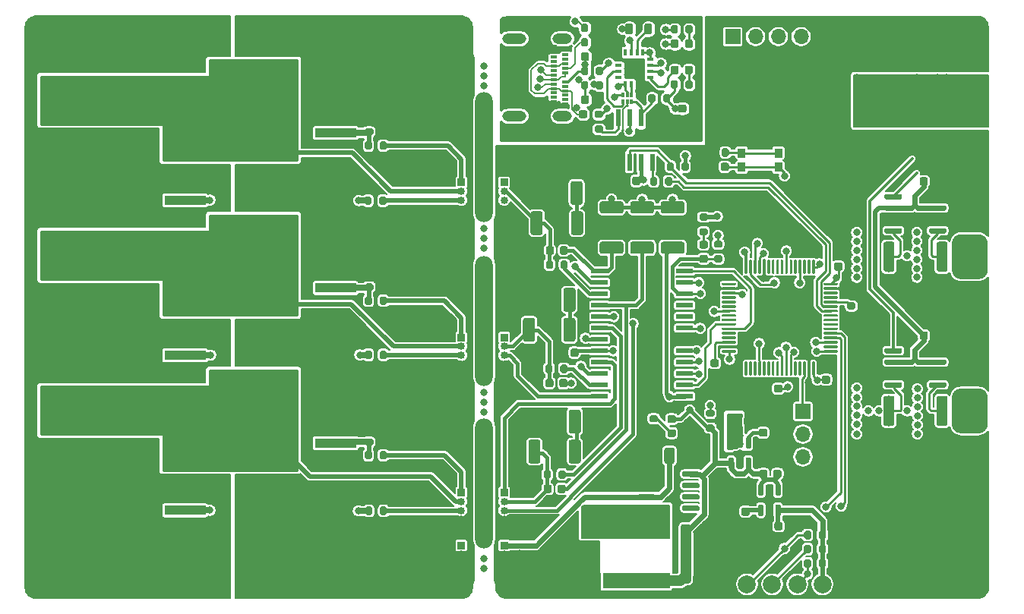
<source format=gbr>
%TF.GenerationSoftware,KiCad,Pcbnew,(5.1.8)-1*%
%TF.CreationDate,2021-01-30T00:08:38-08:00*%
%TF.ProjectId,MicroMotor,4d696372-6f4d-46f7-946f-722e6b696361,rev?*%
%TF.SameCoordinates,Original*%
%TF.FileFunction,Copper,L1,Top*%
%TF.FilePolarity,Positive*%
%FSLAX46Y46*%
G04 Gerber Fmt 4.6, Leading zero omitted, Abs format (unit mm)*
G04 Created by KiCad (PCBNEW (5.1.8)-1) date 2021-01-30 00:08:38*
%MOMM*%
%LPD*%
G01*
G04 APERTURE LIST*
%TA.AperFunction,ComponentPad*%
%ADD10O,2.000000X14.500000*%
%TD*%
%TA.AperFunction,ComponentPad*%
%ADD11C,2.000000*%
%TD*%
%TA.AperFunction,ComponentPad*%
%ADD12R,0.850000X0.850000*%
%TD*%
%TA.AperFunction,ComponentPad*%
%ADD13O,0.850000X0.850000*%
%TD*%
%TA.AperFunction,SMDPad,CuDef*%
%ADD14R,0.762000X0.330200*%
%TD*%
%TA.AperFunction,SMDPad,CuDef*%
%ADD15R,0.762000X1.041400*%
%TD*%
%TA.AperFunction,ComponentPad*%
%ADD16O,2.159000X1.168400*%
%TD*%
%TA.AperFunction,ComponentPad*%
%ADD17O,2.667000X1.168400*%
%TD*%
%TA.AperFunction,ComponentPad*%
%ADD18C,5.000000*%
%TD*%
%TA.AperFunction,ComponentPad*%
%ADD19R,1.700000X1.700000*%
%TD*%
%TA.AperFunction,ComponentPad*%
%ADD20O,1.700000X1.700000*%
%TD*%
%TA.AperFunction,SMDPad,CuDef*%
%ADD21R,9.400000X10.800000*%
%TD*%
%TA.AperFunction,SMDPad,CuDef*%
%ADD22R,4.600000X1.100000*%
%TD*%
%TA.AperFunction,SMDPad,CuDef*%
%ADD23R,1.879600X0.558800*%
%TD*%
%TA.AperFunction,SMDPad,CuDef*%
%ADD24R,0.558800X1.981200*%
%TD*%
%TA.AperFunction,SMDPad,CuDef*%
%ADD25R,0.900000X1.000000*%
%TD*%
%TA.AperFunction,SMDPad,CuDef*%
%ADD26R,0.400000X0.800000*%
%TD*%
%TA.AperFunction,SMDPad,CuDef*%
%ADD27R,0.800000X0.400000*%
%TD*%
%TA.AperFunction,SMDPad,CuDef*%
%ADD28R,2.100000X2.100000*%
%TD*%
%TA.AperFunction,SMDPad,CuDef*%
%ADD29R,0.300000X0.520000*%
%TD*%
%TA.AperFunction,SMDPad,CuDef*%
%ADD30R,0.300000X0.490000*%
%TD*%
%TA.AperFunction,SMDPad,CuDef*%
%ADD31R,1.200000X0.900000*%
%TD*%
%TA.AperFunction,SMDPad,CuDef*%
%ADD32R,7.500000X1.800000*%
%TD*%
%TA.AperFunction,ViaPad*%
%ADD33C,0.800000*%
%TD*%
%TA.AperFunction,Conductor*%
%ADD34C,0.250000*%
%TD*%
%TA.AperFunction,Conductor*%
%ADD35C,0.150000*%
%TD*%
%TA.AperFunction,Conductor*%
%ADD36C,0.180000*%
%TD*%
%TA.AperFunction,Conductor*%
%ADD37C,0.500000*%
%TD*%
%TA.AperFunction,Conductor*%
%ADD38C,0.400000*%
%TD*%
%TA.AperFunction,Conductor*%
%ADD39C,0.600000*%
%TD*%
%TA.AperFunction,Conductor*%
%ADD40C,0.650000*%
%TD*%
%TA.AperFunction,Conductor*%
%ADD41C,0.700000*%
%TD*%
%TA.AperFunction,Conductor*%
%ADD42C,0.200000*%
%TD*%
%TA.AperFunction,Conductor*%
%ADD43C,0.900000*%
%TD*%
%TA.AperFunction,Conductor*%
%ADD44C,1.200000*%
%TD*%
%TA.AperFunction,Conductor*%
%ADD45C,0.300000*%
%TD*%
%TA.AperFunction,Conductor*%
%ADD46C,0.100000*%
%TD*%
%TA.AperFunction,Conductor*%
%ADD47C,0.254000*%
%TD*%
%TA.AperFunction,Conductor*%
%ADD48C,0.210000*%
%TD*%
G04 APERTURE END LIST*
D10*
%TO.P,REF\u002A\u002A,1*%
%TO.N,N/C*%
X148150000Y-115100000D03*
%TD*%
%TO.P,REF\u002A\u002A,1*%
%TO.N,N/C*%
X148150000Y-96975000D03*
%TD*%
%TO.P,REF\u002A\u002A,1*%
%TO.N,N/C*%
X148160000Y-78760000D03*
%TD*%
D11*
%TO.P,C28,2*%
%TO.N,GND*%
X123610000Y-64740000D03*
%TO.P,C28,1*%
%TO.N,+48V*%
X116110000Y-64740000D03*
%TD*%
D12*
%TO.P,J17,1*%
%TO.N,+48V*%
X150380000Y-122040000D03*
D13*
%TO.P,J17,2*%
%TO.N,GND*%
X150380000Y-123040000D03*
%TD*%
D11*
%TO.P,C28,1*%
%TO.N,+48V*%
X116535000Y-124990000D03*
%TO.P,C28,2*%
%TO.N,GND*%
X124035000Y-124990000D03*
%TD*%
D14*
%TO.P,J1,A1*%
%TO.N,GNDS*%
X157214701Y-66820000D03*
%TO.P,J1,A2*%
%TO.N,N/C*%
X157214701Y-67319999D03*
%TO.P,J1,A3*%
X157214701Y-67820001D03*
%TO.P,J1,A4*%
%TO.N,/VBUS*%
X157214701Y-68320000D03*
%TO.P,J1,A5*%
%TO.N,Net-(J1-PadA5)*%
X157214701Y-68819999D03*
%TO.P,J1,A6*%
%TO.N,Net-(C3-Pad1)*%
X157214701Y-69320000D03*
%TO.P,J1,A7*%
%TO.N,Net-(C2-Pad1)*%
X157214701Y-70320000D03*
%TO.P,J1,A8*%
%TO.N,Net-(J1-PadA8)*%
X157214701Y-70820001D03*
%TO.P,J1,A9*%
%TO.N,/VBUS*%
X157214701Y-71320000D03*
%TO.P,J1,A10*%
%TO.N,N/C*%
X157214701Y-71819999D03*
%TO.P,J1,A11*%
X157214701Y-72320001D03*
%TO.P,J1,A12*%
%TO.N,GNDS*%
X157214701Y-72820000D03*
D15*
%TO.P,J1,B12*%
X155914699Y-66720000D03*
D14*
%TO.P,J1,B11*%
%TO.N,N/C*%
X155914699Y-67569999D03*
%TO.P,J1,B10*%
X155914699Y-68070001D03*
%TO.P,J1,B9*%
%TO.N,/VBUS*%
X155914699Y-68570000D03*
%TO.P,J1,B8*%
%TO.N,Net-(J1-PadB8)*%
X155914699Y-69069999D03*
%TO.P,J1,B7*%
%TO.N,Net-(C2-Pad1)*%
X155914699Y-69570000D03*
%TO.P,J1,B6*%
%TO.N,Net-(C3-Pad1)*%
X155914699Y-70070000D03*
%TO.P,J1,B5*%
%TO.N,Net-(J1-PadB5)*%
X155914699Y-70570001D03*
%TO.P,J1,B4*%
%TO.N,/VBUS*%
X155914699Y-71070000D03*
%TO.P,J1,B3*%
%TO.N,N/C*%
X155914699Y-71569999D03*
%TO.P,J1,B2*%
X155914699Y-72070001D03*
D15*
%TO.P,J1,B1*%
%TO.N,GNDS*%
X155914699Y-72920000D03*
D16*
%TO.P,J1,27*%
%TO.N,N/C*%
X156835700Y-65499998D03*
%TO.P,J1,28*%
X156835700Y-74140002D03*
D17*
%TO.P,J1,25*%
X151475700Y-65499998D03*
%TO.P,J1,26*%
X151475700Y-74140002D03*
%TD*%
%TO.P,C,1*%
%TO.N,MTR_C*%
%TA.AperFunction,ComponentPad*%
G36*
G01*
X201280000Y-69940000D02*
X203280000Y-69940000D01*
G75*
G02*
X204280000Y-70940000I0J-1000000D01*
G01*
X204280000Y-73940000D01*
G75*
G02*
X203280000Y-74940000I-1000000J0D01*
G01*
X201280000Y-74940000D01*
G75*
G02*
X200280000Y-73940000I0J1000000D01*
G01*
X200280000Y-70940000D01*
G75*
G02*
X201280000Y-69940000I1000000J0D01*
G01*
G37*
%TD.AperFunction*%
%TD*%
%TO.P,B,1*%
%TO.N,B_OUT*%
%TA.AperFunction,ComponentPad*%
G36*
G01*
X201280000Y-87340000D02*
X203280000Y-87340000D01*
G75*
G02*
X204280000Y-88340000I0J-1000000D01*
G01*
X204280000Y-91340000D01*
G75*
G02*
X203280000Y-92340000I-1000000J0D01*
G01*
X201280000Y-92340000D01*
G75*
G02*
X200280000Y-91340000I0J1000000D01*
G01*
X200280000Y-88340000D01*
G75*
G02*
X201280000Y-87340000I1000000J0D01*
G01*
G37*
%TD.AperFunction*%
%TD*%
%TO.P,A,1*%
%TO.N,A_OUT*%
%TA.AperFunction,ComponentPad*%
G36*
G01*
X201280000Y-104540000D02*
X203280000Y-104540000D01*
G75*
G02*
X204280000Y-105540000I0J-1000000D01*
G01*
X204280000Y-108540000D01*
G75*
G02*
X203280000Y-109540000I-1000000J0D01*
G01*
X201280000Y-109540000D01*
G75*
G02*
X200280000Y-108540000I0J1000000D01*
G01*
X200280000Y-105540000D01*
G75*
G02*
X201280000Y-104540000I1000000J0D01*
G01*
G37*
%TD.AperFunction*%
%TD*%
D18*
%TO.P,GND,1*%
%TO.N,GND*%
X137860000Y-125115000D03*
%TD*%
%TO.P,48V,1*%
%TO.N,+48V*%
X107135000Y-125090000D03*
%TD*%
D19*
%TO.P,J3,1*%
%TO.N,Encod_A*%
X175855000Y-65290000D03*
D20*
%TO.P,J3,2*%
%TO.N,Encod_B*%
X178395000Y-65290000D03*
%TO.P,J3,3*%
%TO.N,Encod_Z*%
X180935000Y-65290000D03*
%TO.P,J3,4*%
%TO.N,5V_Out*%
X183475000Y-65290000D03*
%TO.P,J3,5*%
%TO.N,GND*%
X186015000Y-65290000D03*
%TD*%
D11*
%TO.P,G,1*%
%TO.N,GND*%
X188655000Y-126390000D03*
%TD*%
%TO.P,5,1*%
%TO.N,5V_Out*%
X185855000Y-126390000D03*
%TD*%
%TO.P,C,1*%
%TO.N,HALL_C*%
X183055000Y-126390000D03*
%TD*%
%TO.P,B,1*%
%TO.N,HALL_B*%
X180255000Y-126390000D03*
%TD*%
%TO.P,A,1*%
%TO.N,HALL_A*%
X177455000Y-126390000D03*
%TD*%
%TO.P,U2,1*%
%TO.N,+3V3*%
%TA.AperFunction,SMDPad,CuDef*%
G36*
G01*
X184780000Y-90190000D02*
X184930000Y-90190000D01*
G75*
G02*
X185005000Y-90265000I0J-75000D01*
G01*
X185005000Y-91665000D01*
G75*
G02*
X184930000Y-91740000I-75000J0D01*
G01*
X184780000Y-91740000D01*
G75*
G02*
X184705000Y-91665000I0J75000D01*
G01*
X184705000Y-90265000D01*
G75*
G02*
X184780000Y-90190000I75000J0D01*
G01*
G37*
%TD.AperFunction*%
%TO.P,U2,2*%
%TO.N,Net-(U2-Pad2)*%
%TA.AperFunction,SMDPad,CuDef*%
G36*
G01*
X184280000Y-90190000D02*
X184430000Y-90190000D01*
G75*
G02*
X184505000Y-90265000I0J-75000D01*
G01*
X184505000Y-91665000D01*
G75*
G02*
X184430000Y-91740000I-75000J0D01*
G01*
X184280000Y-91740000D01*
G75*
G02*
X184205000Y-91665000I0J75000D01*
G01*
X184205000Y-90265000D01*
G75*
G02*
X184280000Y-90190000I75000J0D01*
G01*
G37*
%TD.AperFunction*%
%TO.P,U2,3*%
%TO.N,Net-(U2-Pad3)*%
%TA.AperFunction,SMDPad,CuDef*%
G36*
G01*
X183780000Y-90190000D02*
X183930000Y-90190000D01*
G75*
G02*
X184005000Y-90265000I0J-75000D01*
G01*
X184005000Y-91665000D01*
G75*
G02*
X183930000Y-91740000I-75000J0D01*
G01*
X183780000Y-91740000D01*
G75*
G02*
X183705000Y-91665000I0J75000D01*
G01*
X183705000Y-90265000D01*
G75*
G02*
X183780000Y-90190000I75000J0D01*
G01*
G37*
%TD.AperFunction*%
%TO.P,U2,4*%
%TO.N,Encod_Z*%
%TA.AperFunction,SMDPad,CuDef*%
G36*
G01*
X183280000Y-90190000D02*
X183430000Y-90190000D01*
G75*
G02*
X183505000Y-90265000I0J-75000D01*
G01*
X183505000Y-91665000D01*
G75*
G02*
X183430000Y-91740000I-75000J0D01*
G01*
X183280000Y-91740000D01*
G75*
G02*
X183205000Y-91665000I0J75000D01*
G01*
X183205000Y-90265000D01*
G75*
G02*
X183280000Y-90190000I75000J0D01*
G01*
G37*
%TD.AperFunction*%
%TO.P,U2,5*%
%TO.N,Net-(U2-Pad5)*%
%TA.AperFunction,SMDPad,CuDef*%
G36*
G01*
X182780000Y-90190000D02*
X182930000Y-90190000D01*
G75*
G02*
X183005000Y-90265000I0J-75000D01*
G01*
X183005000Y-91665000D01*
G75*
G02*
X182930000Y-91740000I-75000J0D01*
G01*
X182780000Y-91740000D01*
G75*
G02*
X182705000Y-91665000I0J75000D01*
G01*
X182705000Y-90265000D01*
G75*
G02*
X182780000Y-90190000I75000J0D01*
G01*
G37*
%TD.AperFunction*%
%TO.P,U2,6*%
%TO.N,Net-(U2-Pad6)*%
%TA.AperFunction,SMDPad,CuDef*%
G36*
G01*
X182280000Y-90190000D02*
X182430000Y-90190000D01*
G75*
G02*
X182505000Y-90265000I0J-75000D01*
G01*
X182505000Y-91665000D01*
G75*
G02*
X182430000Y-91740000I-75000J0D01*
G01*
X182280000Y-91740000D01*
G75*
G02*
X182205000Y-91665000I0J75000D01*
G01*
X182205000Y-90265000D01*
G75*
G02*
X182280000Y-90190000I75000J0D01*
G01*
G37*
%TD.AperFunction*%
%TO.P,U2,7*%
%TO.N,Net-(C4-Pad1)*%
%TA.AperFunction,SMDPad,CuDef*%
G36*
G01*
X181780000Y-90190000D02*
X181930000Y-90190000D01*
G75*
G02*
X182005000Y-90265000I0J-75000D01*
G01*
X182005000Y-91665000D01*
G75*
G02*
X181930000Y-91740000I-75000J0D01*
G01*
X181780000Y-91740000D01*
G75*
G02*
X181705000Y-91665000I0J75000D01*
G01*
X181705000Y-90265000D01*
G75*
G02*
X181780000Y-90190000I75000J0D01*
G01*
G37*
%TD.AperFunction*%
%TO.P,U2,8*%
%TO.N,Net-(U2-Pad8)*%
%TA.AperFunction,SMDPad,CuDef*%
G36*
G01*
X181280000Y-90190000D02*
X181430000Y-90190000D01*
G75*
G02*
X181505000Y-90265000I0J-75000D01*
G01*
X181505000Y-91665000D01*
G75*
G02*
X181430000Y-91740000I-75000J0D01*
G01*
X181280000Y-91740000D01*
G75*
G02*
X181205000Y-91665000I0J75000D01*
G01*
X181205000Y-90265000D01*
G75*
G02*
X181280000Y-90190000I75000J0D01*
G01*
G37*
%TD.AperFunction*%
%TO.P,U2,9*%
%TO.N,Net-(U2-Pad9)*%
%TA.AperFunction,SMDPad,CuDef*%
G36*
G01*
X180780000Y-90190000D02*
X180930000Y-90190000D01*
G75*
G02*
X181005000Y-90265000I0J-75000D01*
G01*
X181005000Y-91665000D01*
G75*
G02*
X180930000Y-91740000I-75000J0D01*
G01*
X180780000Y-91740000D01*
G75*
G02*
X180705000Y-91665000I0J75000D01*
G01*
X180705000Y-90265000D01*
G75*
G02*
X180780000Y-90190000I75000J0D01*
G01*
G37*
%TD.AperFunction*%
%TO.P,U2,10*%
%TO.N,Net-(U2-Pad10)*%
%TA.AperFunction,SMDPad,CuDef*%
G36*
G01*
X180280000Y-90190000D02*
X180430000Y-90190000D01*
G75*
G02*
X180505000Y-90265000I0J-75000D01*
G01*
X180505000Y-91665000D01*
G75*
G02*
X180430000Y-91740000I-75000J0D01*
G01*
X180280000Y-91740000D01*
G75*
G02*
X180205000Y-91665000I0J75000D01*
G01*
X180205000Y-90265000D01*
G75*
G02*
X180280000Y-90190000I75000J0D01*
G01*
G37*
%TD.AperFunction*%
%TO.P,U2,11*%
%TO.N,Net-(U2-Pad11)*%
%TA.AperFunction,SMDPad,CuDef*%
G36*
G01*
X179780000Y-90190000D02*
X179930000Y-90190000D01*
G75*
G02*
X180005000Y-90265000I0J-75000D01*
G01*
X180005000Y-91665000D01*
G75*
G02*
X179930000Y-91740000I-75000J0D01*
G01*
X179780000Y-91740000D01*
G75*
G02*
X179705000Y-91665000I0J75000D01*
G01*
X179705000Y-90265000D01*
G75*
G02*
X179780000Y-90190000I75000J0D01*
G01*
G37*
%TD.AperFunction*%
%TO.P,U2,12*%
%TO.N,GND*%
%TA.AperFunction,SMDPad,CuDef*%
G36*
G01*
X179280000Y-90190000D02*
X179430000Y-90190000D01*
G75*
G02*
X179505000Y-90265000I0J-75000D01*
G01*
X179505000Y-91665000D01*
G75*
G02*
X179430000Y-91740000I-75000J0D01*
G01*
X179280000Y-91740000D01*
G75*
G02*
X179205000Y-91665000I0J75000D01*
G01*
X179205000Y-90265000D01*
G75*
G02*
X179280000Y-90190000I75000J0D01*
G01*
G37*
%TD.AperFunction*%
%TO.P,U2,13*%
%TO.N,+3V3*%
%TA.AperFunction,SMDPad,CuDef*%
G36*
G01*
X178780000Y-90190000D02*
X178930000Y-90190000D01*
G75*
G02*
X179005000Y-90265000I0J-75000D01*
G01*
X179005000Y-91665000D01*
G75*
G02*
X178930000Y-91740000I-75000J0D01*
G01*
X178780000Y-91740000D01*
G75*
G02*
X178705000Y-91665000I0J75000D01*
G01*
X178705000Y-90265000D01*
G75*
G02*
X178780000Y-90190000I75000J0D01*
G01*
G37*
%TD.AperFunction*%
%TO.P,U2,14*%
%TO.N,Encod_A*%
%TA.AperFunction,SMDPad,CuDef*%
G36*
G01*
X178280000Y-90190000D02*
X178430000Y-90190000D01*
G75*
G02*
X178505000Y-90265000I0J-75000D01*
G01*
X178505000Y-91665000D01*
G75*
G02*
X178430000Y-91740000I-75000J0D01*
G01*
X178280000Y-91740000D01*
G75*
G02*
X178205000Y-91665000I0J75000D01*
G01*
X178205000Y-90265000D01*
G75*
G02*
X178280000Y-90190000I75000J0D01*
G01*
G37*
%TD.AperFunction*%
%TO.P,U2,15*%
%TO.N,Encod_B*%
%TA.AperFunction,SMDPad,CuDef*%
G36*
G01*
X177780000Y-90190000D02*
X177930000Y-90190000D01*
G75*
G02*
X178005000Y-90265000I0J-75000D01*
G01*
X178005000Y-91665000D01*
G75*
G02*
X177930000Y-91740000I-75000J0D01*
G01*
X177780000Y-91740000D01*
G75*
G02*
X177705000Y-91665000I0J75000D01*
G01*
X177705000Y-90265000D01*
G75*
G02*
X177780000Y-90190000I75000J0D01*
G01*
G37*
%TD.AperFunction*%
%TO.P,U2,16*%
%TO.N,B_SENS*%
%TA.AperFunction,SMDPad,CuDef*%
G36*
G01*
X177280000Y-90190000D02*
X177430000Y-90190000D01*
G75*
G02*
X177505000Y-90265000I0J-75000D01*
G01*
X177505000Y-91665000D01*
G75*
G02*
X177430000Y-91740000I-75000J0D01*
G01*
X177280000Y-91740000D01*
G75*
G02*
X177205000Y-91665000I0J75000D01*
G01*
X177205000Y-90265000D01*
G75*
G02*
X177280000Y-90190000I75000J0D01*
G01*
G37*
%TD.AperFunction*%
%TO.P,U2,17*%
%TO.N,A_SENS*%
%TA.AperFunction,SMDPad,CuDef*%
G36*
G01*
X174730000Y-92740000D02*
X176130000Y-92740000D01*
G75*
G02*
X176205000Y-92815000I0J-75000D01*
G01*
X176205000Y-92965000D01*
G75*
G02*
X176130000Y-93040000I-75000J0D01*
G01*
X174730000Y-93040000D01*
G75*
G02*
X174655000Y-92965000I0J75000D01*
G01*
X174655000Y-92815000D01*
G75*
G02*
X174730000Y-92740000I75000J0D01*
G01*
G37*
%TD.AperFunction*%
%TO.P,U2,18*%
%TO.N,GND*%
%TA.AperFunction,SMDPad,CuDef*%
G36*
G01*
X174730000Y-93240000D02*
X176130000Y-93240000D01*
G75*
G02*
X176205000Y-93315000I0J-75000D01*
G01*
X176205000Y-93465000D01*
G75*
G02*
X176130000Y-93540000I-75000J0D01*
G01*
X174730000Y-93540000D01*
G75*
G02*
X174655000Y-93465000I0J75000D01*
G01*
X174655000Y-93315000D01*
G75*
G02*
X174730000Y-93240000I75000J0D01*
G01*
G37*
%TD.AperFunction*%
%TO.P,U2,19*%
%TO.N,+3V3*%
%TA.AperFunction,SMDPad,CuDef*%
G36*
G01*
X174730000Y-93740000D02*
X176130000Y-93740000D01*
G75*
G02*
X176205000Y-93815000I0J-75000D01*
G01*
X176205000Y-93965000D01*
G75*
G02*
X176130000Y-94040000I-75000J0D01*
G01*
X174730000Y-94040000D01*
G75*
G02*
X174655000Y-93965000I0J75000D01*
G01*
X174655000Y-93815000D01*
G75*
G02*
X174730000Y-93740000I75000J0D01*
G01*
G37*
%TD.AperFunction*%
%TO.P,U2,20*%
%TO.N,Net-(U2-Pad20)*%
%TA.AperFunction,SMDPad,CuDef*%
G36*
G01*
X174730000Y-94240000D02*
X176130000Y-94240000D01*
G75*
G02*
X176205000Y-94315000I0J-75000D01*
G01*
X176205000Y-94465000D01*
G75*
G02*
X176130000Y-94540000I-75000J0D01*
G01*
X174730000Y-94540000D01*
G75*
G02*
X174655000Y-94465000I0J75000D01*
G01*
X174655000Y-94315000D01*
G75*
G02*
X174730000Y-94240000I75000J0D01*
G01*
G37*
%TD.AperFunction*%
%TO.P,U2,21*%
%TO.N,Net-(U2-Pad21)*%
%TA.AperFunction,SMDPad,CuDef*%
G36*
G01*
X174730000Y-94740000D02*
X176130000Y-94740000D01*
G75*
G02*
X176205000Y-94815000I0J-75000D01*
G01*
X176205000Y-94965000D01*
G75*
G02*
X176130000Y-95040000I-75000J0D01*
G01*
X174730000Y-95040000D01*
G75*
G02*
X174655000Y-94965000I0J75000D01*
G01*
X174655000Y-94815000D01*
G75*
G02*
X174730000Y-94740000I75000J0D01*
G01*
G37*
%TD.AperFunction*%
%TO.P,U2,22*%
%TO.N,Net-(U2-Pad22)*%
%TA.AperFunction,SMDPad,CuDef*%
G36*
G01*
X174730000Y-95240000D02*
X176130000Y-95240000D01*
G75*
G02*
X176205000Y-95315000I0J-75000D01*
G01*
X176205000Y-95465000D01*
G75*
G02*
X176130000Y-95540000I-75000J0D01*
G01*
X174730000Y-95540000D01*
G75*
G02*
X174655000Y-95465000I0J75000D01*
G01*
X174655000Y-95315000D01*
G75*
G02*
X174730000Y-95240000I75000J0D01*
G01*
G37*
%TD.AperFunction*%
%TO.P,U2,23*%
%TO.N,AHI*%
%TA.AperFunction,SMDPad,CuDef*%
G36*
G01*
X174730000Y-95740000D02*
X176130000Y-95740000D01*
G75*
G02*
X176205000Y-95815000I0J-75000D01*
G01*
X176205000Y-95965000D01*
G75*
G02*
X176130000Y-96040000I-75000J0D01*
G01*
X174730000Y-96040000D01*
G75*
G02*
X174655000Y-95965000I0J75000D01*
G01*
X174655000Y-95815000D01*
G75*
G02*
X174730000Y-95740000I75000J0D01*
G01*
G37*
%TD.AperFunction*%
%TO.P,U2,24*%
%TO.N,Net-(U2-Pad24)*%
%TA.AperFunction,SMDPad,CuDef*%
G36*
G01*
X174730000Y-96240000D02*
X176130000Y-96240000D01*
G75*
G02*
X176205000Y-96315000I0J-75000D01*
G01*
X176205000Y-96465000D01*
G75*
G02*
X176130000Y-96540000I-75000J0D01*
G01*
X174730000Y-96540000D01*
G75*
G02*
X174655000Y-96465000I0J75000D01*
G01*
X174655000Y-96315000D01*
G75*
G02*
X174730000Y-96240000I75000J0D01*
G01*
G37*
%TD.AperFunction*%
%TO.P,U2,25*%
%TO.N,Net-(U2-Pad25)*%
%TA.AperFunction,SMDPad,CuDef*%
G36*
G01*
X174730000Y-96740000D02*
X176130000Y-96740000D01*
G75*
G02*
X176205000Y-96815000I0J-75000D01*
G01*
X176205000Y-96965000D01*
G75*
G02*
X176130000Y-97040000I-75000J0D01*
G01*
X174730000Y-97040000D01*
G75*
G02*
X174655000Y-96965000I0J75000D01*
G01*
X174655000Y-96815000D01*
G75*
G02*
X174730000Y-96740000I75000J0D01*
G01*
G37*
%TD.AperFunction*%
%TO.P,U2,26*%
%TO.N,BHI*%
%TA.AperFunction,SMDPad,CuDef*%
G36*
G01*
X174730000Y-97240000D02*
X176130000Y-97240000D01*
G75*
G02*
X176205000Y-97315000I0J-75000D01*
G01*
X176205000Y-97465000D01*
G75*
G02*
X176130000Y-97540000I-75000J0D01*
G01*
X174730000Y-97540000D01*
G75*
G02*
X174655000Y-97465000I0J75000D01*
G01*
X174655000Y-97315000D01*
G75*
G02*
X174730000Y-97240000I75000J0D01*
G01*
G37*
%TD.AperFunction*%
%TO.P,U2,27*%
%TO.N,CHI*%
%TA.AperFunction,SMDPad,CuDef*%
G36*
G01*
X174730000Y-97740000D02*
X176130000Y-97740000D01*
G75*
G02*
X176205000Y-97815000I0J-75000D01*
G01*
X176205000Y-97965000D01*
G75*
G02*
X176130000Y-98040000I-75000J0D01*
G01*
X174730000Y-98040000D01*
G75*
G02*
X174655000Y-97965000I0J75000D01*
G01*
X174655000Y-97815000D01*
G75*
G02*
X174730000Y-97740000I75000J0D01*
G01*
G37*
%TD.AperFunction*%
%TO.P,U2,28*%
%TO.N,Net-(U2-Pad28)*%
%TA.AperFunction,SMDPad,CuDef*%
G36*
G01*
X174730000Y-98240000D02*
X176130000Y-98240000D01*
G75*
G02*
X176205000Y-98315000I0J-75000D01*
G01*
X176205000Y-98465000D01*
G75*
G02*
X176130000Y-98540000I-75000J0D01*
G01*
X174730000Y-98540000D01*
G75*
G02*
X174655000Y-98465000I0J75000D01*
G01*
X174655000Y-98315000D01*
G75*
G02*
X174730000Y-98240000I75000J0D01*
G01*
G37*
%TD.AperFunction*%
%TO.P,U2,29*%
%TO.N,Net-(U2-Pad29)*%
%TA.AperFunction,SMDPad,CuDef*%
G36*
G01*
X174730000Y-98740000D02*
X176130000Y-98740000D01*
G75*
G02*
X176205000Y-98815000I0J-75000D01*
G01*
X176205000Y-98965000D01*
G75*
G02*
X176130000Y-99040000I-75000J0D01*
G01*
X174730000Y-99040000D01*
G75*
G02*
X174655000Y-98965000I0J75000D01*
G01*
X174655000Y-98815000D01*
G75*
G02*
X174730000Y-98740000I75000J0D01*
G01*
G37*
%TD.AperFunction*%
%TO.P,U2,30*%
%TO.N,Net-(C6-Pad1)*%
%TA.AperFunction,SMDPad,CuDef*%
G36*
G01*
X174730000Y-99240000D02*
X176130000Y-99240000D01*
G75*
G02*
X176205000Y-99315000I0J-75000D01*
G01*
X176205000Y-99465000D01*
G75*
G02*
X176130000Y-99540000I-75000J0D01*
G01*
X174730000Y-99540000D01*
G75*
G02*
X174655000Y-99465000I0J75000D01*
G01*
X174655000Y-99315000D01*
G75*
G02*
X174730000Y-99240000I75000J0D01*
G01*
G37*
%TD.AperFunction*%
%TO.P,U2,31*%
%TO.N,GND*%
%TA.AperFunction,SMDPad,CuDef*%
G36*
G01*
X174730000Y-99740000D02*
X176130000Y-99740000D01*
G75*
G02*
X176205000Y-99815000I0J-75000D01*
G01*
X176205000Y-99965000D01*
G75*
G02*
X176130000Y-100040000I-75000J0D01*
G01*
X174730000Y-100040000D01*
G75*
G02*
X174655000Y-99965000I0J75000D01*
G01*
X174655000Y-99815000D01*
G75*
G02*
X174730000Y-99740000I75000J0D01*
G01*
G37*
%TD.AperFunction*%
%TO.P,U2,32*%
%TO.N,+3V3*%
%TA.AperFunction,SMDPad,CuDef*%
G36*
G01*
X174730000Y-100240000D02*
X176130000Y-100240000D01*
G75*
G02*
X176205000Y-100315000I0J-75000D01*
G01*
X176205000Y-100465000D01*
G75*
G02*
X176130000Y-100540000I-75000J0D01*
G01*
X174730000Y-100540000D01*
G75*
G02*
X174655000Y-100465000I0J75000D01*
G01*
X174655000Y-100315000D01*
G75*
G02*
X174730000Y-100240000I75000J0D01*
G01*
G37*
%TD.AperFunction*%
%TO.P,U2,33*%
%TO.N,Net-(U2-Pad33)*%
%TA.AperFunction,SMDPad,CuDef*%
G36*
G01*
X177280000Y-101540000D02*
X177430000Y-101540000D01*
G75*
G02*
X177505000Y-101615000I0J-75000D01*
G01*
X177505000Y-103015000D01*
G75*
G02*
X177430000Y-103090000I-75000J0D01*
G01*
X177280000Y-103090000D01*
G75*
G02*
X177205000Y-103015000I0J75000D01*
G01*
X177205000Y-101615000D01*
G75*
G02*
X177280000Y-101540000I75000J0D01*
G01*
G37*
%TD.AperFunction*%
%TO.P,U2,34*%
%TO.N,Net-(U2-Pad34)*%
%TA.AperFunction,SMDPad,CuDef*%
G36*
G01*
X177780000Y-101540000D02*
X177930000Y-101540000D01*
G75*
G02*
X178005000Y-101615000I0J-75000D01*
G01*
X178005000Y-103015000D01*
G75*
G02*
X177930000Y-103090000I-75000J0D01*
G01*
X177780000Y-103090000D01*
G75*
G02*
X177705000Y-103015000I0J75000D01*
G01*
X177705000Y-101615000D01*
G75*
G02*
X177780000Y-101540000I75000J0D01*
G01*
G37*
%TD.AperFunction*%
%TO.P,U2,35*%
%TO.N,Net-(U2-Pad35)*%
%TA.AperFunction,SMDPad,CuDef*%
G36*
G01*
X178280000Y-101540000D02*
X178430000Y-101540000D01*
G75*
G02*
X178505000Y-101615000I0J-75000D01*
G01*
X178505000Y-103015000D01*
G75*
G02*
X178430000Y-103090000I-75000J0D01*
G01*
X178280000Y-103090000D01*
G75*
G02*
X178205000Y-103015000I0J75000D01*
G01*
X178205000Y-101615000D01*
G75*
G02*
X178280000Y-101540000I75000J0D01*
G01*
G37*
%TD.AperFunction*%
%TO.P,U2,36*%
%TO.N,DIS*%
%TA.AperFunction,SMDPad,CuDef*%
G36*
G01*
X178780000Y-101540000D02*
X178930000Y-101540000D01*
G75*
G02*
X179005000Y-101615000I0J-75000D01*
G01*
X179005000Y-103015000D01*
G75*
G02*
X178930000Y-103090000I-75000J0D01*
G01*
X178780000Y-103090000D01*
G75*
G02*
X178705000Y-103015000I0J75000D01*
G01*
X178705000Y-101615000D01*
G75*
G02*
X178780000Y-101540000I75000J0D01*
G01*
G37*
%TD.AperFunction*%
%TO.P,U2,37*%
%TO.N,Net-(U2-Pad37)*%
%TA.AperFunction,SMDPad,CuDef*%
G36*
G01*
X179280000Y-101540000D02*
X179430000Y-101540000D01*
G75*
G02*
X179505000Y-101615000I0J-75000D01*
G01*
X179505000Y-103015000D01*
G75*
G02*
X179430000Y-103090000I-75000J0D01*
G01*
X179280000Y-103090000D01*
G75*
G02*
X179205000Y-103015000I0J75000D01*
G01*
X179205000Y-101615000D01*
G75*
G02*
X179280000Y-101540000I75000J0D01*
G01*
G37*
%TD.AperFunction*%
%TO.P,U2,38*%
%TO.N,Net-(U2-Pad38)*%
%TA.AperFunction,SMDPad,CuDef*%
G36*
G01*
X179780000Y-101540000D02*
X179930000Y-101540000D01*
G75*
G02*
X180005000Y-101615000I0J-75000D01*
G01*
X180005000Y-103015000D01*
G75*
G02*
X179930000Y-103090000I-75000J0D01*
G01*
X179780000Y-103090000D01*
G75*
G02*
X179705000Y-103015000I0J75000D01*
G01*
X179705000Y-101615000D01*
G75*
G02*
X179780000Y-101540000I75000J0D01*
G01*
G37*
%TD.AperFunction*%
%TO.P,U2,39*%
%TO.N,Net-(U2-Pad39)*%
%TA.AperFunction,SMDPad,CuDef*%
G36*
G01*
X180280000Y-101540000D02*
X180430000Y-101540000D01*
G75*
G02*
X180505000Y-101615000I0J-75000D01*
G01*
X180505000Y-103015000D01*
G75*
G02*
X180430000Y-103090000I-75000J0D01*
G01*
X180280000Y-103090000D01*
G75*
G02*
X180205000Y-103015000I0J75000D01*
G01*
X180205000Y-101615000D01*
G75*
G02*
X180280000Y-101540000I75000J0D01*
G01*
G37*
%TD.AperFunction*%
%TO.P,U2,40*%
%TO.N,Net-(U2-Pad40)*%
%TA.AperFunction,SMDPad,CuDef*%
G36*
G01*
X180780000Y-101540000D02*
X180930000Y-101540000D01*
G75*
G02*
X181005000Y-101615000I0J-75000D01*
G01*
X181005000Y-103015000D01*
G75*
G02*
X180930000Y-103090000I-75000J0D01*
G01*
X180780000Y-103090000D01*
G75*
G02*
X180705000Y-103015000I0J75000D01*
G01*
X180705000Y-101615000D01*
G75*
G02*
X180780000Y-101540000I75000J0D01*
G01*
G37*
%TD.AperFunction*%
%TO.P,U2,41*%
%TO.N,ALI*%
%TA.AperFunction,SMDPad,CuDef*%
G36*
G01*
X181280000Y-101540000D02*
X181430000Y-101540000D01*
G75*
G02*
X181505000Y-101615000I0J-75000D01*
G01*
X181505000Y-103015000D01*
G75*
G02*
X181430000Y-103090000I-75000J0D01*
G01*
X181280000Y-103090000D01*
G75*
G02*
X181205000Y-103015000I0J75000D01*
G01*
X181205000Y-101615000D01*
G75*
G02*
X181280000Y-101540000I75000J0D01*
G01*
G37*
%TD.AperFunction*%
%TO.P,U2,42*%
%TO.N,BLI*%
%TA.AperFunction,SMDPad,CuDef*%
G36*
G01*
X181780000Y-101540000D02*
X181930000Y-101540000D01*
G75*
G02*
X182005000Y-101615000I0J-75000D01*
G01*
X182005000Y-103015000D01*
G75*
G02*
X181930000Y-103090000I-75000J0D01*
G01*
X181780000Y-103090000D01*
G75*
G02*
X181705000Y-103015000I0J75000D01*
G01*
X181705000Y-101615000D01*
G75*
G02*
X181780000Y-101540000I75000J0D01*
G01*
G37*
%TD.AperFunction*%
%TO.P,U2,43*%
%TO.N,CLI*%
%TA.AperFunction,SMDPad,CuDef*%
G36*
G01*
X182280000Y-101540000D02*
X182430000Y-101540000D01*
G75*
G02*
X182505000Y-101615000I0J-75000D01*
G01*
X182505000Y-103015000D01*
G75*
G02*
X182430000Y-103090000I-75000J0D01*
G01*
X182280000Y-103090000D01*
G75*
G02*
X182205000Y-103015000I0J75000D01*
G01*
X182205000Y-101615000D01*
G75*
G02*
X182280000Y-101540000I75000J0D01*
G01*
G37*
%TD.AperFunction*%
%TO.P,U2,44*%
%TO.N,Net-(U2-Pad44)*%
%TA.AperFunction,SMDPad,CuDef*%
G36*
G01*
X182780000Y-101540000D02*
X182930000Y-101540000D01*
G75*
G02*
X183005000Y-101615000I0J-75000D01*
G01*
X183005000Y-103015000D01*
G75*
G02*
X182930000Y-103090000I-75000J0D01*
G01*
X182780000Y-103090000D01*
G75*
G02*
X182705000Y-103015000I0J75000D01*
G01*
X182705000Y-101615000D01*
G75*
G02*
X182780000Y-101540000I75000J0D01*
G01*
G37*
%TD.AperFunction*%
%TO.P,U2,45*%
%TO.N,Net-(U2-Pad45)*%
%TA.AperFunction,SMDPad,CuDef*%
G36*
G01*
X183280000Y-101540000D02*
X183430000Y-101540000D01*
G75*
G02*
X183505000Y-101615000I0J-75000D01*
G01*
X183505000Y-103015000D01*
G75*
G02*
X183430000Y-103090000I-75000J0D01*
G01*
X183280000Y-103090000D01*
G75*
G02*
X183205000Y-103015000I0J75000D01*
G01*
X183205000Y-101615000D01*
G75*
G02*
X183280000Y-101540000I75000J0D01*
G01*
G37*
%TD.AperFunction*%
%TO.P,U2,46*%
%TO.N,SWDIO*%
%TA.AperFunction,SMDPad,CuDef*%
G36*
G01*
X183780000Y-101540000D02*
X183930000Y-101540000D01*
G75*
G02*
X184005000Y-101615000I0J-75000D01*
G01*
X184005000Y-103015000D01*
G75*
G02*
X183930000Y-103090000I-75000J0D01*
G01*
X183780000Y-103090000D01*
G75*
G02*
X183705000Y-103015000I0J75000D01*
G01*
X183705000Y-101615000D01*
G75*
G02*
X183780000Y-101540000I75000J0D01*
G01*
G37*
%TD.AperFunction*%
%TO.P,U2,47*%
%TO.N,GND*%
%TA.AperFunction,SMDPad,CuDef*%
G36*
G01*
X184280000Y-101540000D02*
X184430000Y-101540000D01*
G75*
G02*
X184505000Y-101615000I0J-75000D01*
G01*
X184505000Y-103015000D01*
G75*
G02*
X184430000Y-103090000I-75000J0D01*
G01*
X184280000Y-103090000D01*
G75*
G02*
X184205000Y-103015000I0J75000D01*
G01*
X184205000Y-101615000D01*
G75*
G02*
X184280000Y-101540000I75000J0D01*
G01*
G37*
%TD.AperFunction*%
%TO.P,U2,48*%
%TO.N,+3V3*%
%TA.AperFunction,SMDPad,CuDef*%
G36*
G01*
X184780000Y-101540000D02*
X184930000Y-101540000D01*
G75*
G02*
X185005000Y-101615000I0J-75000D01*
G01*
X185005000Y-103015000D01*
G75*
G02*
X184930000Y-103090000I-75000J0D01*
G01*
X184780000Y-103090000D01*
G75*
G02*
X184705000Y-103015000I0J75000D01*
G01*
X184705000Y-101615000D01*
G75*
G02*
X184780000Y-101540000I75000J0D01*
G01*
G37*
%TD.AperFunction*%
%TO.P,U2,49*%
%TO.N,SWCLK*%
%TA.AperFunction,SMDPad,CuDef*%
G36*
G01*
X186080000Y-100240000D02*
X187480000Y-100240000D01*
G75*
G02*
X187555000Y-100315000I0J-75000D01*
G01*
X187555000Y-100465000D01*
G75*
G02*
X187480000Y-100540000I-75000J0D01*
G01*
X186080000Y-100540000D01*
G75*
G02*
X186005000Y-100465000I0J75000D01*
G01*
X186005000Y-100315000D01*
G75*
G02*
X186080000Y-100240000I75000J0D01*
G01*
G37*
%TD.AperFunction*%
%TO.P,U2,50*%
%TO.N,Net-(U2-Pad50)*%
%TA.AperFunction,SMDPad,CuDef*%
G36*
G01*
X186080000Y-99740000D02*
X187480000Y-99740000D01*
G75*
G02*
X187555000Y-99815000I0J-75000D01*
G01*
X187555000Y-99965000D01*
G75*
G02*
X187480000Y-100040000I-75000J0D01*
G01*
X186080000Y-100040000D01*
G75*
G02*
X186005000Y-99965000I0J75000D01*
G01*
X186005000Y-99815000D01*
G75*
G02*
X186080000Y-99740000I75000J0D01*
G01*
G37*
%TD.AperFunction*%
%TO.P,U2,51*%
%TO.N,HALL_B*%
%TA.AperFunction,SMDPad,CuDef*%
G36*
G01*
X186080000Y-99240000D02*
X187480000Y-99240000D01*
G75*
G02*
X187555000Y-99315000I0J-75000D01*
G01*
X187555000Y-99465000D01*
G75*
G02*
X187480000Y-99540000I-75000J0D01*
G01*
X186080000Y-99540000D01*
G75*
G02*
X186005000Y-99465000I0J75000D01*
G01*
X186005000Y-99315000D01*
G75*
G02*
X186080000Y-99240000I75000J0D01*
G01*
G37*
%TD.AperFunction*%
%TO.P,U2,52*%
%TO.N,HALL_A*%
%TA.AperFunction,SMDPad,CuDef*%
G36*
G01*
X186080000Y-98740000D02*
X187480000Y-98740000D01*
G75*
G02*
X187555000Y-98815000I0J-75000D01*
G01*
X187555000Y-98965000D01*
G75*
G02*
X187480000Y-99040000I-75000J0D01*
G01*
X186080000Y-99040000D01*
G75*
G02*
X186005000Y-98965000I0J75000D01*
G01*
X186005000Y-98815000D01*
G75*
G02*
X186080000Y-98740000I75000J0D01*
G01*
G37*
%TD.AperFunction*%
%TO.P,U2,53*%
%TO.N,HALL_C*%
%TA.AperFunction,SMDPad,CuDef*%
G36*
G01*
X186080000Y-98240000D02*
X187480000Y-98240000D01*
G75*
G02*
X187555000Y-98315000I0J-75000D01*
G01*
X187555000Y-98465000D01*
G75*
G02*
X187480000Y-98540000I-75000J0D01*
G01*
X186080000Y-98540000D01*
G75*
G02*
X186005000Y-98465000I0J75000D01*
G01*
X186005000Y-98315000D01*
G75*
G02*
X186080000Y-98240000I75000J0D01*
G01*
G37*
%TD.AperFunction*%
%TO.P,U2,54*%
%TO.N,Net-(U2-Pad54)*%
%TA.AperFunction,SMDPad,CuDef*%
G36*
G01*
X186080000Y-97740000D02*
X187480000Y-97740000D01*
G75*
G02*
X187555000Y-97815000I0J-75000D01*
G01*
X187555000Y-97965000D01*
G75*
G02*
X187480000Y-98040000I-75000J0D01*
G01*
X186080000Y-98040000D01*
G75*
G02*
X186005000Y-97965000I0J75000D01*
G01*
X186005000Y-97815000D01*
G75*
G02*
X186080000Y-97740000I75000J0D01*
G01*
G37*
%TD.AperFunction*%
%TO.P,U2,55*%
%TO.N,Net-(U2-Pad55)*%
%TA.AperFunction,SMDPad,CuDef*%
G36*
G01*
X186080000Y-97240000D02*
X187480000Y-97240000D01*
G75*
G02*
X187555000Y-97315000I0J-75000D01*
G01*
X187555000Y-97465000D01*
G75*
G02*
X187480000Y-97540000I-75000J0D01*
G01*
X186080000Y-97540000D01*
G75*
G02*
X186005000Y-97465000I0J75000D01*
G01*
X186005000Y-97315000D01*
G75*
G02*
X186080000Y-97240000I75000J0D01*
G01*
G37*
%TD.AperFunction*%
%TO.P,U2,56*%
%TO.N,Net-(U2-Pad56)*%
%TA.AperFunction,SMDPad,CuDef*%
G36*
G01*
X186080000Y-96740000D02*
X187480000Y-96740000D01*
G75*
G02*
X187555000Y-96815000I0J-75000D01*
G01*
X187555000Y-96965000D01*
G75*
G02*
X187480000Y-97040000I-75000J0D01*
G01*
X186080000Y-97040000D01*
G75*
G02*
X186005000Y-96965000I0J75000D01*
G01*
X186005000Y-96815000D01*
G75*
G02*
X186080000Y-96740000I75000J0D01*
G01*
G37*
%TD.AperFunction*%
%TO.P,U2,57*%
%TO.N,Net-(U2-Pad57)*%
%TA.AperFunction,SMDPad,CuDef*%
G36*
G01*
X186080000Y-96240000D02*
X187480000Y-96240000D01*
G75*
G02*
X187555000Y-96315000I0J-75000D01*
G01*
X187555000Y-96465000D01*
G75*
G02*
X187480000Y-96540000I-75000J0D01*
G01*
X186080000Y-96540000D01*
G75*
G02*
X186005000Y-96465000I0J75000D01*
G01*
X186005000Y-96315000D01*
G75*
G02*
X186080000Y-96240000I75000J0D01*
G01*
G37*
%TD.AperFunction*%
%TO.P,U2,58*%
%TO.N,USART1_TX*%
%TA.AperFunction,SMDPad,CuDef*%
G36*
G01*
X186080000Y-95740000D02*
X187480000Y-95740000D01*
G75*
G02*
X187555000Y-95815000I0J-75000D01*
G01*
X187555000Y-95965000D01*
G75*
G02*
X187480000Y-96040000I-75000J0D01*
G01*
X186080000Y-96040000D01*
G75*
G02*
X186005000Y-95965000I0J75000D01*
G01*
X186005000Y-95815000D01*
G75*
G02*
X186080000Y-95740000I75000J0D01*
G01*
G37*
%TD.AperFunction*%
%TO.P,U2,59*%
%TO.N,USART1_RX*%
%TA.AperFunction,SMDPad,CuDef*%
G36*
G01*
X186080000Y-95240000D02*
X187480000Y-95240000D01*
G75*
G02*
X187555000Y-95315000I0J-75000D01*
G01*
X187555000Y-95465000D01*
G75*
G02*
X187480000Y-95540000I-75000J0D01*
G01*
X186080000Y-95540000D01*
G75*
G02*
X186005000Y-95465000I0J75000D01*
G01*
X186005000Y-95315000D01*
G75*
G02*
X186080000Y-95240000I75000J0D01*
G01*
G37*
%TD.AperFunction*%
%TO.P,U2,60*%
%TO.N,Net-(R6-Pad2)*%
%TA.AperFunction,SMDPad,CuDef*%
G36*
G01*
X186080000Y-94740000D02*
X187480000Y-94740000D01*
G75*
G02*
X187555000Y-94815000I0J-75000D01*
G01*
X187555000Y-94965000D01*
G75*
G02*
X187480000Y-95040000I-75000J0D01*
G01*
X186080000Y-95040000D01*
G75*
G02*
X186005000Y-94965000I0J75000D01*
G01*
X186005000Y-94815000D01*
G75*
G02*
X186080000Y-94740000I75000J0D01*
G01*
G37*
%TD.AperFunction*%
%TO.P,U2,61*%
%TO.N,Net-(U2-Pad61)*%
%TA.AperFunction,SMDPad,CuDef*%
G36*
G01*
X186080000Y-94240000D02*
X187480000Y-94240000D01*
G75*
G02*
X187555000Y-94315000I0J-75000D01*
G01*
X187555000Y-94465000D01*
G75*
G02*
X187480000Y-94540000I-75000J0D01*
G01*
X186080000Y-94540000D01*
G75*
G02*
X186005000Y-94465000I0J75000D01*
G01*
X186005000Y-94315000D01*
G75*
G02*
X186080000Y-94240000I75000J0D01*
G01*
G37*
%TD.AperFunction*%
%TO.P,U2,62*%
%TO.N,Net-(U2-Pad62)*%
%TA.AperFunction,SMDPad,CuDef*%
G36*
G01*
X186080000Y-93740000D02*
X187480000Y-93740000D01*
G75*
G02*
X187555000Y-93815000I0J-75000D01*
G01*
X187555000Y-93965000D01*
G75*
G02*
X187480000Y-94040000I-75000J0D01*
G01*
X186080000Y-94040000D01*
G75*
G02*
X186005000Y-93965000I0J75000D01*
G01*
X186005000Y-93815000D01*
G75*
G02*
X186080000Y-93740000I75000J0D01*
G01*
G37*
%TD.AperFunction*%
%TO.P,U2,63*%
%TO.N,GND*%
%TA.AperFunction,SMDPad,CuDef*%
G36*
G01*
X186080000Y-93240000D02*
X187480000Y-93240000D01*
G75*
G02*
X187555000Y-93315000I0J-75000D01*
G01*
X187555000Y-93465000D01*
G75*
G02*
X187480000Y-93540000I-75000J0D01*
G01*
X186080000Y-93540000D01*
G75*
G02*
X186005000Y-93465000I0J75000D01*
G01*
X186005000Y-93315000D01*
G75*
G02*
X186080000Y-93240000I75000J0D01*
G01*
G37*
%TD.AperFunction*%
%TO.P,U2,64*%
%TO.N,+3V3*%
%TA.AperFunction,SMDPad,CuDef*%
G36*
G01*
X186080000Y-92740000D02*
X187480000Y-92740000D01*
G75*
G02*
X187555000Y-92815000I0J-75000D01*
G01*
X187555000Y-92965000D01*
G75*
G02*
X187480000Y-93040000I-75000J0D01*
G01*
X186080000Y-93040000D01*
G75*
G02*
X186005000Y-92965000I0J75000D01*
G01*
X186005000Y-92815000D01*
G75*
G02*
X186080000Y-92740000I75000J0D01*
G01*
G37*
%TD.AperFunction*%
%TD*%
%TO.P,R15,1*%
%TO.N,ALO_r*%
%TA.AperFunction,SMDPad,CuDef*%
G36*
G01*
X137310000Y-111715000D02*
X137310000Y-112265000D01*
G75*
G02*
X137110000Y-112465000I-200000J0D01*
G01*
X136710000Y-112465000D01*
G75*
G02*
X136510000Y-112265000I0J200000D01*
G01*
X136510000Y-111715000D01*
G75*
G02*
X136710000Y-111515000I200000J0D01*
G01*
X137110000Y-111515000D01*
G75*
G02*
X137310000Y-111715000I0J-200000D01*
G01*
G37*
%TD.AperFunction*%
%TO.P,R15,2*%
%TO.N,ALO*%
%TA.AperFunction,SMDPad,CuDef*%
G36*
G01*
X135660000Y-111715000D02*
X135660000Y-112265000D01*
G75*
G02*
X135460000Y-112465000I-200000J0D01*
G01*
X135060000Y-112465000D01*
G75*
G02*
X134860000Y-112265000I0J200000D01*
G01*
X134860000Y-111715000D01*
G75*
G02*
X135060000Y-111515000I200000J0D01*
G01*
X135460000Y-111515000D01*
G75*
G02*
X135660000Y-111715000I0J-200000D01*
G01*
G37*
%TD.AperFunction*%
%TD*%
D21*
%TO.P,Q1,2*%
%TO.N,+48V*%
X105660000Y-115590000D03*
D22*
%TO.P,Q1,3*%
%TO.N,MTR_A*%
X114810000Y-113050000D03*
%TO.P,Q1,1*%
%TO.N,AHO*%
X114810000Y-118130000D03*
%TD*%
%TO.P,R21,2*%
%TO.N,Net-(D14-Pad2)*%
%TA.AperFunction,SMDPad,CuDef*%
G36*
G01*
X172330000Y-86665000D02*
X172880000Y-86665000D01*
G75*
G02*
X173080000Y-86865000I0J-200000D01*
G01*
X173080000Y-87265000D01*
G75*
G02*
X172880000Y-87465000I-200000J0D01*
G01*
X172330000Y-87465000D01*
G75*
G02*
X172130000Y-87265000I0J200000D01*
G01*
X172130000Y-86865000D01*
G75*
G02*
X172330000Y-86665000I200000J0D01*
G01*
G37*
%TD.AperFunction*%
%TO.P,R21,1*%
%TO.N,+3V3*%
%TA.AperFunction,SMDPad,CuDef*%
G36*
G01*
X172330000Y-85015000D02*
X172880000Y-85015000D01*
G75*
G02*
X173080000Y-85215000I0J-200000D01*
G01*
X173080000Y-85615000D01*
G75*
G02*
X172880000Y-85815000I-200000J0D01*
G01*
X172330000Y-85815000D01*
G75*
G02*
X172130000Y-85615000I0J200000D01*
G01*
X172130000Y-85215000D01*
G75*
G02*
X172330000Y-85015000I200000J0D01*
G01*
G37*
%TD.AperFunction*%
%TD*%
%TO.P,D14,2*%
%TO.N,Net-(D14-Pad2)*%
%TA.AperFunction,SMDPad,CuDef*%
G36*
G01*
X172861250Y-88940000D02*
X172348750Y-88940000D01*
G75*
G02*
X172130000Y-88721250I0J218750D01*
G01*
X172130000Y-88283750D01*
G75*
G02*
X172348750Y-88065000I218750J0D01*
G01*
X172861250Y-88065000D01*
G75*
G02*
X173080000Y-88283750I0J-218750D01*
G01*
X173080000Y-88721250D01*
G75*
G02*
X172861250Y-88940000I-218750J0D01*
G01*
G37*
%TD.AperFunction*%
%TO.P,D14,1*%
%TO.N,DIS*%
%TA.AperFunction,SMDPad,CuDef*%
G36*
G01*
X172861250Y-90515000D02*
X172348750Y-90515000D01*
G75*
G02*
X172130000Y-90296250I0J218750D01*
G01*
X172130000Y-89858750D01*
G75*
G02*
X172348750Y-89640000I218750J0D01*
G01*
X172861250Y-89640000D01*
G75*
G02*
X173080000Y-89858750I0J-218750D01*
G01*
X173080000Y-90296250D01*
G75*
G02*
X172861250Y-90515000I-218750J0D01*
G01*
G37*
%TD.AperFunction*%
%TD*%
%TO.P,D13,2*%
%TO.N,12V_Out*%
%TA.AperFunction,SMDPad,CuDef*%
G36*
G01*
X169311250Y-108390000D02*
X168798750Y-108390000D01*
G75*
G02*
X168580000Y-108171250I0J218750D01*
G01*
X168580000Y-107733750D01*
G75*
G02*
X168798750Y-107515000I218750J0D01*
G01*
X169311250Y-107515000D01*
G75*
G02*
X169530000Y-107733750I0J-218750D01*
G01*
X169530000Y-108171250D01*
G75*
G02*
X169311250Y-108390000I-218750J0D01*
G01*
G37*
%TD.AperFunction*%
%TO.P,D13,1*%
%TO.N,Net-(D13-Pad1)*%
%TA.AperFunction,SMDPad,CuDef*%
G36*
G01*
X169311250Y-109965000D02*
X168798750Y-109965000D01*
G75*
G02*
X168580000Y-109746250I0J218750D01*
G01*
X168580000Y-109308750D01*
G75*
G02*
X168798750Y-109090000I218750J0D01*
G01*
X169311250Y-109090000D01*
G75*
G02*
X169530000Y-109308750I0J-218750D01*
G01*
X169530000Y-109746250D01*
G75*
G02*
X169311250Y-109965000I-218750J0D01*
G01*
G37*
%TD.AperFunction*%
%TD*%
D23*
%TO.P,U9,24*%
%TO.N,BHO_r*%
X161017900Y-105425000D03*
%TO.P,U9,23*%
%TO.N,Net-(R7-Pad1)*%
X161017900Y-104155000D03*
%TO.P,U9,22*%
%TO.N,BLO_r*%
X161017900Y-102885000D03*
%TO.P,U9,21*%
%TO.N,ALO_r*%
X161017900Y-101615000D03*
%TO.P,U9,20*%
%TO.N,12V_Out*%
X161017900Y-100345000D03*
%TO.P,U9,19*%
%TO.N,CLO_r*%
X161017900Y-99075000D03*
%TO.P,U9,18*%
%TO.N,Net-(R8-Pad1)*%
X161017900Y-97805000D03*
%TO.P,U9,17*%
%TO.N,AHO_r*%
X161017900Y-96535000D03*
%TO.P,U9,16*%
%TO.N,AHB*%
X161017900Y-95265000D03*
%TO.P,U9,15*%
%TO.N,Net-(R31-Pad1)*%
X161017900Y-93995000D03*
%TO.P,U9,14*%
%TO.N,CHO_r*%
X161017900Y-92725000D03*
%TO.P,U9,13*%
%TO.N,CHB*%
X161017900Y-91455000D03*
%TO.P,U9,12*%
%TO.N,CHI*%
X170492100Y-91455000D03*
%TO.P,U9,11*%
%TO.N,CLI*%
X170492100Y-92725000D03*
%TO.P,U9,10*%
%TO.N,DIS*%
X170492100Y-93995000D03*
%TO.P,U9,9*%
%TO.N,Net-(U9-Pad9)*%
X170492100Y-95265000D03*
%TO.P,U9,8*%
%TO.N,Net-(U9-Pad8)*%
X170492100Y-96535000D03*
%TO.P,U9,7*%
%TO.N,Net-(R10-Pad2)*%
X170492100Y-97805000D03*
%TO.P,U9,6*%
%TO.N,GND*%
X170492100Y-99075000D03*
%TO.P,U9,5*%
%TO.N,AHI*%
X170492100Y-100345000D03*
%TO.P,U9,4*%
%TO.N,ALI*%
X170492100Y-101615000D03*
%TO.P,U9,3*%
%TO.N,BLI*%
X170492100Y-102885000D03*
%TO.P,U9,2*%
%TO.N,BHI*%
X170492100Y-104155000D03*
%TO.P,U9,1*%
%TO.N,BHB*%
X170492100Y-105425000D03*
%TD*%
%TO.P,C27,1*%
%TO.N,+48V*%
%TA.AperFunction,SMDPad,CuDef*%
G36*
G01*
X118685000Y-81465000D02*
X118685000Y-80515000D01*
G75*
G02*
X118935000Y-80265000I250000J0D01*
G01*
X119435000Y-80265000D01*
G75*
G02*
X119685000Y-80515000I0J-250000D01*
G01*
X119685000Y-81465000D01*
G75*
G02*
X119435000Y-81715000I-250000J0D01*
G01*
X118935000Y-81715000D01*
G75*
G02*
X118685000Y-81465000I0J250000D01*
G01*
G37*
%TD.AperFunction*%
%TO.P,C27,2*%
%TO.N,GND*%
%TA.AperFunction,SMDPad,CuDef*%
G36*
G01*
X120585000Y-81465000D02*
X120585000Y-80515000D01*
G75*
G02*
X120835000Y-80265000I250000J0D01*
G01*
X121335000Y-80265000D01*
G75*
G02*
X121585000Y-80515000I0J-250000D01*
G01*
X121585000Y-81465000D01*
G75*
G02*
X121335000Y-81715000I-250000J0D01*
G01*
X120835000Y-81715000D01*
G75*
G02*
X120585000Y-81465000I0J250000D01*
G01*
G37*
%TD.AperFunction*%
%TD*%
%TO.P,D5,1*%
%TO.N,MTR_A*%
%TA.AperFunction,SMDPad,CuDef*%
G36*
G01*
X153080000Y-112665001D02*
X153080000Y-110514999D01*
G75*
G02*
X153329999Y-110265000I249999J0D01*
G01*
X154180001Y-110265000D01*
G75*
G02*
X154430000Y-110514999I0J-249999D01*
G01*
X154430000Y-112665001D01*
G75*
G02*
X154180001Y-112915000I-249999J0D01*
G01*
X153329999Y-112915000D01*
G75*
G02*
X153080000Y-112665001I0J249999D01*
G01*
G37*
%TD.AperFunction*%
%TO.P,D5,2*%
%TO.N,Net-(D5-Pad2)*%
%TA.AperFunction,SMDPad,CuDef*%
G36*
G01*
X157580000Y-112665001D02*
X157580000Y-110514999D01*
G75*
G02*
X157829999Y-110265000I249999J0D01*
G01*
X158680001Y-110265000D01*
G75*
G02*
X158930000Y-110514999I0J-249999D01*
G01*
X158930000Y-112665001D01*
G75*
G02*
X158680001Y-112915000I-249999J0D01*
G01*
X157829999Y-112915000D01*
G75*
G02*
X157580000Y-112665001I0J249999D01*
G01*
G37*
%TD.AperFunction*%
%TD*%
%TO.P,D2,1*%
%TO.N,Net-(D2-Pad1)*%
%TA.AperFunction,SMDPad,CuDef*%
G36*
G01*
X168950000Y-69276250D02*
X168950000Y-68763750D01*
G75*
G02*
X169168750Y-68545000I218750J0D01*
G01*
X169606250Y-68545000D01*
G75*
G02*
X169825000Y-68763750I0J-218750D01*
G01*
X169825000Y-69276250D01*
G75*
G02*
X169606250Y-69495000I-218750J0D01*
G01*
X169168750Y-69495000D01*
G75*
G02*
X168950000Y-69276250I0J218750D01*
G01*
G37*
%TD.AperFunction*%
%TO.P,D2,2*%
%TO.N,Net-(D2-Pad2)*%
%TA.AperFunction,SMDPad,CuDef*%
G36*
G01*
X170525000Y-69276250D02*
X170525000Y-68763750D01*
G75*
G02*
X170743750Y-68545000I218750J0D01*
G01*
X171181250Y-68545000D01*
G75*
G02*
X171400000Y-68763750I0J-218750D01*
G01*
X171400000Y-69276250D01*
G75*
G02*
X171181250Y-69495000I-218750J0D01*
G01*
X170743750Y-69495000D01*
G75*
G02*
X170525000Y-69276250I0J218750D01*
G01*
G37*
%TD.AperFunction*%
%TD*%
%TO.P,R4,1*%
%TO.N,3v3Out*%
%TA.AperFunction,SMDPad,CuDef*%
G36*
G01*
X168950000Y-70895000D02*
X168950000Y-70345000D01*
G75*
G02*
X169150000Y-70145000I200000J0D01*
G01*
X169550000Y-70145000D01*
G75*
G02*
X169750000Y-70345000I0J-200000D01*
G01*
X169750000Y-70895000D01*
G75*
G02*
X169550000Y-71095000I-200000J0D01*
G01*
X169150000Y-71095000D01*
G75*
G02*
X168950000Y-70895000I0J200000D01*
G01*
G37*
%TD.AperFunction*%
%TO.P,R4,2*%
%TO.N,Net-(D2-Pad2)*%
%TA.AperFunction,SMDPad,CuDef*%
G36*
G01*
X170600000Y-70895000D02*
X170600000Y-70345000D01*
G75*
G02*
X170800000Y-70145000I200000J0D01*
G01*
X171200000Y-70145000D01*
G75*
G02*
X171400000Y-70345000I0J-200000D01*
G01*
X171400000Y-70895000D01*
G75*
G02*
X171200000Y-71095000I-200000J0D01*
G01*
X170800000Y-71095000D01*
G75*
G02*
X170600000Y-70895000I0J200000D01*
G01*
G37*
%TD.AperFunction*%
%TD*%
D24*
%TO.P,U3,1*%
%TO.N,GNDS*%
X166880000Y-74356200D03*
%TO.P,U3,2*%
%TO.N,RXD*%
X165610000Y-74356200D03*
%TO.P,U3,3*%
%TO.N,3v3Out*%
X164340000Y-74356200D03*
%TO.P,U3,4*%
%TO.N,Net-(R22-Pad1)*%
X163070000Y-74356200D03*
%TO.P,U3,5*%
%TO.N,GND*%
X163070000Y-79283800D03*
%TO.P,U3,6*%
%TO.N,USART1_RX*%
X164340000Y-79283800D03*
%TO.P,U3,7*%
%TO.N,+3V3*%
X165610000Y-79283800D03*
%TO.P,U3,8*%
%TO.N,Net-(R24-Pad1)*%
X166880000Y-79283800D03*
%TD*%
%TO.P,C1,1*%
%TO.N,/VBUS*%
%TA.AperFunction,SMDPad,CuDef*%
G36*
G01*
X158925000Y-73495000D02*
X159425000Y-73495000D01*
G75*
G02*
X159650000Y-73720000I0J-225000D01*
G01*
X159650000Y-74170000D01*
G75*
G02*
X159425000Y-74395000I-225000J0D01*
G01*
X158925000Y-74395000D01*
G75*
G02*
X158700000Y-74170000I0J225000D01*
G01*
X158700000Y-73720000D01*
G75*
G02*
X158925000Y-73495000I225000J0D01*
G01*
G37*
%TD.AperFunction*%
%TO.P,C1,2*%
%TO.N,GNDS*%
%TA.AperFunction,SMDPad,CuDef*%
G36*
G01*
X158925000Y-75045000D02*
X159425000Y-75045000D01*
G75*
G02*
X159650000Y-75270000I0J-225000D01*
G01*
X159650000Y-75720000D01*
G75*
G02*
X159425000Y-75945000I-225000J0D01*
G01*
X158925000Y-75945000D01*
G75*
G02*
X158700000Y-75720000I0J225000D01*
G01*
X158700000Y-75270000D01*
G75*
G02*
X158925000Y-75045000I225000J0D01*
G01*
G37*
%TD.AperFunction*%
%TD*%
%TO.P,C2,2*%
%TO.N,GNDS*%
%TA.AperFunction,SMDPad,CuDef*%
G36*
G01*
X160500000Y-67770000D02*
X160500000Y-67270000D01*
G75*
G02*
X160725000Y-67045000I225000J0D01*
G01*
X161175000Y-67045000D01*
G75*
G02*
X161400000Y-67270000I0J-225000D01*
G01*
X161400000Y-67770000D01*
G75*
G02*
X161175000Y-67995000I-225000J0D01*
G01*
X160725000Y-67995000D01*
G75*
G02*
X160500000Y-67770000I0J225000D01*
G01*
G37*
%TD.AperFunction*%
%TO.P,C2,1*%
%TO.N,Net-(C2-Pad1)*%
%TA.AperFunction,SMDPad,CuDef*%
G36*
G01*
X158950000Y-67770000D02*
X158950000Y-67270000D01*
G75*
G02*
X159175000Y-67045000I225000J0D01*
G01*
X159625000Y-67045000D01*
G75*
G02*
X159850000Y-67270000I0J-225000D01*
G01*
X159850000Y-67770000D01*
G75*
G02*
X159625000Y-67995000I-225000J0D01*
G01*
X159175000Y-67995000D01*
G75*
G02*
X158950000Y-67770000I0J225000D01*
G01*
G37*
%TD.AperFunction*%
%TD*%
%TO.P,C3,2*%
%TO.N,GNDS*%
%TA.AperFunction,SMDPad,CuDef*%
G36*
G01*
X160500000Y-72570000D02*
X160500000Y-72070000D01*
G75*
G02*
X160725000Y-71845000I225000J0D01*
G01*
X161175000Y-71845000D01*
G75*
G02*
X161400000Y-72070000I0J-225000D01*
G01*
X161400000Y-72570000D01*
G75*
G02*
X161175000Y-72795000I-225000J0D01*
G01*
X160725000Y-72795000D01*
G75*
G02*
X160500000Y-72570000I0J225000D01*
G01*
G37*
%TD.AperFunction*%
%TO.P,C3,1*%
%TO.N,Net-(C3-Pad1)*%
%TA.AperFunction,SMDPad,CuDef*%
G36*
G01*
X158950000Y-72570000D02*
X158950000Y-72070000D01*
G75*
G02*
X159175000Y-71845000I225000J0D01*
G01*
X159625000Y-71845000D01*
G75*
G02*
X159850000Y-72070000I0J-225000D01*
G01*
X159850000Y-72570000D01*
G75*
G02*
X159625000Y-72795000I-225000J0D01*
G01*
X159175000Y-72795000D01*
G75*
G02*
X158950000Y-72570000I0J225000D01*
G01*
G37*
%TD.AperFunction*%
%TD*%
%TO.P,C4,1*%
%TO.N,Net-(C4-Pad1)*%
%TA.AperFunction,SMDPad,CuDef*%
G36*
G01*
X175430000Y-79565000D02*
X175430000Y-80065000D01*
G75*
G02*
X175205000Y-80290000I-225000J0D01*
G01*
X174755000Y-80290000D01*
G75*
G02*
X174530000Y-80065000I0J225000D01*
G01*
X174530000Y-79565000D01*
G75*
G02*
X174755000Y-79340000I225000J0D01*
G01*
X175205000Y-79340000D01*
G75*
G02*
X175430000Y-79565000I0J-225000D01*
G01*
G37*
%TD.AperFunction*%
%TO.P,C4,2*%
%TO.N,GND*%
%TA.AperFunction,SMDPad,CuDef*%
G36*
G01*
X173880000Y-79565000D02*
X173880000Y-80065000D01*
G75*
G02*
X173655000Y-80290000I-225000J0D01*
G01*
X173205000Y-80290000D01*
G75*
G02*
X172980000Y-80065000I0J225000D01*
G01*
X172980000Y-79565000D01*
G75*
G02*
X173205000Y-79340000I225000J0D01*
G01*
X173655000Y-79340000D01*
G75*
G02*
X173880000Y-79565000I0J-225000D01*
G01*
G37*
%TD.AperFunction*%
%TD*%
%TO.P,C5,2*%
%TO.N,GNDS*%
%TA.AperFunction,SMDPad,CuDef*%
G36*
G01*
X169975000Y-74395000D02*
X170475000Y-74395000D01*
G75*
G02*
X170700000Y-74620000I0J-225000D01*
G01*
X170700000Y-75070000D01*
G75*
G02*
X170475000Y-75295000I-225000J0D01*
G01*
X169975000Y-75295000D01*
G75*
G02*
X169750000Y-75070000I0J225000D01*
G01*
X169750000Y-74620000D01*
G75*
G02*
X169975000Y-74395000I225000J0D01*
G01*
G37*
%TD.AperFunction*%
%TO.P,C5,1*%
%TO.N,3v3Out*%
%TA.AperFunction,SMDPad,CuDef*%
G36*
G01*
X169975000Y-72845000D02*
X170475000Y-72845000D01*
G75*
G02*
X170700000Y-73070000I0J-225000D01*
G01*
X170700000Y-73520000D01*
G75*
G02*
X170475000Y-73745000I-225000J0D01*
G01*
X169975000Y-73745000D01*
G75*
G02*
X169750000Y-73520000I0J225000D01*
G01*
X169750000Y-73070000D01*
G75*
G02*
X169975000Y-72845000I225000J0D01*
G01*
G37*
%TD.AperFunction*%
%TD*%
%TO.P,C6,2*%
%TO.N,GND*%
%TA.AperFunction,SMDPad,CuDef*%
G36*
G01*
X173580000Y-102815000D02*
X174080000Y-102815000D01*
G75*
G02*
X174305000Y-103040000I0J-225000D01*
G01*
X174305000Y-103490000D01*
G75*
G02*
X174080000Y-103715000I-225000J0D01*
G01*
X173580000Y-103715000D01*
G75*
G02*
X173355000Y-103490000I0J225000D01*
G01*
X173355000Y-103040000D01*
G75*
G02*
X173580000Y-102815000I225000J0D01*
G01*
G37*
%TD.AperFunction*%
%TO.P,C6,1*%
%TO.N,Net-(C6-Pad1)*%
%TA.AperFunction,SMDPad,CuDef*%
G36*
G01*
X173580000Y-101265000D02*
X174080000Y-101265000D01*
G75*
G02*
X174305000Y-101490000I0J-225000D01*
G01*
X174305000Y-101940000D01*
G75*
G02*
X174080000Y-102165000I-225000J0D01*
G01*
X173580000Y-102165000D01*
G75*
G02*
X173355000Y-101940000I0J225000D01*
G01*
X173355000Y-101490000D01*
G75*
G02*
X173580000Y-101265000I225000J0D01*
G01*
G37*
%TD.AperFunction*%
%TD*%
%TO.P,C7,1*%
%TO.N,+3V3*%
%TA.AperFunction,SMDPad,CuDef*%
G36*
G01*
X187880000Y-91390000D02*
X187380000Y-91390000D01*
G75*
G02*
X187155000Y-91165000I0J225000D01*
G01*
X187155000Y-90715000D01*
G75*
G02*
X187380000Y-90490000I225000J0D01*
G01*
X187880000Y-90490000D01*
G75*
G02*
X188105000Y-90715000I0J-225000D01*
G01*
X188105000Y-91165000D01*
G75*
G02*
X187880000Y-91390000I-225000J0D01*
G01*
G37*
%TD.AperFunction*%
%TO.P,C7,2*%
%TO.N,GND*%
%TA.AperFunction,SMDPad,CuDef*%
G36*
G01*
X187880000Y-89840000D02*
X187380000Y-89840000D01*
G75*
G02*
X187155000Y-89615000I0J225000D01*
G01*
X187155000Y-89165000D01*
G75*
G02*
X187380000Y-88940000I225000J0D01*
G01*
X187880000Y-88940000D01*
G75*
G02*
X188105000Y-89165000I0J-225000D01*
G01*
X188105000Y-89615000D01*
G75*
G02*
X187880000Y-89840000I-225000J0D01*
G01*
G37*
%TD.AperFunction*%
%TD*%
%TO.P,C8,2*%
%TO.N,GND*%
%TA.AperFunction,SMDPad,CuDef*%
G36*
G01*
X180680000Y-105665000D02*
X181180000Y-105665000D01*
G75*
G02*
X181405000Y-105890000I0J-225000D01*
G01*
X181405000Y-106340000D01*
G75*
G02*
X181180000Y-106565000I-225000J0D01*
G01*
X180680000Y-106565000D01*
G75*
G02*
X180455000Y-106340000I0J225000D01*
G01*
X180455000Y-105890000D01*
G75*
G02*
X180680000Y-105665000I225000J0D01*
G01*
G37*
%TD.AperFunction*%
%TO.P,C8,1*%
%TO.N,+3V3*%
%TA.AperFunction,SMDPad,CuDef*%
G36*
G01*
X180680000Y-104115000D02*
X181180000Y-104115000D01*
G75*
G02*
X181405000Y-104340000I0J-225000D01*
G01*
X181405000Y-104790000D01*
G75*
G02*
X181180000Y-105015000I-225000J0D01*
G01*
X180680000Y-105015000D01*
G75*
G02*
X180455000Y-104790000I0J225000D01*
G01*
X180455000Y-104340000D01*
G75*
G02*
X180680000Y-104115000I225000J0D01*
G01*
G37*
%TD.AperFunction*%
%TD*%
%TO.P,C9,1*%
%TO.N,+3V3*%
%TA.AperFunction,SMDPad,CuDef*%
G36*
G01*
X186005000Y-103115000D02*
X186505000Y-103115000D01*
G75*
G02*
X186730000Y-103340000I0J-225000D01*
G01*
X186730000Y-103790000D01*
G75*
G02*
X186505000Y-104015000I-225000J0D01*
G01*
X186005000Y-104015000D01*
G75*
G02*
X185780000Y-103790000I0J225000D01*
G01*
X185780000Y-103340000D01*
G75*
G02*
X186005000Y-103115000I225000J0D01*
G01*
G37*
%TD.AperFunction*%
%TO.P,C9,2*%
%TO.N,GND*%
%TA.AperFunction,SMDPad,CuDef*%
G36*
G01*
X186005000Y-104665000D02*
X186505000Y-104665000D01*
G75*
G02*
X186730000Y-104890000I0J-225000D01*
G01*
X186730000Y-105340000D01*
G75*
G02*
X186505000Y-105565000I-225000J0D01*
G01*
X186005000Y-105565000D01*
G75*
G02*
X185780000Y-105340000I0J225000D01*
G01*
X185780000Y-104890000D01*
G75*
G02*
X186005000Y-104665000I225000J0D01*
G01*
G37*
%TD.AperFunction*%
%TD*%
%TO.P,C10,2*%
%TO.N,GND*%
%TA.AperFunction,SMDPad,CuDef*%
G36*
G01*
X164005000Y-81140000D02*
X164005000Y-81640000D01*
G75*
G02*
X163780000Y-81865000I-225000J0D01*
G01*
X163330000Y-81865000D01*
G75*
G02*
X163105000Y-81640000I0J225000D01*
G01*
X163105000Y-81140000D01*
G75*
G02*
X163330000Y-80915000I225000J0D01*
G01*
X163780000Y-80915000D01*
G75*
G02*
X164005000Y-81140000I0J-225000D01*
G01*
G37*
%TD.AperFunction*%
%TO.P,C10,1*%
%TO.N,+3V3*%
%TA.AperFunction,SMDPad,CuDef*%
G36*
G01*
X165555000Y-81140000D02*
X165555000Y-81640000D01*
G75*
G02*
X165330000Y-81865000I-225000J0D01*
G01*
X164880000Y-81865000D01*
G75*
G02*
X164655000Y-81640000I0J225000D01*
G01*
X164655000Y-81140000D01*
G75*
G02*
X164880000Y-80915000I225000J0D01*
G01*
X165330000Y-80915000D01*
G75*
G02*
X165555000Y-81140000I0J-225000D01*
G01*
G37*
%TD.AperFunction*%
%TD*%
%TO.P,C19,2*%
%TO.N,MTR_A*%
%TA.AperFunction,SMDPad,CuDef*%
G36*
G01*
X155680000Y-115490000D02*
X155680000Y-115990000D01*
G75*
G02*
X155455000Y-116215000I-225000J0D01*
G01*
X155005000Y-116215000D01*
G75*
G02*
X154780000Y-115990000I0J225000D01*
G01*
X154780000Y-115490000D01*
G75*
G02*
X155005000Y-115265000I225000J0D01*
G01*
X155455000Y-115265000D01*
G75*
G02*
X155680000Y-115490000I0J-225000D01*
G01*
G37*
%TD.AperFunction*%
%TO.P,C19,1*%
%TO.N,AHB*%
%TA.AperFunction,SMDPad,CuDef*%
G36*
G01*
X157230000Y-115490000D02*
X157230000Y-115990000D01*
G75*
G02*
X157005000Y-116215000I-225000J0D01*
G01*
X156555000Y-116215000D01*
G75*
G02*
X156330000Y-115990000I0J225000D01*
G01*
X156330000Y-115490000D01*
G75*
G02*
X156555000Y-115265000I225000J0D01*
G01*
X157005000Y-115265000D01*
G75*
G02*
X157230000Y-115490000I0J-225000D01*
G01*
G37*
%TD.AperFunction*%
%TD*%
%TO.P,C20,1*%
%TO.N,GND*%
%TA.AperFunction,SMDPad,CuDef*%
G36*
G01*
X179005000Y-112065000D02*
X179505000Y-112065000D01*
G75*
G02*
X179730000Y-112290000I0J-225000D01*
G01*
X179730000Y-112740000D01*
G75*
G02*
X179505000Y-112965000I-225000J0D01*
G01*
X179005000Y-112965000D01*
G75*
G02*
X178780000Y-112740000I0J225000D01*
G01*
X178780000Y-112290000D01*
G75*
G02*
X179005000Y-112065000I225000J0D01*
G01*
G37*
%TD.AperFunction*%
%TO.P,C20,2*%
%TO.N,12V_Out*%
%TA.AperFunction,SMDPad,CuDef*%
G36*
G01*
X179005000Y-113615000D02*
X179505000Y-113615000D01*
G75*
G02*
X179730000Y-113840000I0J-225000D01*
G01*
X179730000Y-114290000D01*
G75*
G02*
X179505000Y-114515000I-225000J0D01*
G01*
X179005000Y-114515000D01*
G75*
G02*
X178780000Y-114290000I0J225000D01*
G01*
X178780000Y-113840000D01*
G75*
G02*
X179005000Y-113615000I225000J0D01*
G01*
G37*
%TD.AperFunction*%
%TD*%
%TO.P,C21,2*%
%TO.N,MTR_B*%
%TA.AperFunction,SMDPad,CuDef*%
G36*
G01*
X155880000Y-103690000D02*
X155880000Y-104190000D01*
G75*
G02*
X155655000Y-104415000I-225000J0D01*
G01*
X155205000Y-104415000D01*
G75*
G02*
X154980000Y-104190000I0J225000D01*
G01*
X154980000Y-103690000D01*
G75*
G02*
X155205000Y-103465000I225000J0D01*
G01*
X155655000Y-103465000D01*
G75*
G02*
X155880000Y-103690000I0J-225000D01*
G01*
G37*
%TD.AperFunction*%
%TO.P,C21,1*%
%TO.N,BHB*%
%TA.AperFunction,SMDPad,CuDef*%
G36*
G01*
X157430000Y-103690000D02*
X157430000Y-104190000D01*
G75*
G02*
X157205000Y-104415000I-225000J0D01*
G01*
X156755000Y-104415000D01*
G75*
G02*
X156530000Y-104190000I0J225000D01*
G01*
X156530000Y-103690000D01*
G75*
G02*
X156755000Y-103465000I225000J0D01*
G01*
X157205000Y-103465000D01*
G75*
G02*
X157430000Y-103690000I0J-225000D01*
G01*
G37*
%TD.AperFunction*%
%TD*%
%TO.P,C22,1*%
%TO.N,CHB*%
%TA.AperFunction,SMDPad,CuDef*%
G36*
G01*
X157480000Y-88890000D02*
X157480000Y-89390000D01*
G75*
G02*
X157255000Y-89615000I-225000J0D01*
G01*
X156805000Y-89615000D01*
G75*
G02*
X156580000Y-89390000I0J225000D01*
G01*
X156580000Y-88890000D01*
G75*
G02*
X156805000Y-88665000I225000J0D01*
G01*
X157255000Y-88665000D01*
G75*
G02*
X157480000Y-88890000I0J-225000D01*
G01*
G37*
%TD.AperFunction*%
%TO.P,C22,2*%
%TO.N,MTR_C*%
%TA.AperFunction,SMDPad,CuDef*%
G36*
G01*
X155930000Y-88890000D02*
X155930000Y-89390000D01*
G75*
G02*
X155705000Y-89615000I-225000J0D01*
G01*
X155255000Y-89615000D01*
G75*
G02*
X155030000Y-89390000I0J225000D01*
G01*
X155030000Y-88890000D01*
G75*
G02*
X155255000Y-88665000I225000J0D01*
G01*
X155705000Y-88665000D01*
G75*
G02*
X155930000Y-88890000I0J-225000D01*
G01*
G37*
%TD.AperFunction*%
%TD*%
%TO.P,C23,2*%
%TO.N,Net-(C23-Pad2)*%
%TA.AperFunction,SMDPad,CuDef*%
G36*
G01*
X179505000Y-109915000D02*
X179005000Y-109915000D01*
G75*
G02*
X178780000Y-109690000I0J225000D01*
G01*
X178780000Y-109240000D01*
G75*
G02*
X179005000Y-109015000I225000J0D01*
G01*
X179505000Y-109015000D01*
G75*
G02*
X179730000Y-109240000I0J-225000D01*
G01*
X179730000Y-109690000D01*
G75*
G02*
X179505000Y-109915000I-225000J0D01*
G01*
G37*
%TD.AperFunction*%
%TO.P,C23,1*%
%TO.N,GND*%
%TA.AperFunction,SMDPad,CuDef*%
G36*
G01*
X179505000Y-111465000D02*
X179005000Y-111465000D01*
G75*
G02*
X178780000Y-111240000I0J225000D01*
G01*
X178780000Y-110790000D01*
G75*
G02*
X179005000Y-110565000I225000J0D01*
G01*
X179505000Y-110565000D01*
G75*
G02*
X179730000Y-110790000I0J-225000D01*
G01*
X179730000Y-111240000D01*
G75*
G02*
X179505000Y-111465000I-225000J0D01*
G01*
G37*
%TD.AperFunction*%
%TD*%
%TO.P,C24,2*%
%TO.N,GND*%
%TA.AperFunction,SMDPad,CuDef*%
G36*
G01*
X157130000Y-100290000D02*
X157130000Y-100790000D01*
G75*
G02*
X156905000Y-101015000I-225000J0D01*
G01*
X156455000Y-101015000D01*
G75*
G02*
X156230000Y-100790000I0J225000D01*
G01*
X156230000Y-100290000D01*
G75*
G02*
X156455000Y-100065000I225000J0D01*
G01*
X156905000Y-100065000D01*
G75*
G02*
X157130000Y-100290000I0J-225000D01*
G01*
G37*
%TD.AperFunction*%
%TO.P,C24,1*%
%TO.N,12V_Out*%
%TA.AperFunction,SMDPad,CuDef*%
G36*
G01*
X158680000Y-100290000D02*
X158680000Y-100790000D01*
G75*
G02*
X158455000Y-101015000I-225000J0D01*
G01*
X158005000Y-101015000D01*
G75*
G02*
X157780000Y-100790000I0J225000D01*
G01*
X157780000Y-100290000D01*
G75*
G02*
X158005000Y-100065000I225000J0D01*
G01*
X158455000Y-100065000D01*
G75*
G02*
X158680000Y-100290000I0J-225000D01*
G01*
G37*
%TD.AperFunction*%
%TD*%
%TO.P,C25,2*%
%TO.N,GND*%
%TA.AperFunction,SMDPad,CuDef*%
G36*
G01*
X120585000Y-116065000D02*
X120585000Y-115115000D01*
G75*
G02*
X120835000Y-114865000I250000J0D01*
G01*
X121335000Y-114865000D01*
G75*
G02*
X121585000Y-115115000I0J-250000D01*
G01*
X121585000Y-116065000D01*
G75*
G02*
X121335000Y-116315000I-250000J0D01*
G01*
X120835000Y-116315000D01*
G75*
G02*
X120585000Y-116065000I0J250000D01*
G01*
G37*
%TD.AperFunction*%
%TO.P,C25,1*%
%TO.N,+48V*%
%TA.AperFunction,SMDPad,CuDef*%
G36*
G01*
X118685000Y-116065000D02*
X118685000Y-115115000D01*
G75*
G02*
X118935000Y-114865000I250000J0D01*
G01*
X119435000Y-114865000D01*
G75*
G02*
X119685000Y-115115000I0J-250000D01*
G01*
X119685000Y-116065000D01*
G75*
G02*
X119435000Y-116315000I-250000J0D01*
G01*
X118935000Y-116315000D01*
G75*
G02*
X118685000Y-116065000I0J250000D01*
G01*
G37*
%TD.AperFunction*%
%TD*%
%TO.P,C26,2*%
%TO.N,GND*%
%TA.AperFunction,SMDPad,CuDef*%
G36*
G01*
X120585000Y-98765000D02*
X120585000Y-97815000D01*
G75*
G02*
X120835000Y-97565000I250000J0D01*
G01*
X121335000Y-97565000D01*
G75*
G02*
X121585000Y-97815000I0J-250000D01*
G01*
X121585000Y-98765000D01*
G75*
G02*
X121335000Y-99015000I-250000J0D01*
G01*
X120835000Y-99015000D01*
G75*
G02*
X120585000Y-98765000I0J250000D01*
G01*
G37*
%TD.AperFunction*%
%TO.P,C26,1*%
%TO.N,+48V*%
%TA.AperFunction,SMDPad,CuDef*%
G36*
G01*
X118685000Y-98765000D02*
X118685000Y-97815000D01*
G75*
G02*
X118935000Y-97565000I250000J0D01*
G01*
X119435000Y-97565000D01*
G75*
G02*
X119685000Y-97815000I0J-250000D01*
G01*
X119685000Y-98765000D01*
G75*
G02*
X119435000Y-99015000I-250000J0D01*
G01*
X118935000Y-99015000D01*
G75*
G02*
X118685000Y-98765000I0J250000D01*
G01*
G37*
%TD.AperFunction*%
%TD*%
%TO.P,D1,2*%
%TO.N,Net-(D1-Pad2)*%
%TA.AperFunction,SMDPad,CuDef*%
G36*
G01*
X170525000Y-66326250D02*
X170525000Y-65813750D01*
G75*
G02*
X170743750Y-65595000I218750J0D01*
G01*
X171181250Y-65595000D01*
G75*
G02*
X171400000Y-65813750I0J-218750D01*
G01*
X171400000Y-66326250D01*
G75*
G02*
X171181250Y-66545000I-218750J0D01*
G01*
X170743750Y-66545000D01*
G75*
G02*
X170525000Y-66326250I0J218750D01*
G01*
G37*
%TD.AperFunction*%
%TO.P,D1,1*%
%TO.N,Net-(D1-Pad1)*%
%TA.AperFunction,SMDPad,CuDef*%
G36*
G01*
X168950000Y-66326250D02*
X168950000Y-65813750D01*
G75*
G02*
X169168750Y-65595000I218750J0D01*
G01*
X169606250Y-65595000D01*
G75*
G02*
X169825000Y-65813750I0J-218750D01*
G01*
X169825000Y-66326250D01*
G75*
G02*
X169606250Y-66545000I-218750J0D01*
G01*
X169168750Y-66545000D01*
G75*
G02*
X168950000Y-66326250I0J218750D01*
G01*
G37*
%TD.AperFunction*%
%TD*%
%TO.P,D4,2*%
%TO.N,12V_Out*%
%TA.AperFunction,SMDPad,CuDef*%
G36*
G01*
X166830001Y-85015000D02*
X164679999Y-85015000D01*
G75*
G02*
X164430000Y-84765001I0J249999D01*
G01*
X164430000Y-83914999D01*
G75*
G02*
X164679999Y-83665000I249999J0D01*
G01*
X166830001Y-83665000D01*
G75*
G02*
X167080000Y-83914999I0J-249999D01*
G01*
X167080000Y-84765001D01*
G75*
G02*
X166830001Y-85015000I-249999J0D01*
G01*
G37*
%TD.AperFunction*%
%TO.P,D4,1*%
%TO.N,AHB*%
%TA.AperFunction,SMDPad,CuDef*%
G36*
G01*
X166830001Y-89515000D02*
X164679999Y-89515000D01*
G75*
G02*
X164430000Y-89265001I0J249999D01*
G01*
X164430000Y-88414999D01*
G75*
G02*
X164679999Y-88165000I249999J0D01*
G01*
X166830001Y-88165000D01*
G75*
G02*
X167080000Y-88414999I0J-249999D01*
G01*
X167080000Y-89265001D01*
G75*
G02*
X166830001Y-89515000I-249999J0D01*
G01*
G37*
%TD.AperFunction*%
%TD*%
%TO.P,D6,1*%
%TO.N,Net-(D5-Pad2)*%
%TA.AperFunction,SMDPad,CuDef*%
G36*
G01*
X158930000Y-107164999D02*
X158930000Y-109315001D01*
G75*
G02*
X158680001Y-109565000I-249999J0D01*
G01*
X157829999Y-109565000D01*
G75*
G02*
X157580000Y-109315001I0J249999D01*
G01*
X157580000Y-107164999D01*
G75*
G02*
X157829999Y-106915000I249999J0D01*
G01*
X158680001Y-106915000D01*
G75*
G02*
X158930000Y-107164999I0J-249999D01*
G01*
G37*
%TD.AperFunction*%
%TO.P,D6,2*%
%TO.N,GND*%
%TA.AperFunction,SMDPad,CuDef*%
G36*
G01*
X154430000Y-107164999D02*
X154430000Y-109315001D01*
G75*
G02*
X154180001Y-109565000I-249999J0D01*
G01*
X153329999Y-109565000D01*
G75*
G02*
X153080000Y-109315001I0J249999D01*
G01*
X153080000Y-107164999D01*
G75*
G02*
X153329999Y-106915000I249999J0D01*
G01*
X154180001Y-106915000D01*
G75*
G02*
X154430000Y-107164999I0J-249999D01*
G01*
G37*
%TD.AperFunction*%
%TD*%
%TO.P,D7,1*%
%TO.N,BHB*%
%TA.AperFunction,SMDPad,CuDef*%
G36*
G01*
X170230001Y-89515000D02*
X168079999Y-89515000D01*
G75*
G02*
X167830000Y-89265001I0J249999D01*
G01*
X167830000Y-88414999D01*
G75*
G02*
X168079999Y-88165000I249999J0D01*
G01*
X170230001Y-88165000D01*
G75*
G02*
X170480000Y-88414999I0J-249999D01*
G01*
X170480000Y-89265001D01*
G75*
G02*
X170230001Y-89515000I-249999J0D01*
G01*
G37*
%TD.AperFunction*%
%TO.P,D7,2*%
%TO.N,12V_Out*%
%TA.AperFunction,SMDPad,CuDef*%
G36*
G01*
X170230001Y-85015000D02*
X168079999Y-85015000D01*
G75*
G02*
X167830000Y-84765001I0J249999D01*
G01*
X167830000Y-83914999D01*
G75*
G02*
X168079999Y-83665000I249999J0D01*
G01*
X170230001Y-83665000D01*
G75*
G02*
X170480000Y-83914999I0J-249999D01*
G01*
X170480000Y-84765001D01*
G75*
G02*
X170230001Y-85015000I-249999J0D01*
G01*
G37*
%TD.AperFunction*%
%TD*%
%TO.P,D8,1*%
%TO.N,MTR_B*%
%TA.AperFunction,SMDPad,CuDef*%
G36*
G01*
X152480000Y-99065001D02*
X152480000Y-96914999D01*
G75*
G02*
X152729999Y-96665000I249999J0D01*
G01*
X153580001Y-96665000D01*
G75*
G02*
X153830000Y-96914999I0J-249999D01*
G01*
X153830000Y-99065001D01*
G75*
G02*
X153580001Y-99315000I-249999J0D01*
G01*
X152729999Y-99315000D01*
G75*
G02*
X152480000Y-99065001I0J249999D01*
G01*
G37*
%TD.AperFunction*%
%TO.P,D8,2*%
%TO.N,Net-(D8-Pad2)*%
%TA.AperFunction,SMDPad,CuDef*%
G36*
G01*
X156980000Y-99065001D02*
X156980000Y-96914999D01*
G75*
G02*
X157229999Y-96665000I249999J0D01*
G01*
X158080001Y-96665000D01*
G75*
G02*
X158330000Y-96914999I0J-249999D01*
G01*
X158330000Y-99065001D01*
G75*
G02*
X158080001Y-99315000I-249999J0D01*
G01*
X157229999Y-99315000D01*
G75*
G02*
X156980000Y-99065001I0J249999D01*
G01*
G37*
%TD.AperFunction*%
%TD*%
%TO.P,D9,2*%
%TO.N,GND*%
%TA.AperFunction,SMDPad,CuDef*%
G36*
G01*
X153830000Y-93564999D02*
X153830000Y-95715001D01*
G75*
G02*
X153580001Y-95965000I-249999J0D01*
G01*
X152729999Y-95965000D01*
G75*
G02*
X152480000Y-95715001I0J249999D01*
G01*
X152480000Y-93564999D01*
G75*
G02*
X152729999Y-93315000I249999J0D01*
G01*
X153580001Y-93315000D01*
G75*
G02*
X153830000Y-93564999I0J-249999D01*
G01*
G37*
%TD.AperFunction*%
%TO.P,D9,1*%
%TO.N,Net-(D8-Pad2)*%
%TA.AperFunction,SMDPad,CuDef*%
G36*
G01*
X158330000Y-93564999D02*
X158330000Y-95715001D01*
G75*
G02*
X158080001Y-95965000I-249999J0D01*
G01*
X157229999Y-95965000D01*
G75*
G02*
X156980000Y-95715001I0J249999D01*
G01*
X156980000Y-93564999D01*
G75*
G02*
X157229999Y-93315000I249999J0D01*
G01*
X158080001Y-93315000D01*
G75*
G02*
X158330000Y-93564999I0J-249999D01*
G01*
G37*
%TD.AperFunction*%
%TD*%
%TO.P,D10,2*%
%TO.N,12V_Out*%
%TA.AperFunction,SMDPad,CuDef*%
G36*
G01*
X163430001Y-85015000D02*
X161279999Y-85015000D01*
G75*
G02*
X161030000Y-84765001I0J249999D01*
G01*
X161030000Y-83914999D01*
G75*
G02*
X161279999Y-83665000I249999J0D01*
G01*
X163430001Y-83665000D01*
G75*
G02*
X163680000Y-83914999I0J-249999D01*
G01*
X163680000Y-84765001D01*
G75*
G02*
X163430001Y-85015000I-249999J0D01*
G01*
G37*
%TD.AperFunction*%
%TO.P,D10,1*%
%TO.N,CHB*%
%TA.AperFunction,SMDPad,CuDef*%
G36*
G01*
X163430001Y-89515000D02*
X161279999Y-89515000D01*
G75*
G02*
X161030000Y-89265001I0J249999D01*
G01*
X161030000Y-88414999D01*
G75*
G02*
X161279999Y-88165000I249999J0D01*
G01*
X163430001Y-88165000D01*
G75*
G02*
X163680000Y-88414999I0J-249999D01*
G01*
X163680000Y-89265001D01*
G75*
G02*
X163430001Y-89515000I-249999J0D01*
G01*
G37*
%TD.AperFunction*%
%TD*%
%TO.P,D11,1*%
%TO.N,MTR_C*%
%TA.AperFunction,SMDPad,CuDef*%
G36*
G01*
X153330000Y-87165001D02*
X153330000Y-85014999D01*
G75*
G02*
X153579999Y-84765000I249999J0D01*
G01*
X154430001Y-84765000D01*
G75*
G02*
X154680000Y-85014999I0J-249999D01*
G01*
X154680000Y-87165001D01*
G75*
G02*
X154430001Y-87415000I-249999J0D01*
G01*
X153579999Y-87415000D01*
G75*
G02*
X153330000Y-87165001I0J249999D01*
G01*
G37*
%TD.AperFunction*%
%TO.P,D11,2*%
%TO.N,Net-(D11-Pad2)*%
%TA.AperFunction,SMDPad,CuDef*%
G36*
G01*
X157830000Y-87165001D02*
X157830000Y-85014999D01*
G75*
G02*
X158079999Y-84765000I249999J0D01*
G01*
X158930001Y-84765000D01*
G75*
G02*
X159180000Y-85014999I0J-249999D01*
G01*
X159180000Y-87165001D01*
G75*
G02*
X158930001Y-87415000I-249999J0D01*
G01*
X158079999Y-87415000D01*
G75*
G02*
X157830000Y-87165001I0J249999D01*
G01*
G37*
%TD.AperFunction*%
%TD*%
%TO.P,D12,2*%
%TO.N,GND*%
%TA.AperFunction,SMDPad,CuDef*%
G36*
G01*
X154630000Y-81664999D02*
X154630000Y-83815001D01*
G75*
G02*
X154380001Y-84065000I-249999J0D01*
G01*
X153529999Y-84065000D01*
G75*
G02*
X153280000Y-83815001I0J249999D01*
G01*
X153280000Y-81664999D01*
G75*
G02*
X153529999Y-81415000I249999J0D01*
G01*
X154380001Y-81415000D01*
G75*
G02*
X154630000Y-81664999I0J-249999D01*
G01*
G37*
%TD.AperFunction*%
%TO.P,D12,1*%
%TO.N,Net-(D11-Pad2)*%
%TA.AperFunction,SMDPad,CuDef*%
G36*
G01*
X159130000Y-81664999D02*
X159130000Y-83815001D01*
G75*
G02*
X158880001Y-84065000I-249999J0D01*
G01*
X158029999Y-84065000D01*
G75*
G02*
X157780000Y-83815001I0J249999D01*
G01*
X157780000Y-81664999D01*
G75*
G02*
X158029999Y-81415000I249999J0D01*
G01*
X158880001Y-81415000D01*
G75*
G02*
X159130000Y-81664999I0J-249999D01*
G01*
G37*
%TD.AperFunction*%
%TD*%
%TO.P,FB1,1*%
%TO.N,Net-(FB1-Pad1)*%
%TA.AperFunction,SMDPad,CuDef*%
G36*
G01*
X166875000Y-64038750D02*
X166875000Y-64801250D01*
G75*
G02*
X166656250Y-65020000I-218750J0D01*
G01*
X166218750Y-65020000D01*
G75*
G02*
X166000000Y-64801250I0J218750D01*
G01*
X166000000Y-64038750D01*
G75*
G02*
X166218750Y-63820000I218750J0D01*
G01*
X166656250Y-63820000D01*
G75*
G02*
X166875000Y-64038750I0J-218750D01*
G01*
G37*
%TD.AperFunction*%
%TO.P,FB1,2*%
%TO.N,/VBUS*%
%TA.AperFunction,SMDPad,CuDef*%
G36*
G01*
X164750000Y-64038750D02*
X164750000Y-64801250D01*
G75*
G02*
X164531250Y-65020000I-218750J0D01*
G01*
X164093750Y-65020000D01*
G75*
G02*
X163875000Y-64801250I0J218750D01*
G01*
X163875000Y-64038750D01*
G75*
G02*
X164093750Y-63820000I218750J0D01*
G01*
X164531250Y-63820000D01*
G75*
G02*
X164750000Y-64038750I0J-218750D01*
G01*
G37*
%TD.AperFunction*%
%TD*%
D19*
%TO.P,J2,1*%
%TO.N,SWDIO*%
X183680000Y-107090000D03*
D20*
%TO.P,J2,2*%
%TO.N,SWCLK*%
X183680000Y-109630000D03*
%TO.P,J2,3*%
%TO.N,+3V3*%
X183680000Y-112170000D03*
%TO.P,J2,4*%
%TO.N,GND*%
X183680000Y-114710000D03*
%TD*%
%TO.P,R1,1*%
%TO.N,Net-(C2-Pad1)*%
%TA.AperFunction,SMDPad,CuDef*%
G36*
G01*
X158950000Y-69395000D02*
X158950000Y-68845000D01*
G75*
G02*
X159150000Y-68645000I200000J0D01*
G01*
X159550000Y-68645000D01*
G75*
G02*
X159750000Y-68845000I0J-200000D01*
G01*
X159750000Y-69395000D01*
G75*
G02*
X159550000Y-69595000I-200000J0D01*
G01*
X159150000Y-69595000D01*
G75*
G02*
X158950000Y-69395000I0J200000D01*
G01*
G37*
%TD.AperFunction*%
%TO.P,R1,2*%
%TO.N,Net-(R1-Pad2)*%
%TA.AperFunction,SMDPad,CuDef*%
G36*
G01*
X160600000Y-69395000D02*
X160600000Y-68845000D01*
G75*
G02*
X160800000Y-68645000I200000J0D01*
G01*
X161200000Y-68645000D01*
G75*
G02*
X161400000Y-68845000I0J-200000D01*
G01*
X161400000Y-69395000D01*
G75*
G02*
X161200000Y-69595000I-200000J0D01*
G01*
X160800000Y-69595000D01*
G75*
G02*
X160600000Y-69395000I0J200000D01*
G01*
G37*
%TD.AperFunction*%
%TD*%
%TO.P,R2,2*%
%TO.N,Net-(C3-Pad1)*%
%TA.AperFunction,SMDPad,CuDef*%
G36*
G01*
X159750000Y-70445000D02*
X159750000Y-70995000D01*
G75*
G02*
X159550000Y-71195000I-200000J0D01*
G01*
X159150000Y-71195000D01*
G75*
G02*
X158950000Y-70995000I0J200000D01*
G01*
X158950000Y-70445000D01*
G75*
G02*
X159150000Y-70245000I200000J0D01*
G01*
X159550000Y-70245000D01*
G75*
G02*
X159750000Y-70445000I0J-200000D01*
G01*
G37*
%TD.AperFunction*%
%TO.P,R2,1*%
%TO.N,Net-(R2-Pad1)*%
%TA.AperFunction,SMDPad,CuDef*%
G36*
G01*
X161400000Y-70445000D02*
X161400000Y-70995000D01*
G75*
G02*
X161200000Y-71195000I-200000J0D01*
G01*
X160800000Y-71195000D01*
G75*
G02*
X160600000Y-70995000I0J200000D01*
G01*
X160600000Y-70445000D01*
G75*
G02*
X160800000Y-70245000I200000J0D01*
G01*
X161200000Y-70245000D01*
G75*
G02*
X161400000Y-70445000I0J-200000D01*
G01*
G37*
%TD.AperFunction*%
%TD*%
%TO.P,R3,2*%
%TO.N,Net-(D1-Pad2)*%
%TA.AperFunction,SMDPad,CuDef*%
G36*
G01*
X170600000Y-64745000D02*
X170600000Y-64195000D01*
G75*
G02*
X170800000Y-63995000I200000J0D01*
G01*
X171200000Y-63995000D01*
G75*
G02*
X171400000Y-64195000I0J-200000D01*
G01*
X171400000Y-64745000D01*
G75*
G02*
X171200000Y-64945000I-200000J0D01*
G01*
X170800000Y-64945000D01*
G75*
G02*
X170600000Y-64745000I0J200000D01*
G01*
G37*
%TD.AperFunction*%
%TO.P,R3,1*%
%TO.N,3v3Out*%
%TA.AperFunction,SMDPad,CuDef*%
G36*
G01*
X168950000Y-64745000D02*
X168950000Y-64195000D01*
G75*
G02*
X169150000Y-63995000I200000J0D01*
G01*
X169550000Y-63995000D01*
G75*
G02*
X169750000Y-64195000I0J-200000D01*
G01*
X169750000Y-64745000D01*
G75*
G02*
X169550000Y-64945000I-200000J0D01*
G01*
X169150000Y-64945000D01*
G75*
G02*
X168950000Y-64745000I0J200000D01*
G01*
G37*
%TD.AperFunction*%
%TD*%
%TO.P,R5,2*%
%TO.N,Net-(R5-Pad2)*%
%TA.AperFunction,SMDPad,CuDef*%
G36*
G01*
X174630000Y-78490000D02*
X174630000Y-77940000D01*
G75*
G02*
X174830000Y-77740000I200000J0D01*
G01*
X175230000Y-77740000D01*
G75*
G02*
X175430000Y-77940000I0J-200000D01*
G01*
X175430000Y-78490000D01*
G75*
G02*
X175230000Y-78690000I-200000J0D01*
G01*
X174830000Y-78690000D01*
G75*
G02*
X174630000Y-78490000I0J200000D01*
G01*
G37*
%TD.AperFunction*%
%TO.P,R5,1*%
%TO.N,GND*%
%TA.AperFunction,SMDPad,CuDef*%
G36*
G01*
X172980000Y-78490000D02*
X172980000Y-77940000D01*
G75*
G02*
X173180000Y-77740000I200000J0D01*
G01*
X173580000Y-77740000D01*
G75*
G02*
X173780000Y-77940000I0J-200000D01*
G01*
X173780000Y-78490000D01*
G75*
G02*
X173580000Y-78690000I-200000J0D01*
G01*
X173180000Y-78690000D01*
G75*
G02*
X172980000Y-78490000I0J200000D01*
G01*
G37*
%TD.AperFunction*%
%TD*%
%TO.P,R6,1*%
%TO.N,GND*%
%TA.AperFunction,SMDPad,CuDef*%
G36*
G01*
X189355000Y-97390000D02*
X188805000Y-97390000D01*
G75*
G02*
X188605000Y-97190000I0J200000D01*
G01*
X188605000Y-96790000D01*
G75*
G02*
X188805000Y-96590000I200000J0D01*
G01*
X189355000Y-96590000D01*
G75*
G02*
X189555000Y-96790000I0J-200000D01*
G01*
X189555000Y-97190000D01*
G75*
G02*
X189355000Y-97390000I-200000J0D01*
G01*
G37*
%TD.AperFunction*%
%TO.P,R6,2*%
%TO.N,Net-(R6-Pad2)*%
%TA.AperFunction,SMDPad,CuDef*%
G36*
G01*
X189355000Y-95740000D02*
X188805000Y-95740000D01*
G75*
G02*
X188605000Y-95540000I0J200000D01*
G01*
X188605000Y-95140000D01*
G75*
G02*
X188805000Y-94940000I200000J0D01*
G01*
X189355000Y-94940000D01*
G75*
G02*
X189555000Y-95140000I0J-200000D01*
G01*
X189555000Y-95540000D01*
G75*
G02*
X189355000Y-95740000I-200000J0D01*
G01*
G37*
%TD.AperFunction*%
%TD*%
%TO.P,R9,2*%
%TO.N,DIS*%
%TA.AperFunction,SMDPad,CuDef*%
G36*
G01*
X173955000Y-89690000D02*
X174505000Y-89690000D01*
G75*
G02*
X174705000Y-89890000I0J-200000D01*
G01*
X174705000Y-90290000D01*
G75*
G02*
X174505000Y-90490000I-200000J0D01*
G01*
X173955000Y-90490000D01*
G75*
G02*
X173755000Y-90290000I0J200000D01*
G01*
X173755000Y-89890000D01*
G75*
G02*
X173955000Y-89690000I200000J0D01*
G01*
G37*
%TD.AperFunction*%
%TO.P,R9,1*%
%TO.N,+3V3*%
%TA.AperFunction,SMDPad,CuDef*%
G36*
G01*
X173955000Y-88040000D02*
X174505000Y-88040000D01*
G75*
G02*
X174705000Y-88240000I0J-200000D01*
G01*
X174705000Y-88640000D01*
G75*
G02*
X174505000Y-88840000I-200000J0D01*
G01*
X173955000Y-88840000D01*
G75*
G02*
X173755000Y-88640000I0J200000D01*
G01*
X173755000Y-88240000D01*
G75*
G02*
X173955000Y-88040000I200000J0D01*
G01*
G37*
%TD.AperFunction*%
%TD*%
%TO.P,R10,2*%
%TO.N,Net-(R10-Pad2)*%
%TA.AperFunction,SMDPad,CuDef*%
G36*
G01*
X173630000Y-107715000D02*
X173080000Y-107715000D01*
G75*
G02*
X172880000Y-107515000I0J200000D01*
G01*
X172880000Y-107115000D01*
G75*
G02*
X173080000Y-106915000I200000J0D01*
G01*
X173630000Y-106915000D01*
G75*
G02*
X173830000Y-107115000I0J-200000D01*
G01*
X173830000Y-107515000D01*
G75*
G02*
X173630000Y-107715000I-200000J0D01*
G01*
G37*
%TD.AperFunction*%
%TO.P,R10,1*%
%TO.N,12V_Out*%
%TA.AperFunction,SMDPad,CuDef*%
G36*
G01*
X173630000Y-109365000D02*
X173080000Y-109365000D01*
G75*
G02*
X172880000Y-109165000I0J200000D01*
G01*
X172880000Y-108765000D01*
G75*
G02*
X173080000Y-108565000I200000J0D01*
G01*
X173630000Y-108565000D01*
G75*
G02*
X173830000Y-108765000I0J-200000D01*
G01*
X173830000Y-109165000D01*
G75*
G02*
X173630000Y-109365000I-200000J0D01*
G01*
G37*
%TD.AperFunction*%
%TD*%
%TO.P,R11,2*%
%TO.N,BHO*%
%TA.AperFunction,SMDPad,CuDef*%
G36*
G01*
X135660000Y-100515000D02*
X135660000Y-101065000D01*
G75*
G02*
X135460000Y-101265000I-200000J0D01*
G01*
X135060000Y-101265000D01*
G75*
G02*
X134860000Y-101065000I0J200000D01*
G01*
X134860000Y-100515000D01*
G75*
G02*
X135060000Y-100315000I200000J0D01*
G01*
X135460000Y-100315000D01*
G75*
G02*
X135660000Y-100515000I0J-200000D01*
G01*
G37*
%TD.AperFunction*%
%TO.P,R11,1*%
%TO.N,BHO_r*%
%TA.AperFunction,SMDPad,CuDef*%
G36*
G01*
X137310000Y-100515000D02*
X137310000Y-101065000D01*
G75*
G02*
X137110000Y-101265000I-200000J0D01*
G01*
X136710000Y-101265000D01*
G75*
G02*
X136510000Y-101065000I0J200000D01*
G01*
X136510000Y-100515000D01*
G75*
G02*
X136710000Y-100315000I200000J0D01*
G01*
X137110000Y-100315000D01*
G75*
G02*
X137310000Y-100515000I0J-200000D01*
G01*
G37*
%TD.AperFunction*%
%TD*%
%TO.P,R12,2*%
%TO.N,BLO*%
%TA.AperFunction,SMDPad,CuDef*%
G36*
G01*
X135660000Y-94465000D02*
X135660000Y-95015000D01*
G75*
G02*
X135460000Y-95215000I-200000J0D01*
G01*
X135060000Y-95215000D01*
G75*
G02*
X134860000Y-95015000I0J200000D01*
G01*
X134860000Y-94465000D01*
G75*
G02*
X135060000Y-94265000I200000J0D01*
G01*
X135460000Y-94265000D01*
G75*
G02*
X135660000Y-94465000I0J-200000D01*
G01*
G37*
%TD.AperFunction*%
%TO.P,R12,1*%
%TO.N,BLO_r*%
%TA.AperFunction,SMDPad,CuDef*%
G36*
G01*
X137310000Y-94465000D02*
X137310000Y-95015000D01*
G75*
G02*
X137110000Y-95215000I-200000J0D01*
G01*
X136710000Y-95215000D01*
G75*
G02*
X136510000Y-95015000I0J200000D01*
G01*
X136510000Y-94465000D01*
G75*
G02*
X136710000Y-94265000I200000J0D01*
G01*
X137110000Y-94265000D01*
G75*
G02*
X137310000Y-94465000I0J-200000D01*
G01*
G37*
%TD.AperFunction*%
%TD*%
%TO.P,R13,2*%
%TO.N,CLO*%
%TA.AperFunction,SMDPad,CuDef*%
G36*
G01*
X135660000Y-77165000D02*
X135660000Y-77715000D01*
G75*
G02*
X135460000Y-77915000I-200000J0D01*
G01*
X135060000Y-77915000D01*
G75*
G02*
X134860000Y-77715000I0J200000D01*
G01*
X134860000Y-77165000D01*
G75*
G02*
X135060000Y-76965000I200000J0D01*
G01*
X135460000Y-76965000D01*
G75*
G02*
X135660000Y-77165000I0J-200000D01*
G01*
G37*
%TD.AperFunction*%
%TO.P,R13,1*%
%TO.N,CLO_r*%
%TA.AperFunction,SMDPad,CuDef*%
G36*
G01*
X137310000Y-77165000D02*
X137310000Y-77715000D01*
G75*
G02*
X137110000Y-77915000I-200000J0D01*
G01*
X136710000Y-77915000D01*
G75*
G02*
X136510000Y-77715000I0J200000D01*
G01*
X136510000Y-77165000D01*
G75*
G02*
X136710000Y-76965000I200000J0D01*
G01*
X137110000Y-76965000D01*
G75*
G02*
X137310000Y-77165000I0J-200000D01*
G01*
G37*
%TD.AperFunction*%
%TD*%
%TO.P,R14,1*%
%TO.N,CHO_r*%
%TA.AperFunction,SMDPad,CuDef*%
G36*
G01*
X137260000Y-83315000D02*
X137260000Y-83865000D01*
G75*
G02*
X137060000Y-84065000I-200000J0D01*
G01*
X136660000Y-84065000D01*
G75*
G02*
X136460000Y-83865000I0J200000D01*
G01*
X136460000Y-83315000D01*
G75*
G02*
X136660000Y-83115000I200000J0D01*
G01*
X137060000Y-83115000D01*
G75*
G02*
X137260000Y-83315000I0J-200000D01*
G01*
G37*
%TD.AperFunction*%
%TO.P,R14,2*%
%TO.N,CHO*%
%TA.AperFunction,SMDPad,CuDef*%
G36*
G01*
X135610000Y-83315000D02*
X135610000Y-83865000D01*
G75*
G02*
X135410000Y-84065000I-200000J0D01*
G01*
X135010000Y-84065000D01*
G75*
G02*
X134810000Y-83865000I0J200000D01*
G01*
X134810000Y-83315000D01*
G75*
G02*
X135010000Y-83115000I200000J0D01*
G01*
X135410000Y-83115000D01*
G75*
G02*
X135610000Y-83315000I0J-200000D01*
G01*
G37*
%TD.AperFunction*%
%TD*%
%TO.P,R16,2*%
%TO.N,AHO*%
%TA.AperFunction,SMDPad,CuDef*%
G36*
G01*
X135685000Y-117915000D02*
X135685000Y-118465000D01*
G75*
G02*
X135485000Y-118665000I-200000J0D01*
G01*
X135085000Y-118665000D01*
G75*
G02*
X134885000Y-118465000I0J200000D01*
G01*
X134885000Y-117915000D01*
G75*
G02*
X135085000Y-117715000I200000J0D01*
G01*
X135485000Y-117715000D01*
G75*
G02*
X135685000Y-117915000I0J-200000D01*
G01*
G37*
%TD.AperFunction*%
%TO.P,R16,1*%
%TO.N,AHO_r*%
%TA.AperFunction,SMDPad,CuDef*%
G36*
G01*
X137335000Y-117915000D02*
X137335000Y-118465000D01*
G75*
G02*
X137135000Y-118665000I-200000J0D01*
G01*
X136735000Y-118665000D01*
G75*
G02*
X136535000Y-118465000I0J200000D01*
G01*
X136535000Y-117915000D01*
G75*
G02*
X136735000Y-117715000I200000J0D01*
G01*
X137135000Y-117715000D01*
G75*
G02*
X137335000Y-117915000I0J-200000D01*
G01*
G37*
%TD.AperFunction*%
%TD*%
%TO.P,R17,1*%
%TO.N,ALO*%
%TA.AperFunction,SMDPad,CuDef*%
G36*
G01*
X135610000Y-110915000D02*
X135060000Y-110915000D01*
G75*
G02*
X134860000Y-110715000I0J200000D01*
G01*
X134860000Y-110315000D01*
G75*
G02*
X135060000Y-110115000I200000J0D01*
G01*
X135610000Y-110115000D01*
G75*
G02*
X135810000Y-110315000I0J-200000D01*
G01*
X135810000Y-110715000D01*
G75*
G02*
X135610000Y-110915000I-200000J0D01*
G01*
G37*
%TD.AperFunction*%
%TO.P,R17,2*%
%TO.N,GND*%
%TA.AperFunction,SMDPad,CuDef*%
G36*
G01*
X135610000Y-109265000D02*
X135060000Y-109265000D01*
G75*
G02*
X134860000Y-109065000I0J200000D01*
G01*
X134860000Y-108665000D01*
G75*
G02*
X135060000Y-108465000I200000J0D01*
G01*
X135610000Y-108465000D01*
G75*
G02*
X135810000Y-108665000I0J-200000D01*
G01*
X135810000Y-109065000D01*
G75*
G02*
X135610000Y-109265000I-200000J0D01*
G01*
G37*
%TD.AperFunction*%
%TD*%
%TO.P,R18,2*%
%TO.N,GND*%
%TA.AperFunction,SMDPad,CuDef*%
G36*
G01*
X135610000Y-91965000D02*
X135060000Y-91965000D01*
G75*
G02*
X134860000Y-91765000I0J200000D01*
G01*
X134860000Y-91365000D01*
G75*
G02*
X135060000Y-91165000I200000J0D01*
G01*
X135610000Y-91165000D01*
G75*
G02*
X135810000Y-91365000I0J-200000D01*
G01*
X135810000Y-91765000D01*
G75*
G02*
X135610000Y-91965000I-200000J0D01*
G01*
G37*
%TD.AperFunction*%
%TO.P,R18,1*%
%TO.N,BLO*%
%TA.AperFunction,SMDPad,CuDef*%
G36*
G01*
X135610000Y-93615000D02*
X135060000Y-93615000D01*
G75*
G02*
X134860000Y-93415000I0J200000D01*
G01*
X134860000Y-93015000D01*
G75*
G02*
X135060000Y-92815000I200000J0D01*
G01*
X135610000Y-92815000D01*
G75*
G02*
X135810000Y-93015000I0J-200000D01*
G01*
X135810000Y-93415000D01*
G75*
G02*
X135610000Y-93615000I-200000J0D01*
G01*
G37*
%TD.AperFunction*%
%TD*%
%TO.P,R19,2*%
%TO.N,GND*%
%TA.AperFunction,SMDPad,CuDef*%
G36*
G01*
X135610000Y-74665000D02*
X135060000Y-74665000D01*
G75*
G02*
X134860000Y-74465000I0J200000D01*
G01*
X134860000Y-74065000D01*
G75*
G02*
X135060000Y-73865000I200000J0D01*
G01*
X135610000Y-73865000D01*
G75*
G02*
X135810000Y-74065000I0J-200000D01*
G01*
X135810000Y-74465000D01*
G75*
G02*
X135610000Y-74665000I-200000J0D01*
G01*
G37*
%TD.AperFunction*%
%TO.P,R19,1*%
%TO.N,CLO*%
%TA.AperFunction,SMDPad,CuDef*%
G36*
G01*
X135610000Y-76315000D02*
X135060000Y-76315000D01*
G75*
G02*
X134860000Y-76115000I0J200000D01*
G01*
X134860000Y-75715000D01*
G75*
G02*
X135060000Y-75515000I200000J0D01*
G01*
X135610000Y-75515000D01*
G75*
G02*
X135810000Y-75715000I0J-200000D01*
G01*
X135810000Y-76115000D01*
G75*
G02*
X135610000Y-76315000I-200000J0D01*
G01*
G37*
%TD.AperFunction*%
%TD*%
D25*
%TO.P,SW1,1*%
%TO.N,Net-(R5-Pad2)*%
X176855000Y-78265000D03*
%TO.P,SW1,2*%
%TO.N,Net-(C4-Pad1)*%
X176855000Y-79865000D03*
%TO.P,SW1,1*%
%TO.N,Net-(R5-Pad2)*%
X180955000Y-78265000D03*
%TO.P,SW1,2*%
%TO.N,Net-(C4-Pad1)*%
X180955000Y-79865000D03*
%TD*%
D26*
%TO.P,U1,3*%
%TO.N,GNDS*%
X165200000Y-70620000D03*
%TO.P,U1,2*%
%TO.N,-RXD*%
X164550000Y-70620000D03*
%TO.P,U1,1*%
%TO.N,3v3Out*%
X163900000Y-70620000D03*
%TO.P,U1,4*%
%TO.N,GNDS*%
X165850000Y-70620000D03*
D27*
%TO.P,U1,15*%
%TO.N,Net-(U1-Pad15)*%
X163075000Y-69145000D03*
%TO.P,U1,14*%
%TO.N,Net-(U1-Pad14)*%
X163075000Y-68495000D03*
%TO.P,U1,16*%
%TO.N,Net-(U1-Pad16)*%
X163075000Y-69795000D03*
%TO.P,U1,13*%
%TO.N,GNDS*%
X163075000Y-67845000D03*
%TO.P,U1,5*%
%TO.N,Net-(D2-Pad1)*%
X166675000Y-69795000D03*
%TO.P,U1,6*%
%TO.N,Net-(R2-Pad1)*%
X166675000Y-69145000D03*
%TO.P,U1,7*%
%TO.N,Net-(R1-Pad2)*%
X166675000Y-68495000D03*
%TO.P,U1,8*%
%TO.N,3v3Out*%
X166675000Y-67845000D03*
D26*
%TO.P,U1,12*%
%TO.N,Net-(U1-Pad12)*%
X163900000Y-67020000D03*
%TO.P,U1,11*%
%TO.N,Net-(D1-Pad1)*%
X164550000Y-67020000D03*
%TO.P,U1,10*%
%TO.N,Net-(FB1-Pad1)*%
X165200000Y-67020000D03*
%TO.P,U1,9*%
%TO.N,3v3Out*%
X165850000Y-67020000D03*
D28*
%TO.P,U1,17*%
%TO.N,GNDS*%
X164875000Y-68820000D03*
%TD*%
%TO.P,U10,1*%
%TO.N,12V_Out*%
%TA.AperFunction,SMDPad,CuDef*%
G36*
G01*
X175855000Y-113540000D02*
X175555000Y-113540000D01*
G75*
G02*
X175405000Y-113390000I0J150000D01*
G01*
X175405000Y-112365000D01*
G75*
G02*
X175555000Y-112215000I150000J0D01*
G01*
X175855000Y-112215000D01*
G75*
G02*
X176005000Y-112365000I0J-150000D01*
G01*
X176005000Y-113390000D01*
G75*
G02*
X175855000Y-113540000I-150000J0D01*
G01*
G37*
%TD.AperFunction*%
%TO.P,U10,2*%
%TO.N,GND*%
%TA.AperFunction,SMDPad,CuDef*%
G36*
G01*
X176805000Y-113540000D02*
X176505000Y-113540000D01*
G75*
G02*
X176355000Y-113390000I0J150000D01*
G01*
X176355000Y-112365000D01*
G75*
G02*
X176505000Y-112215000I150000J0D01*
G01*
X176805000Y-112215000D01*
G75*
G02*
X176955000Y-112365000I0J-150000D01*
G01*
X176955000Y-113390000D01*
G75*
G02*
X176805000Y-113540000I-150000J0D01*
G01*
G37*
%TD.AperFunction*%
%TO.P,U10,3*%
%TO.N,12V_Out*%
%TA.AperFunction,SMDPad,CuDef*%
G36*
G01*
X177755000Y-113540000D02*
X177455000Y-113540000D01*
G75*
G02*
X177305000Y-113390000I0J150000D01*
G01*
X177305000Y-112365000D01*
G75*
G02*
X177455000Y-112215000I150000J0D01*
G01*
X177755000Y-112215000D01*
G75*
G02*
X177905000Y-112365000I0J-150000D01*
G01*
X177905000Y-113390000D01*
G75*
G02*
X177755000Y-113540000I-150000J0D01*
G01*
G37*
%TD.AperFunction*%
%TO.P,U10,4*%
%TO.N,Net-(C23-Pad2)*%
%TA.AperFunction,SMDPad,CuDef*%
G36*
G01*
X177755000Y-111265000D02*
X177455000Y-111265000D01*
G75*
G02*
X177305000Y-111115000I0J150000D01*
G01*
X177305000Y-110090000D01*
G75*
G02*
X177455000Y-109940000I150000J0D01*
G01*
X177755000Y-109940000D01*
G75*
G02*
X177905000Y-110090000I0J-150000D01*
G01*
X177905000Y-111115000D01*
G75*
G02*
X177755000Y-111265000I-150000J0D01*
G01*
G37*
%TD.AperFunction*%
%TO.P,U10,5*%
%TO.N,+3V3*%
%TA.AperFunction,SMDPad,CuDef*%
G36*
G01*
X175855000Y-111265000D02*
X175555000Y-111265000D01*
G75*
G02*
X175405000Y-111115000I0J150000D01*
G01*
X175405000Y-110090000D01*
G75*
G02*
X175555000Y-109940000I150000J0D01*
G01*
X175855000Y-109940000D01*
G75*
G02*
X176005000Y-110090000I0J-150000D01*
G01*
X176005000Y-111115000D01*
G75*
G02*
X175855000Y-111265000I-150000J0D01*
G01*
G37*
%TD.AperFunction*%
%TD*%
%TO.P,R22,1*%
%TO.N,Net-(R22-Pad1)*%
%TA.AperFunction,SMDPad,CuDef*%
G36*
G01*
X161200000Y-75995000D02*
X160650000Y-75995000D01*
G75*
G02*
X160450000Y-75795000I0J200000D01*
G01*
X160450000Y-75395000D01*
G75*
G02*
X160650000Y-75195000I200000J0D01*
G01*
X161200000Y-75195000D01*
G75*
G02*
X161400000Y-75395000I0J-200000D01*
G01*
X161400000Y-75795000D01*
G75*
G02*
X161200000Y-75995000I-200000J0D01*
G01*
G37*
%TD.AperFunction*%
%TO.P,R22,2*%
%TO.N,Net-(R22-Pad2)*%
%TA.AperFunction,SMDPad,CuDef*%
G36*
G01*
X161200000Y-74345000D02*
X160650000Y-74345000D01*
G75*
G02*
X160450000Y-74145000I0J200000D01*
G01*
X160450000Y-73745000D01*
G75*
G02*
X160650000Y-73545000I200000J0D01*
G01*
X161200000Y-73545000D01*
G75*
G02*
X161400000Y-73745000I0J-200000D01*
G01*
X161400000Y-74145000D01*
G75*
G02*
X161200000Y-74345000I-200000J0D01*
G01*
G37*
%TD.AperFunction*%
%TD*%
%TO.P,R23,2*%
%TO.N,RXD*%
%TA.AperFunction,SMDPad,CuDef*%
G36*
G01*
X167250000Y-71895000D02*
X167250000Y-72445000D01*
G75*
G02*
X167050000Y-72645000I-200000J0D01*
G01*
X166650000Y-72645000D01*
G75*
G02*
X166450000Y-72445000I0J200000D01*
G01*
X166450000Y-71895000D01*
G75*
G02*
X166650000Y-71695000I200000J0D01*
G01*
X167050000Y-71695000D01*
G75*
G02*
X167250000Y-71895000I0J-200000D01*
G01*
G37*
%TD.AperFunction*%
%TO.P,R23,1*%
%TO.N,3v3Out*%
%TA.AperFunction,SMDPad,CuDef*%
G36*
G01*
X168900000Y-71895000D02*
X168900000Y-72445000D01*
G75*
G02*
X168700000Y-72645000I-200000J0D01*
G01*
X168300000Y-72645000D01*
G75*
G02*
X168100000Y-72445000I0J200000D01*
G01*
X168100000Y-71895000D01*
G75*
G02*
X168300000Y-71695000I200000J0D01*
G01*
X168700000Y-71695000D01*
G75*
G02*
X168900000Y-71895000I0J-200000D01*
G01*
G37*
%TD.AperFunction*%
%TD*%
%TO.P,R24,1*%
%TO.N,Net-(R24-Pad1)*%
%TA.AperFunction,SMDPad,CuDef*%
G36*
G01*
X166655000Y-81715000D02*
X166655000Y-81165000D01*
G75*
G02*
X166855000Y-80965000I200000J0D01*
G01*
X167255000Y-80965000D01*
G75*
G02*
X167455000Y-81165000I0J-200000D01*
G01*
X167455000Y-81715000D01*
G75*
G02*
X167255000Y-81915000I-200000J0D01*
G01*
X166855000Y-81915000D01*
G75*
G02*
X166655000Y-81715000I0J200000D01*
G01*
G37*
%TD.AperFunction*%
%TO.P,R24,2*%
%TO.N,USART1_TX*%
%TA.AperFunction,SMDPad,CuDef*%
G36*
G01*
X168305000Y-81715000D02*
X168305000Y-81165000D01*
G75*
G02*
X168505000Y-80965000I200000J0D01*
G01*
X168905000Y-80965000D01*
G75*
G02*
X169105000Y-81165000I0J-200000D01*
G01*
X169105000Y-81715000D01*
G75*
G02*
X168905000Y-81915000I-200000J0D01*
G01*
X168505000Y-81915000D01*
G75*
G02*
X168305000Y-81715000I0J200000D01*
G01*
G37*
%TD.AperFunction*%
%TD*%
%TO.P,R25,2*%
%TO.N,USART1_RX*%
%TA.AperFunction,SMDPad,CuDef*%
G36*
G01*
X169305000Y-79515000D02*
X169305000Y-80065000D01*
G75*
G02*
X169105000Y-80265000I-200000J0D01*
G01*
X168705000Y-80265000D01*
G75*
G02*
X168505000Y-80065000I0J200000D01*
G01*
X168505000Y-79515000D01*
G75*
G02*
X168705000Y-79315000I200000J0D01*
G01*
X169105000Y-79315000D01*
G75*
G02*
X169305000Y-79515000I0J-200000D01*
G01*
G37*
%TD.AperFunction*%
%TO.P,R25,1*%
%TO.N,+3V3*%
%TA.AperFunction,SMDPad,CuDef*%
G36*
G01*
X170955000Y-79515000D02*
X170955000Y-80065000D01*
G75*
G02*
X170755000Y-80265000I-200000J0D01*
G01*
X170355000Y-80265000D01*
G75*
G02*
X170155000Y-80065000I0J200000D01*
G01*
X170155000Y-79515000D01*
G75*
G02*
X170355000Y-79315000I200000J0D01*
G01*
X170755000Y-79315000D01*
G75*
G02*
X170955000Y-79515000I0J-200000D01*
G01*
G37*
%TD.AperFunction*%
%TD*%
D29*
%TO.P,U11,1*%
%TO.N,Net-(U1-Pad15)*%
X163585000Y-72567500D03*
%TO.P,U11,2*%
%TO.N,GNDS*%
X164085000Y-72567500D03*
%TO.P,U11,3*%
%TO.N,RXD*%
X164585000Y-72567500D03*
D30*
%TO.P,U11,4*%
%TO.N,-RXD*%
X164585000Y-71817500D03*
%TO.P,U11,5*%
%TO.N,3v3Out*%
X164085000Y-71817500D03*
%TO.P,U11,6*%
%TO.N,Net-(R22-Pad2)*%
X163585000Y-71817500D03*
%TD*%
%TO.P,R26,2*%
%TO.N,GNDS*%
%TA.AperFunction,SMDPad,CuDef*%
G36*
G01*
X160600000Y-66195000D02*
X160600000Y-65645000D01*
G75*
G02*
X160800000Y-65445000I200000J0D01*
G01*
X161200000Y-65445000D01*
G75*
G02*
X161400000Y-65645000I0J-200000D01*
G01*
X161400000Y-66195000D01*
G75*
G02*
X161200000Y-66395000I-200000J0D01*
G01*
X160800000Y-66395000D01*
G75*
G02*
X160600000Y-66195000I0J200000D01*
G01*
G37*
%TD.AperFunction*%
%TO.P,R26,1*%
%TO.N,Net-(J1-PadA5)*%
%TA.AperFunction,SMDPad,CuDef*%
G36*
G01*
X158950000Y-66195000D02*
X158950000Y-65645000D01*
G75*
G02*
X159150000Y-65445000I200000J0D01*
G01*
X159550000Y-65445000D01*
G75*
G02*
X159750000Y-65645000I0J-200000D01*
G01*
X159750000Y-66195000D01*
G75*
G02*
X159550000Y-66395000I-200000J0D01*
G01*
X159150000Y-66395000D01*
G75*
G02*
X158950000Y-66195000I0J200000D01*
G01*
G37*
%TD.AperFunction*%
%TD*%
%TO.P,R27,1*%
%TO.N,Net-(J1-PadB5)*%
%TA.AperFunction,SMDPad,CuDef*%
G36*
G01*
X158950000Y-64595000D02*
X158950000Y-64045000D01*
G75*
G02*
X159150000Y-63845000I200000J0D01*
G01*
X159550000Y-63845000D01*
G75*
G02*
X159750000Y-64045000I0J-200000D01*
G01*
X159750000Y-64595000D01*
G75*
G02*
X159550000Y-64795000I-200000J0D01*
G01*
X159150000Y-64795000D01*
G75*
G02*
X158950000Y-64595000I0J200000D01*
G01*
G37*
%TD.AperFunction*%
%TO.P,R27,2*%
%TO.N,GNDS*%
%TA.AperFunction,SMDPad,CuDef*%
G36*
G01*
X160600000Y-64595000D02*
X160600000Y-64045000D01*
G75*
G02*
X160800000Y-63845000I200000J0D01*
G01*
X161200000Y-63845000D01*
G75*
G02*
X161400000Y-64045000I0J-200000D01*
G01*
X161400000Y-64595000D01*
G75*
G02*
X161200000Y-64795000I-200000J0D01*
G01*
X160800000Y-64795000D01*
G75*
G02*
X160600000Y-64595000I0J200000D01*
G01*
G37*
%TD.AperFunction*%
%TD*%
%TO.P,R28,1*%
%TO.N,HALL_B*%
%TA.AperFunction,SMDPad,CuDef*%
G36*
G01*
X183805000Y-122740000D02*
X183805000Y-122190000D01*
G75*
G02*
X184005000Y-121990000I200000J0D01*
G01*
X184405000Y-121990000D01*
G75*
G02*
X184605000Y-122190000I0J-200000D01*
G01*
X184605000Y-122740000D01*
G75*
G02*
X184405000Y-122940000I-200000J0D01*
G01*
X184005000Y-122940000D01*
G75*
G02*
X183805000Y-122740000I0J200000D01*
G01*
G37*
%TD.AperFunction*%
%TO.P,R28,2*%
%TO.N,5V_Out*%
%TA.AperFunction,SMDPad,CuDef*%
G36*
G01*
X185455000Y-122740000D02*
X185455000Y-122190000D01*
G75*
G02*
X185655000Y-121990000I200000J0D01*
G01*
X186055000Y-121990000D01*
G75*
G02*
X186255000Y-122190000I0J-200000D01*
G01*
X186255000Y-122740000D01*
G75*
G02*
X186055000Y-122940000I-200000J0D01*
G01*
X185655000Y-122940000D01*
G75*
G02*
X185455000Y-122740000I0J200000D01*
G01*
G37*
%TD.AperFunction*%
%TD*%
%TO.P,R29,1*%
%TO.N,HALL_A*%
%TA.AperFunction,SMDPad,CuDef*%
G36*
G01*
X183805000Y-121165000D02*
X183805000Y-120615000D01*
G75*
G02*
X184005000Y-120415000I200000J0D01*
G01*
X184405000Y-120415000D01*
G75*
G02*
X184605000Y-120615000I0J-200000D01*
G01*
X184605000Y-121165000D01*
G75*
G02*
X184405000Y-121365000I-200000J0D01*
G01*
X184005000Y-121365000D01*
G75*
G02*
X183805000Y-121165000I0J200000D01*
G01*
G37*
%TD.AperFunction*%
%TO.P,R29,2*%
%TO.N,5V_Out*%
%TA.AperFunction,SMDPad,CuDef*%
G36*
G01*
X185455000Y-121165000D02*
X185455000Y-120615000D01*
G75*
G02*
X185655000Y-120415000I200000J0D01*
G01*
X186055000Y-120415000D01*
G75*
G02*
X186255000Y-120615000I0J-200000D01*
G01*
X186255000Y-121165000D01*
G75*
G02*
X186055000Y-121365000I-200000J0D01*
G01*
X185655000Y-121365000D01*
G75*
G02*
X185455000Y-121165000I0J200000D01*
G01*
G37*
%TD.AperFunction*%
%TD*%
%TO.P,R30,2*%
%TO.N,5V_Out*%
%TA.AperFunction,SMDPad,CuDef*%
G36*
G01*
X185455000Y-124315000D02*
X185455000Y-123765000D01*
G75*
G02*
X185655000Y-123565000I200000J0D01*
G01*
X186055000Y-123565000D01*
G75*
G02*
X186255000Y-123765000I0J-200000D01*
G01*
X186255000Y-124315000D01*
G75*
G02*
X186055000Y-124515000I-200000J0D01*
G01*
X185655000Y-124515000D01*
G75*
G02*
X185455000Y-124315000I0J200000D01*
G01*
G37*
%TD.AperFunction*%
%TO.P,R30,1*%
%TO.N,HALL_C*%
%TA.AperFunction,SMDPad,CuDef*%
G36*
G01*
X183805000Y-124315000D02*
X183805000Y-123765000D01*
G75*
G02*
X184005000Y-123565000I200000J0D01*
G01*
X184405000Y-123565000D01*
G75*
G02*
X184605000Y-123765000I0J-200000D01*
G01*
X184605000Y-124315000D01*
G75*
G02*
X184405000Y-124515000I-200000J0D01*
G01*
X184005000Y-124515000D01*
G75*
G02*
X183805000Y-124315000I0J200000D01*
G01*
G37*
%TD.AperFunction*%
%TD*%
%TO.P,C12,1*%
%TO.N,GND*%
%TA.AperFunction,SMDPad,CuDef*%
G36*
G01*
X174155000Y-119939999D02*
X174155000Y-121240001D01*
G75*
G02*
X173905001Y-121490000I-249999J0D01*
G01*
X173254999Y-121490000D01*
G75*
G02*
X173005000Y-121240001I0J249999D01*
G01*
X173005000Y-119939999D01*
G75*
G02*
X173254999Y-119690000I249999J0D01*
G01*
X173905001Y-119690000D01*
G75*
G02*
X174155000Y-119939999I0J-249999D01*
G01*
G37*
%TD.AperFunction*%
%TO.P,C12,2*%
%TO.N,12V_Out*%
%TA.AperFunction,SMDPad,CuDef*%
G36*
G01*
X171205000Y-119939999D02*
X171205000Y-121240001D01*
G75*
G02*
X170955001Y-121490000I-249999J0D01*
G01*
X170304999Y-121490000D01*
G75*
G02*
X170055000Y-121240001I0J249999D01*
G01*
X170055000Y-119939999D01*
G75*
G02*
X170304999Y-119690000I249999J0D01*
G01*
X170955001Y-119690000D01*
G75*
G02*
X171205000Y-119939999I0J-249999D01*
G01*
G37*
%TD.AperFunction*%
%TD*%
%TO.P,C13,2*%
%TO.N,12V_Out*%
%TA.AperFunction,SMDPad,CuDef*%
G36*
G01*
X171205000Y-122339999D02*
X171205000Y-123640001D01*
G75*
G02*
X170955001Y-123890000I-249999J0D01*
G01*
X170304999Y-123890000D01*
G75*
G02*
X170055000Y-123640001I0J249999D01*
G01*
X170055000Y-122339999D01*
G75*
G02*
X170304999Y-122090000I249999J0D01*
G01*
X170955001Y-122090000D01*
G75*
G02*
X171205000Y-122339999I0J-249999D01*
G01*
G37*
%TD.AperFunction*%
%TO.P,C13,1*%
%TO.N,GND*%
%TA.AperFunction,SMDPad,CuDef*%
G36*
G01*
X174155000Y-122339999D02*
X174155000Y-123640001D01*
G75*
G02*
X173905001Y-123890000I-249999J0D01*
G01*
X173254999Y-123890000D01*
G75*
G02*
X173005000Y-123640001I0J249999D01*
G01*
X173005000Y-122339999D01*
G75*
G02*
X173254999Y-122090000I249999J0D01*
G01*
X173905001Y-122090000D01*
G75*
G02*
X174155000Y-122339999I0J-249999D01*
G01*
G37*
%TD.AperFunction*%
%TD*%
%TO.P,C16,1*%
%TO.N,GND*%
%TA.AperFunction,SMDPad,CuDef*%
G36*
G01*
X174155000Y-124739999D02*
X174155000Y-126040001D01*
G75*
G02*
X173905001Y-126290000I-249999J0D01*
G01*
X173254999Y-126290000D01*
G75*
G02*
X173005000Y-126040001I0J249999D01*
G01*
X173005000Y-124739999D01*
G75*
G02*
X173254999Y-124490000I249999J0D01*
G01*
X173905001Y-124490000D01*
G75*
G02*
X174155000Y-124739999I0J-249999D01*
G01*
G37*
%TD.AperFunction*%
%TO.P,C16,2*%
%TO.N,12V_Out*%
%TA.AperFunction,SMDPad,CuDef*%
G36*
G01*
X171205000Y-124739999D02*
X171205000Y-126040001D01*
G75*
G02*
X170955001Y-126290000I-249999J0D01*
G01*
X170304999Y-126290000D01*
G75*
G02*
X170055000Y-126040001I0J249999D01*
G01*
X170055000Y-124739999D01*
G75*
G02*
X170304999Y-124490000I249999J0D01*
G01*
X170955001Y-124490000D01*
G75*
G02*
X171205000Y-124739999I0J-249999D01*
G01*
G37*
%TD.AperFunction*%
%TD*%
%TO.P,C17,1*%
%TO.N,GND*%
%TA.AperFunction,SMDPad,CuDef*%
G36*
G01*
X177980000Y-107965000D02*
X177980000Y-108465000D01*
G75*
G02*
X177755000Y-108690000I-225000J0D01*
G01*
X177305000Y-108690000D01*
G75*
G02*
X177080000Y-108465000I0J225000D01*
G01*
X177080000Y-107965000D01*
G75*
G02*
X177305000Y-107740000I225000J0D01*
G01*
X177755000Y-107740000D01*
G75*
G02*
X177980000Y-107965000I0J-225000D01*
G01*
G37*
%TD.AperFunction*%
%TO.P,C17,2*%
%TO.N,+3V3*%
%TA.AperFunction,SMDPad,CuDef*%
G36*
G01*
X176430000Y-107965000D02*
X176430000Y-108465000D01*
G75*
G02*
X176205000Y-108690000I-225000J0D01*
G01*
X175755000Y-108690000D01*
G75*
G02*
X175530000Y-108465000I0J225000D01*
G01*
X175530000Y-107965000D01*
G75*
G02*
X175755000Y-107740000I225000J0D01*
G01*
X176205000Y-107740000D01*
G75*
G02*
X176430000Y-107965000I0J-225000D01*
G01*
G37*
%TD.AperFunction*%
%TD*%
%TO.P,C18,2*%
%TO.N,+3V3*%
%TA.AperFunction,SMDPad,CuDef*%
G36*
G01*
X197605000Y-81190000D02*
X197605000Y-81690000D01*
G75*
G02*
X197380000Y-81915000I-225000J0D01*
G01*
X196930000Y-81915000D01*
G75*
G02*
X196705000Y-81690000I0J225000D01*
G01*
X196705000Y-81190000D01*
G75*
G02*
X196930000Y-80965000I225000J0D01*
G01*
X197380000Y-80965000D01*
G75*
G02*
X197605000Y-81190000I0J-225000D01*
G01*
G37*
%TD.AperFunction*%
%TO.P,C18,1*%
%TO.N,GND*%
%TA.AperFunction,SMDPad,CuDef*%
G36*
G01*
X199155000Y-81190000D02*
X199155000Y-81690000D01*
G75*
G02*
X198930000Y-81915000I-225000J0D01*
G01*
X198480000Y-81915000D01*
G75*
G02*
X198255000Y-81690000I0J225000D01*
G01*
X198255000Y-81190000D01*
G75*
G02*
X198480000Y-80965000I225000J0D01*
G01*
X198930000Y-80965000D01*
G75*
G02*
X199155000Y-81190000I0J-225000D01*
G01*
G37*
%TD.AperFunction*%
%TD*%
%TO.P,C29,1*%
%TO.N,GND*%
%TA.AperFunction,SMDPad,CuDef*%
G36*
G01*
X199155000Y-98390000D02*
X199155000Y-98890000D01*
G75*
G02*
X198930000Y-99115000I-225000J0D01*
G01*
X198480000Y-99115000D01*
G75*
G02*
X198255000Y-98890000I0J225000D01*
G01*
X198255000Y-98390000D01*
G75*
G02*
X198480000Y-98165000I225000J0D01*
G01*
X198930000Y-98165000D01*
G75*
G02*
X199155000Y-98390000I0J-225000D01*
G01*
G37*
%TD.AperFunction*%
%TO.P,C29,2*%
%TO.N,+3V3*%
%TA.AperFunction,SMDPad,CuDef*%
G36*
G01*
X197605000Y-98390000D02*
X197605000Y-98890000D01*
G75*
G02*
X197380000Y-99115000I-225000J0D01*
G01*
X196930000Y-99115000D01*
G75*
G02*
X196705000Y-98890000I0J225000D01*
G01*
X196705000Y-98390000D01*
G75*
G02*
X196930000Y-98165000I225000J0D01*
G01*
X197380000Y-98165000D01*
G75*
G02*
X197605000Y-98390000I0J-225000D01*
G01*
G37*
%TD.AperFunction*%
%TD*%
D31*
%TO.P,D3,1*%
%TO.N,Net-(D3-Pad1)*%
X159580000Y-119640000D03*
%TO.P,D3,2*%
%TO.N,GND*%
X159580000Y-122940000D03*
%TD*%
D32*
%TO.P,L1,1*%
%TO.N,Net-(D3-Pad1)*%
X165105000Y-120390000D03*
%TO.P,L1,2*%
%TO.N,12V_Out*%
X165105000Y-125990000D03*
%TD*%
%TO.P,R7,2*%
%TO.N,MTR_B*%
%TA.AperFunction,SMDPad,CuDef*%
G36*
G01*
X155780000Y-102065000D02*
X155780000Y-102615000D01*
G75*
G02*
X155580000Y-102815000I-200000J0D01*
G01*
X155180000Y-102815000D01*
G75*
G02*
X154980000Y-102615000I0J200000D01*
G01*
X154980000Y-102065000D01*
G75*
G02*
X155180000Y-101865000I200000J0D01*
G01*
X155580000Y-101865000D01*
G75*
G02*
X155780000Y-102065000I0J-200000D01*
G01*
G37*
%TD.AperFunction*%
%TO.P,R7,1*%
%TO.N,Net-(R7-Pad1)*%
%TA.AperFunction,SMDPad,CuDef*%
G36*
G01*
X157430000Y-102065000D02*
X157430000Y-102615000D01*
G75*
G02*
X157230000Y-102815000I-200000J0D01*
G01*
X156830000Y-102815000D01*
G75*
G02*
X156630000Y-102615000I0J200000D01*
G01*
X156630000Y-102065000D01*
G75*
G02*
X156830000Y-101865000I200000J0D01*
G01*
X157230000Y-101865000D01*
G75*
G02*
X157430000Y-102065000I0J-200000D01*
G01*
G37*
%TD.AperFunction*%
%TD*%
%TO.P,R8,2*%
%TO.N,MTR_A*%
%TA.AperFunction,SMDPad,CuDef*%
G36*
G01*
X155580000Y-113865000D02*
X155580000Y-114415000D01*
G75*
G02*
X155380000Y-114615000I-200000J0D01*
G01*
X154980000Y-114615000D01*
G75*
G02*
X154780000Y-114415000I0J200000D01*
G01*
X154780000Y-113865000D01*
G75*
G02*
X154980000Y-113665000I200000J0D01*
G01*
X155380000Y-113665000D01*
G75*
G02*
X155580000Y-113865000I0J-200000D01*
G01*
G37*
%TD.AperFunction*%
%TO.P,R8,1*%
%TO.N,Net-(R8-Pad1)*%
%TA.AperFunction,SMDPad,CuDef*%
G36*
G01*
X157230000Y-113865000D02*
X157230000Y-114415000D01*
G75*
G02*
X157030000Y-114615000I-200000J0D01*
G01*
X156630000Y-114615000D01*
G75*
G02*
X156430000Y-114415000I0J200000D01*
G01*
X156430000Y-113865000D01*
G75*
G02*
X156630000Y-113665000I200000J0D01*
G01*
X157030000Y-113665000D01*
G75*
G02*
X157230000Y-113865000I0J-200000D01*
G01*
G37*
%TD.AperFunction*%
%TD*%
%TO.P,R31,1*%
%TO.N,Net-(R31-Pad1)*%
%TA.AperFunction,SMDPad,CuDef*%
G36*
G01*
X157480000Y-90465000D02*
X157480000Y-91015000D01*
G75*
G02*
X157280000Y-91215000I-200000J0D01*
G01*
X156880000Y-91215000D01*
G75*
G02*
X156680000Y-91015000I0J200000D01*
G01*
X156680000Y-90465000D01*
G75*
G02*
X156880000Y-90265000I200000J0D01*
G01*
X157280000Y-90265000D01*
G75*
G02*
X157480000Y-90465000I0J-200000D01*
G01*
G37*
%TD.AperFunction*%
%TO.P,R31,2*%
%TO.N,MTR_C*%
%TA.AperFunction,SMDPad,CuDef*%
G36*
G01*
X155830000Y-90465000D02*
X155830000Y-91015000D01*
G75*
G02*
X155630000Y-91215000I-200000J0D01*
G01*
X155230000Y-91215000D01*
G75*
G02*
X155030000Y-91015000I0J200000D01*
G01*
X155030000Y-90465000D01*
G75*
G02*
X155230000Y-90265000I200000J0D01*
G01*
X155630000Y-90265000D01*
G75*
G02*
X155830000Y-90465000I0J-200000D01*
G01*
G37*
%TD.AperFunction*%
%TD*%
%TO.P,R32,1*%
%TO.N,GND*%
%TA.AperFunction,SMDPad,CuDef*%
G36*
G01*
X167330000Y-109965000D02*
X166780000Y-109965000D01*
G75*
G02*
X166580000Y-109765000I0J200000D01*
G01*
X166580000Y-109365000D01*
G75*
G02*
X166780000Y-109165000I200000J0D01*
G01*
X167330000Y-109165000D01*
G75*
G02*
X167530000Y-109365000I0J-200000D01*
G01*
X167530000Y-109765000D01*
G75*
G02*
X167330000Y-109965000I-200000J0D01*
G01*
G37*
%TD.AperFunction*%
%TO.P,R32,2*%
%TO.N,Net-(D13-Pad1)*%
%TA.AperFunction,SMDPad,CuDef*%
G36*
G01*
X167330000Y-108315000D02*
X166780000Y-108315000D01*
G75*
G02*
X166580000Y-108115000I0J200000D01*
G01*
X166580000Y-107715000D01*
G75*
G02*
X166780000Y-107515000I200000J0D01*
G01*
X167330000Y-107515000D01*
G75*
G02*
X167530000Y-107715000I0J-200000D01*
G01*
X167530000Y-108115000D01*
G75*
G02*
X167330000Y-108315000I-200000J0D01*
G01*
G37*
%TD.AperFunction*%
%TD*%
%TO.P,R33,1*%
%TO.N,A_OUT*%
%TA.AperFunction,SMDPad,CuDef*%
G36*
G01*
X199805000Y-105615000D02*
X199805000Y-108465000D01*
G75*
G02*
X199555000Y-108715000I-250000J0D01*
G01*
X198830000Y-108715000D01*
G75*
G02*
X198580000Y-108465000I0J250000D01*
G01*
X198580000Y-105615000D01*
G75*
G02*
X198830000Y-105365000I250000J0D01*
G01*
X199555000Y-105365000D01*
G75*
G02*
X199805000Y-105615000I0J-250000D01*
G01*
G37*
%TD.AperFunction*%
%TO.P,R33,2*%
%TO.N,MTR_A*%
%TA.AperFunction,SMDPad,CuDef*%
G36*
G01*
X193880000Y-105615000D02*
X193880000Y-108465000D01*
G75*
G02*
X193630000Y-108715000I-250000J0D01*
G01*
X192905000Y-108715000D01*
G75*
G02*
X192655000Y-108465000I0J250000D01*
G01*
X192655000Y-105615000D01*
G75*
G02*
X192905000Y-105365000I250000J0D01*
G01*
X193630000Y-105365000D01*
G75*
G02*
X193880000Y-105615000I0J-250000D01*
G01*
G37*
%TD.AperFunction*%
%TD*%
%TO.P,R34,2*%
%TO.N,MTR_B*%
%TA.AperFunction,SMDPad,CuDef*%
G36*
G01*
X193880000Y-88415000D02*
X193880000Y-91265000D01*
G75*
G02*
X193630000Y-91515000I-250000J0D01*
G01*
X192905000Y-91515000D01*
G75*
G02*
X192655000Y-91265000I0J250000D01*
G01*
X192655000Y-88415000D01*
G75*
G02*
X192905000Y-88165000I250000J0D01*
G01*
X193630000Y-88165000D01*
G75*
G02*
X193880000Y-88415000I0J-250000D01*
G01*
G37*
%TD.AperFunction*%
%TO.P,R34,1*%
%TO.N,B_OUT*%
%TA.AperFunction,SMDPad,CuDef*%
G36*
G01*
X199805000Y-88415000D02*
X199805000Y-91265000D01*
G75*
G02*
X199555000Y-91515000I-250000J0D01*
G01*
X198830000Y-91515000D01*
G75*
G02*
X198580000Y-91265000I0J250000D01*
G01*
X198580000Y-88415000D01*
G75*
G02*
X198830000Y-88165000I250000J0D01*
G01*
X199555000Y-88165000D01*
G75*
G02*
X199805000Y-88415000I0J-250000D01*
G01*
G37*
%TD.AperFunction*%
%TD*%
%TO.P,U4,1*%
%TO.N,Net-(U4-Pad1)*%
%TA.AperFunction,SMDPad,CuDef*%
G36*
G01*
X172155000Y-117745000D02*
X172155000Y-118045000D01*
G75*
G02*
X172005000Y-118195000I-150000J0D01*
G01*
X170355000Y-118195000D01*
G75*
G02*
X170205000Y-118045000I0J150000D01*
G01*
X170205000Y-117745000D01*
G75*
G02*
X170355000Y-117595000I150000J0D01*
G01*
X172005000Y-117595000D01*
G75*
G02*
X172155000Y-117745000I0J-150000D01*
G01*
G37*
%TD.AperFunction*%
%TO.P,U4,2*%
%TO.N,Net-(U4-Pad2)*%
%TA.AperFunction,SMDPad,CuDef*%
G36*
G01*
X172155000Y-116475000D02*
X172155000Y-116775000D01*
G75*
G02*
X172005000Y-116925000I-150000J0D01*
G01*
X170355000Y-116925000D01*
G75*
G02*
X170205000Y-116775000I0J150000D01*
G01*
X170205000Y-116475000D01*
G75*
G02*
X170355000Y-116325000I150000J0D01*
G01*
X172005000Y-116325000D01*
G75*
G02*
X172155000Y-116475000I0J-150000D01*
G01*
G37*
%TD.AperFunction*%
%TO.P,U4,3*%
%TO.N,Net-(U4-Pad3)*%
%TA.AperFunction,SMDPad,CuDef*%
G36*
G01*
X172155000Y-115205000D02*
X172155000Y-115505000D01*
G75*
G02*
X172005000Y-115655000I-150000J0D01*
G01*
X170355000Y-115655000D01*
G75*
G02*
X170205000Y-115505000I0J150000D01*
G01*
X170205000Y-115205000D01*
G75*
G02*
X170355000Y-115055000I150000J0D01*
G01*
X172005000Y-115055000D01*
G75*
G02*
X172155000Y-115205000I0J-150000D01*
G01*
G37*
%TD.AperFunction*%
%TO.P,U4,4*%
%TO.N,12V_Out*%
%TA.AperFunction,SMDPad,CuDef*%
G36*
G01*
X172155000Y-113935000D02*
X172155000Y-114235000D01*
G75*
G02*
X172005000Y-114385000I-150000J0D01*
G01*
X170355000Y-114385000D01*
G75*
G02*
X170205000Y-114235000I0J150000D01*
G01*
X170205000Y-113935000D01*
G75*
G02*
X170355000Y-113785000I150000J0D01*
G01*
X172005000Y-113785000D01*
G75*
G02*
X172155000Y-113935000I0J-150000D01*
G01*
G37*
%TD.AperFunction*%
%TO.P,U4,5*%
%TO.N,GND*%
%TA.AperFunction,SMDPad,CuDef*%
G36*
G01*
X167205000Y-113935000D02*
X167205000Y-114235000D01*
G75*
G02*
X167055000Y-114385000I-150000J0D01*
G01*
X165405000Y-114385000D01*
G75*
G02*
X165255000Y-114235000I0J150000D01*
G01*
X165255000Y-113935000D01*
G75*
G02*
X165405000Y-113785000I150000J0D01*
G01*
X167055000Y-113785000D01*
G75*
G02*
X167205000Y-113935000I0J-150000D01*
G01*
G37*
%TD.AperFunction*%
%TO.P,U4,6*%
%TA.AperFunction,SMDPad,CuDef*%
G36*
G01*
X167205000Y-115205000D02*
X167205000Y-115505000D01*
G75*
G02*
X167055000Y-115655000I-150000J0D01*
G01*
X165405000Y-115655000D01*
G75*
G02*
X165255000Y-115505000I0J150000D01*
G01*
X165255000Y-115205000D01*
G75*
G02*
X165405000Y-115055000I150000J0D01*
G01*
X167055000Y-115055000D01*
G75*
G02*
X167205000Y-115205000I0J-150000D01*
G01*
G37*
%TD.AperFunction*%
%TO.P,U4,7*%
%TO.N,+48V*%
%TA.AperFunction,SMDPad,CuDef*%
G36*
G01*
X167205000Y-116475000D02*
X167205000Y-116775000D01*
G75*
G02*
X167055000Y-116925000I-150000J0D01*
G01*
X165405000Y-116925000D01*
G75*
G02*
X165255000Y-116775000I0J150000D01*
G01*
X165255000Y-116475000D01*
G75*
G02*
X165405000Y-116325000I150000J0D01*
G01*
X167055000Y-116325000D01*
G75*
G02*
X167205000Y-116475000I0J-150000D01*
G01*
G37*
%TD.AperFunction*%
%TO.P,U4,8*%
%TO.N,Net-(D3-Pad1)*%
%TA.AperFunction,SMDPad,CuDef*%
G36*
G01*
X167205000Y-117745000D02*
X167205000Y-118045000D01*
G75*
G02*
X167055000Y-118195000I-150000J0D01*
G01*
X165405000Y-118195000D01*
G75*
G02*
X165255000Y-118045000I0J150000D01*
G01*
X165255000Y-117745000D01*
G75*
G02*
X165405000Y-117595000I150000J0D01*
G01*
X167055000Y-117595000D01*
G75*
G02*
X167205000Y-117745000I0J-150000D01*
G01*
G37*
%TD.AperFunction*%
%TD*%
%TO.P,U5,1*%
%TO.N,A_OUT*%
%TA.AperFunction,SMDPad,CuDef*%
G36*
G01*
X199680000Y-103995000D02*
X199680000Y-104295000D01*
G75*
G02*
X199530000Y-104445000I-150000J0D01*
G01*
X197880000Y-104445000D01*
G75*
G02*
X197730000Y-104295000I0J150000D01*
G01*
X197730000Y-103995000D01*
G75*
G02*
X197880000Y-103845000I150000J0D01*
G01*
X199530000Y-103845000D01*
G75*
G02*
X199680000Y-103995000I0J-150000D01*
G01*
G37*
%TD.AperFunction*%
%TO.P,U5,2*%
%TO.N,GND*%
%TA.AperFunction,SMDPad,CuDef*%
G36*
G01*
X199680000Y-102725000D02*
X199680000Y-103025000D01*
G75*
G02*
X199530000Y-103175000I-150000J0D01*
G01*
X197880000Y-103175000D01*
G75*
G02*
X197730000Y-103025000I0J150000D01*
G01*
X197730000Y-102725000D01*
G75*
G02*
X197880000Y-102575000I150000J0D01*
G01*
X199530000Y-102575000D01*
G75*
G02*
X199680000Y-102725000I0J-150000D01*
G01*
G37*
%TD.AperFunction*%
%TO.P,U5,3*%
%TO.N,+3V3*%
%TA.AperFunction,SMDPad,CuDef*%
G36*
G01*
X199680000Y-101455000D02*
X199680000Y-101755000D01*
G75*
G02*
X199530000Y-101905000I-150000J0D01*
G01*
X197880000Y-101905000D01*
G75*
G02*
X197730000Y-101755000I0J150000D01*
G01*
X197730000Y-101455000D01*
G75*
G02*
X197880000Y-101305000I150000J0D01*
G01*
X199530000Y-101305000D01*
G75*
G02*
X199680000Y-101455000I0J-150000D01*
G01*
G37*
%TD.AperFunction*%
%TO.P,U5,4*%
%TO.N,GND*%
%TA.AperFunction,SMDPad,CuDef*%
G36*
G01*
X199680000Y-100185000D02*
X199680000Y-100485000D01*
G75*
G02*
X199530000Y-100635000I-150000J0D01*
G01*
X197880000Y-100635000D01*
G75*
G02*
X197730000Y-100485000I0J150000D01*
G01*
X197730000Y-100185000D01*
G75*
G02*
X197880000Y-100035000I150000J0D01*
G01*
X199530000Y-100035000D01*
G75*
G02*
X199680000Y-100185000I0J-150000D01*
G01*
G37*
%TD.AperFunction*%
%TO.P,U5,5*%
%TO.N,A_SENS*%
%TA.AperFunction,SMDPad,CuDef*%
G36*
G01*
X194730000Y-100185000D02*
X194730000Y-100485000D01*
G75*
G02*
X194580000Y-100635000I-150000J0D01*
G01*
X192930000Y-100635000D01*
G75*
G02*
X192780000Y-100485000I0J150000D01*
G01*
X192780000Y-100185000D01*
G75*
G02*
X192930000Y-100035000I150000J0D01*
G01*
X194580000Y-100035000D01*
G75*
G02*
X194730000Y-100185000I0J-150000D01*
G01*
G37*
%TD.AperFunction*%
%TO.P,U5,6*%
%TO.N,+3V3*%
%TA.AperFunction,SMDPad,CuDef*%
G36*
G01*
X194730000Y-101455000D02*
X194730000Y-101755000D01*
G75*
G02*
X194580000Y-101905000I-150000J0D01*
G01*
X192930000Y-101905000D01*
G75*
G02*
X192780000Y-101755000I0J150000D01*
G01*
X192780000Y-101455000D01*
G75*
G02*
X192930000Y-101305000I150000J0D01*
G01*
X194580000Y-101305000D01*
G75*
G02*
X194730000Y-101455000I0J-150000D01*
G01*
G37*
%TD.AperFunction*%
%TO.P,U5,7*%
%TO.N,GND*%
%TA.AperFunction,SMDPad,CuDef*%
G36*
G01*
X194730000Y-102725000D02*
X194730000Y-103025000D01*
G75*
G02*
X194580000Y-103175000I-150000J0D01*
G01*
X192930000Y-103175000D01*
G75*
G02*
X192780000Y-103025000I0J150000D01*
G01*
X192780000Y-102725000D01*
G75*
G02*
X192930000Y-102575000I150000J0D01*
G01*
X194580000Y-102575000D01*
G75*
G02*
X194730000Y-102725000I0J-150000D01*
G01*
G37*
%TD.AperFunction*%
%TO.P,U5,8*%
%TO.N,MTR_A*%
%TA.AperFunction,SMDPad,CuDef*%
G36*
G01*
X194730000Y-103995000D02*
X194730000Y-104295000D01*
G75*
G02*
X194580000Y-104445000I-150000J0D01*
G01*
X192930000Y-104445000D01*
G75*
G02*
X192780000Y-104295000I0J150000D01*
G01*
X192780000Y-103995000D01*
G75*
G02*
X192930000Y-103845000I150000J0D01*
G01*
X194580000Y-103845000D01*
G75*
G02*
X194730000Y-103995000I0J-150000D01*
G01*
G37*
%TD.AperFunction*%
%TD*%
%TO.P,U6,8*%
%TO.N,MTR_B*%
%TA.AperFunction,SMDPad,CuDef*%
G36*
G01*
X194730000Y-86795000D02*
X194730000Y-87095000D01*
G75*
G02*
X194580000Y-87245000I-150000J0D01*
G01*
X192930000Y-87245000D01*
G75*
G02*
X192780000Y-87095000I0J150000D01*
G01*
X192780000Y-86795000D01*
G75*
G02*
X192930000Y-86645000I150000J0D01*
G01*
X194580000Y-86645000D01*
G75*
G02*
X194730000Y-86795000I0J-150000D01*
G01*
G37*
%TD.AperFunction*%
%TO.P,U6,7*%
%TO.N,GND*%
%TA.AperFunction,SMDPad,CuDef*%
G36*
G01*
X194730000Y-85525000D02*
X194730000Y-85825000D01*
G75*
G02*
X194580000Y-85975000I-150000J0D01*
G01*
X192930000Y-85975000D01*
G75*
G02*
X192780000Y-85825000I0J150000D01*
G01*
X192780000Y-85525000D01*
G75*
G02*
X192930000Y-85375000I150000J0D01*
G01*
X194580000Y-85375000D01*
G75*
G02*
X194730000Y-85525000I0J-150000D01*
G01*
G37*
%TD.AperFunction*%
%TO.P,U6,6*%
%TO.N,+3V3*%
%TA.AperFunction,SMDPad,CuDef*%
G36*
G01*
X194730000Y-84255000D02*
X194730000Y-84555000D01*
G75*
G02*
X194580000Y-84705000I-150000J0D01*
G01*
X192930000Y-84705000D01*
G75*
G02*
X192780000Y-84555000I0J150000D01*
G01*
X192780000Y-84255000D01*
G75*
G02*
X192930000Y-84105000I150000J0D01*
G01*
X194580000Y-84105000D01*
G75*
G02*
X194730000Y-84255000I0J-150000D01*
G01*
G37*
%TD.AperFunction*%
%TO.P,U6,5*%
%TO.N,B_SENS*%
%TA.AperFunction,SMDPad,CuDef*%
G36*
G01*
X194730000Y-82985000D02*
X194730000Y-83285000D01*
G75*
G02*
X194580000Y-83435000I-150000J0D01*
G01*
X192930000Y-83435000D01*
G75*
G02*
X192780000Y-83285000I0J150000D01*
G01*
X192780000Y-82985000D01*
G75*
G02*
X192930000Y-82835000I150000J0D01*
G01*
X194580000Y-82835000D01*
G75*
G02*
X194730000Y-82985000I0J-150000D01*
G01*
G37*
%TD.AperFunction*%
%TO.P,U6,4*%
%TO.N,GND*%
%TA.AperFunction,SMDPad,CuDef*%
G36*
G01*
X199680000Y-82985000D02*
X199680000Y-83285000D01*
G75*
G02*
X199530000Y-83435000I-150000J0D01*
G01*
X197880000Y-83435000D01*
G75*
G02*
X197730000Y-83285000I0J150000D01*
G01*
X197730000Y-82985000D01*
G75*
G02*
X197880000Y-82835000I150000J0D01*
G01*
X199530000Y-82835000D01*
G75*
G02*
X199680000Y-82985000I0J-150000D01*
G01*
G37*
%TD.AperFunction*%
%TO.P,U6,3*%
%TO.N,+3V3*%
%TA.AperFunction,SMDPad,CuDef*%
G36*
G01*
X199680000Y-84255000D02*
X199680000Y-84555000D01*
G75*
G02*
X199530000Y-84705000I-150000J0D01*
G01*
X197880000Y-84705000D01*
G75*
G02*
X197730000Y-84555000I0J150000D01*
G01*
X197730000Y-84255000D01*
G75*
G02*
X197880000Y-84105000I150000J0D01*
G01*
X199530000Y-84105000D01*
G75*
G02*
X199680000Y-84255000I0J-150000D01*
G01*
G37*
%TD.AperFunction*%
%TO.P,U6,2*%
%TO.N,GND*%
%TA.AperFunction,SMDPad,CuDef*%
G36*
G01*
X199680000Y-85525000D02*
X199680000Y-85825000D01*
G75*
G02*
X199530000Y-85975000I-150000J0D01*
G01*
X197880000Y-85975000D01*
G75*
G02*
X197730000Y-85825000I0J150000D01*
G01*
X197730000Y-85525000D01*
G75*
G02*
X197880000Y-85375000I150000J0D01*
G01*
X199530000Y-85375000D01*
G75*
G02*
X199680000Y-85525000I0J-150000D01*
G01*
G37*
%TD.AperFunction*%
%TO.P,U6,1*%
%TO.N,B_OUT*%
%TA.AperFunction,SMDPad,CuDef*%
G36*
G01*
X199680000Y-86795000D02*
X199680000Y-87095000D01*
G75*
G02*
X199530000Y-87245000I-150000J0D01*
G01*
X197880000Y-87245000D01*
G75*
G02*
X197730000Y-87095000I0J150000D01*
G01*
X197730000Y-86795000D01*
G75*
G02*
X197880000Y-86645000I150000J0D01*
G01*
X199530000Y-86645000D01*
G75*
G02*
X199680000Y-86795000I0J-150000D01*
G01*
G37*
%TD.AperFunction*%
%TD*%
D21*
%TO.P,Q2,2*%
%TO.N,MTR_A*%
X122460000Y-108090000D03*
D22*
%TO.P,Q2,3*%
%TO.N,GND*%
X131610000Y-105550000D03*
%TO.P,Q2,1*%
%TO.N,ALO*%
X131610000Y-110630000D03*
%TD*%
D21*
%TO.P,Q3,2*%
%TO.N,+48V*%
X105660000Y-98290000D03*
D22*
%TO.P,Q3,3*%
%TO.N,MTR_B*%
X114810000Y-95750000D03*
%TO.P,Q3,1*%
%TO.N,BHO*%
X114810000Y-100830000D03*
%TD*%
D21*
%TO.P,Q4,2*%
%TO.N,MTR_B*%
X122460000Y-90790000D03*
D22*
%TO.P,Q4,3*%
%TO.N,GND*%
X131610000Y-88250000D03*
%TO.P,Q4,1*%
%TO.N,BLO*%
X131610000Y-93330000D03*
%TD*%
%TO.P,Q5,1*%
%TO.N,CHO*%
X114810000Y-83530000D03*
%TO.P,Q5,3*%
%TO.N,MTR_C*%
X114810000Y-78450000D03*
D21*
%TO.P,Q5,2*%
%TO.N,+48V*%
X105660000Y-80990000D03*
%TD*%
D22*
%TO.P,Q6,1*%
%TO.N,CLO*%
X131610000Y-76030000D03*
%TO.P,Q6,3*%
%TO.N,GND*%
X131610000Y-70950000D03*
D21*
%TO.P,Q6,2*%
%TO.N,MTR_C*%
X122460000Y-73490000D03*
%TD*%
%TO.P,C14,1*%
%TO.N,GND*%
%TA.AperFunction,SMDPad,CuDef*%
G36*
G01*
X180580000Y-112065000D02*
X181080000Y-112065000D01*
G75*
G02*
X181305000Y-112290000I0J-225000D01*
G01*
X181305000Y-112740000D01*
G75*
G02*
X181080000Y-112965000I-225000J0D01*
G01*
X180580000Y-112965000D01*
G75*
G02*
X180355000Y-112740000I0J225000D01*
G01*
X180355000Y-112290000D01*
G75*
G02*
X180580000Y-112065000I225000J0D01*
G01*
G37*
%TD.AperFunction*%
%TO.P,C14,2*%
%TO.N,12V_Out*%
%TA.AperFunction,SMDPad,CuDef*%
G36*
G01*
X180580000Y-113615000D02*
X181080000Y-113615000D01*
G75*
G02*
X181305000Y-113840000I0J-225000D01*
G01*
X181305000Y-114290000D01*
G75*
G02*
X181080000Y-114515000I-225000J0D01*
G01*
X180580000Y-114515000D01*
G75*
G02*
X180355000Y-114290000I0J225000D01*
G01*
X180355000Y-113840000D01*
G75*
G02*
X180580000Y-113615000I225000J0D01*
G01*
G37*
%TD.AperFunction*%
%TD*%
%TO.P,C15,2*%
%TO.N,Net-(C15-Pad2)*%
%TA.AperFunction,SMDPad,CuDef*%
G36*
G01*
X177030000Y-117840000D02*
X177530000Y-117840000D01*
G75*
G02*
X177755000Y-118065000I0J-225000D01*
G01*
X177755000Y-118515000D01*
G75*
G02*
X177530000Y-118740000I-225000J0D01*
G01*
X177030000Y-118740000D01*
G75*
G02*
X176805000Y-118515000I0J225000D01*
G01*
X176805000Y-118065000D01*
G75*
G02*
X177030000Y-117840000I225000J0D01*
G01*
G37*
%TD.AperFunction*%
%TO.P,C15,1*%
%TO.N,GND*%
%TA.AperFunction,SMDPad,CuDef*%
G36*
G01*
X177030000Y-116290000D02*
X177530000Y-116290000D01*
G75*
G02*
X177755000Y-116515000I0J-225000D01*
G01*
X177755000Y-116965000D01*
G75*
G02*
X177530000Y-117190000I-225000J0D01*
G01*
X177030000Y-117190000D01*
G75*
G02*
X176805000Y-116965000I0J225000D01*
G01*
X176805000Y-116515000D01*
G75*
G02*
X177030000Y-116290000I225000J0D01*
G01*
G37*
%TD.AperFunction*%
%TD*%
%TO.P,C31,1*%
%TO.N,GND*%
%TA.AperFunction,SMDPad,CuDef*%
G36*
G01*
X178955000Y-120140000D02*
X178955000Y-119640000D01*
G75*
G02*
X179180000Y-119415000I225000J0D01*
G01*
X179630000Y-119415000D01*
G75*
G02*
X179855000Y-119640000I0J-225000D01*
G01*
X179855000Y-120140000D01*
G75*
G02*
X179630000Y-120365000I-225000J0D01*
G01*
X179180000Y-120365000D01*
G75*
G02*
X178955000Y-120140000I0J225000D01*
G01*
G37*
%TD.AperFunction*%
%TO.P,C31,2*%
%TO.N,5V_Out*%
%TA.AperFunction,SMDPad,CuDef*%
G36*
G01*
X180505000Y-120140000D02*
X180505000Y-119640000D01*
G75*
G02*
X180730000Y-119415000I225000J0D01*
G01*
X181180000Y-119415000D01*
G75*
G02*
X181405000Y-119640000I0J-225000D01*
G01*
X181405000Y-120140000D01*
G75*
G02*
X181180000Y-120365000I-225000J0D01*
G01*
X180730000Y-120365000D01*
G75*
G02*
X180505000Y-120140000I0J225000D01*
G01*
G37*
%TD.AperFunction*%
%TD*%
%TO.P,U7,1*%
%TO.N,12V_Out*%
%TA.AperFunction,SMDPad,CuDef*%
G36*
G01*
X180754999Y-115190001D02*
X181054999Y-115190001D01*
G75*
G02*
X181204999Y-115340001I0J-150000D01*
G01*
X181204999Y-116365001D01*
G75*
G02*
X181054999Y-116515001I-150000J0D01*
G01*
X180754999Y-116515001D01*
G75*
G02*
X180604999Y-116365001I0J150000D01*
G01*
X180604999Y-115340001D01*
G75*
G02*
X180754999Y-115190001I150000J0D01*
G01*
G37*
%TD.AperFunction*%
%TO.P,U7,2*%
%TO.N,GND*%
%TA.AperFunction,SMDPad,CuDef*%
G36*
G01*
X179804999Y-115190001D02*
X180104999Y-115190001D01*
G75*
G02*
X180254999Y-115340001I0J-150000D01*
G01*
X180254999Y-116365001D01*
G75*
G02*
X180104999Y-116515001I-150000J0D01*
G01*
X179804999Y-116515001D01*
G75*
G02*
X179654999Y-116365001I0J150000D01*
G01*
X179654999Y-115340001D01*
G75*
G02*
X179804999Y-115190001I150000J0D01*
G01*
G37*
%TD.AperFunction*%
%TO.P,U7,3*%
%TO.N,12V_Out*%
%TA.AperFunction,SMDPad,CuDef*%
G36*
G01*
X178854999Y-115190001D02*
X179154999Y-115190001D01*
G75*
G02*
X179304999Y-115340001I0J-150000D01*
G01*
X179304999Y-116365001D01*
G75*
G02*
X179154999Y-116515001I-150000J0D01*
G01*
X178854999Y-116515001D01*
G75*
G02*
X178704999Y-116365001I0J150000D01*
G01*
X178704999Y-115340001D01*
G75*
G02*
X178854999Y-115190001I150000J0D01*
G01*
G37*
%TD.AperFunction*%
%TO.P,U7,4*%
%TO.N,Net-(C15-Pad2)*%
%TA.AperFunction,SMDPad,CuDef*%
G36*
G01*
X178854999Y-117465001D02*
X179154999Y-117465001D01*
G75*
G02*
X179304999Y-117615001I0J-150000D01*
G01*
X179304999Y-118640001D01*
G75*
G02*
X179154999Y-118790001I-150000J0D01*
G01*
X178854999Y-118790001D01*
G75*
G02*
X178704999Y-118640001I0J150000D01*
G01*
X178704999Y-117615001D01*
G75*
G02*
X178854999Y-117465001I150000J0D01*
G01*
G37*
%TD.AperFunction*%
%TO.P,U7,5*%
%TO.N,5V_Out*%
%TA.AperFunction,SMDPad,CuDef*%
G36*
G01*
X180754999Y-117465001D02*
X181054999Y-117465001D01*
G75*
G02*
X181204999Y-117615001I0J-150000D01*
G01*
X181204999Y-118640001D01*
G75*
G02*
X181054999Y-118790001I-150000J0D01*
G01*
X180754999Y-118790001D01*
G75*
G02*
X180604999Y-118640001I0J150000D01*
G01*
X180604999Y-117615001D01*
G75*
G02*
X180754999Y-117465001I150000J0D01*
G01*
G37*
%TD.AperFunction*%
%TD*%
%TO.P,C11,1*%
%TO.N,GND*%
%TA.AperFunction,SMDPad,CuDef*%
G36*
G01*
X165280000Y-112690001D02*
X165280000Y-111389999D01*
G75*
G02*
X165529999Y-111140000I249999J0D01*
G01*
X166180001Y-111140000D01*
G75*
G02*
X166430000Y-111389999I0J-249999D01*
G01*
X166430000Y-112690001D01*
G75*
G02*
X166180001Y-112940000I-249999J0D01*
G01*
X165529999Y-112940000D01*
G75*
G02*
X165280000Y-112690001I0J249999D01*
G01*
G37*
%TD.AperFunction*%
%TO.P,C11,2*%
%TO.N,+48V*%
%TA.AperFunction,SMDPad,CuDef*%
G36*
G01*
X168230000Y-112690001D02*
X168230000Y-111389999D01*
G75*
G02*
X168479999Y-111140000I249999J0D01*
G01*
X169130001Y-111140000D01*
G75*
G02*
X169380000Y-111389999I0J-249999D01*
G01*
X169380000Y-112690001D01*
G75*
G02*
X169130001Y-112940000I-249999J0D01*
G01*
X168479999Y-112940000D01*
G75*
G02*
X168230000Y-112690001I0J249999D01*
G01*
G37*
%TD.AperFunction*%
%TD*%
D12*
%TO.P,J4,1*%
%TO.N,CLO_r*%
X145610000Y-81540000D03*
D13*
%TO.P,J4,2*%
%TO.N,MTR_C*%
X145610000Y-82540000D03*
%TO.P,J4,3*%
%TO.N,CHO_r*%
X145610000Y-83540000D03*
%TO.P,J4,4*%
%TO.N,GND*%
X145610000Y-84540000D03*
%TD*%
%TO.P,J5,4*%
%TO.N,GND*%
X145610000Y-101840000D03*
%TO.P,J5,3*%
%TO.N,BHO_r*%
X145610000Y-100840000D03*
%TO.P,J5,2*%
%TO.N,MTR_B*%
X145610000Y-99840000D03*
D12*
%TO.P,J5,1*%
%TO.N,BLO_r*%
X145610000Y-98840000D03*
%TD*%
%TO.P,J6,1*%
%TO.N,ALO_r*%
X145610000Y-116140000D03*
D13*
%TO.P,J6,2*%
%TO.N,MTR_A*%
X145610000Y-117140000D03*
%TO.P,J6,3*%
%TO.N,AHO_r*%
X145610000Y-118140000D03*
%TO.P,J6,4*%
%TO.N,GND*%
X145610000Y-119140000D03*
%TD*%
D12*
%TO.P,C,1*%
%TO.N,MTR_C*%
X105435000Y-72940000D03*
D13*
%TO.P,C,2*%
X105435000Y-71940000D03*
%TO.P,C,3*%
X104435000Y-72940000D03*
%TO.P,C,4*%
X104435000Y-71940000D03*
%TO.P,C,5*%
X103435000Y-72940000D03*
%TO.P,C,6*%
X103435000Y-71940000D03*
%TO.P,C,7*%
X102435000Y-72940000D03*
%TO.P,C,8*%
X102435000Y-71940000D03*
%TO.P,C,9*%
X101435000Y-72940000D03*
%TO.P,C,10*%
X101435000Y-71940000D03*
%TO.P,C,11*%
X100435000Y-72940000D03*
%TO.P,C,12*%
X100435000Y-71940000D03*
%TD*%
%TO.P,B,12*%
%TO.N,MTR_B*%
X100435000Y-89240000D03*
%TO.P,B,11*%
X100435000Y-90240000D03*
%TO.P,B,10*%
X101435000Y-89240000D03*
%TO.P,B,9*%
X101435000Y-90240000D03*
%TO.P,B,8*%
X102435000Y-89240000D03*
%TO.P,B,7*%
X102435000Y-90240000D03*
%TO.P,B,6*%
X103435000Y-89240000D03*
%TO.P,B,5*%
X103435000Y-90240000D03*
%TO.P,B,4*%
X104435000Y-89240000D03*
%TO.P,B,3*%
X104435000Y-90240000D03*
%TO.P,B,2*%
X105435000Y-89240000D03*
D12*
%TO.P,B,1*%
X105435000Y-90240000D03*
%TD*%
%TO.P,A,1*%
%TO.N,MTR_A*%
X105435000Y-107540000D03*
D13*
%TO.P,A,2*%
X105435000Y-106540000D03*
%TO.P,A,3*%
X104435000Y-107540000D03*
%TO.P,A,4*%
X104435000Y-106540000D03*
%TO.P,A,5*%
X103435000Y-107540000D03*
%TO.P,A,6*%
X103435000Y-106540000D03*
%TO.P,A,7*%
X102435000Y-107540000D03*
%TO.P,A,8*%
X102435000Y-106540000D03*
%TO.P,A,9*%
X101435000Y-107540000D03*
%TO.P,A,10*%
X101435000Y-106540000D03*
%TO.P,A,11*%
X100435000Y-107540000D03*
%TO.P,A,12*%
X100435000Y-106540000D03*
%TD*%
D12*
%TO.P,J13,1*%
%TO.N,CLO_r*%
X150380000Y-81540000D03*
D13*
%TO.P,J13,2*%
%TO.N,MTR_C*%
X150380000Y-82540000D03*
%TO.P,J13,3*%
%TO.N,CHO_r*%
X150380000Y-83540000D03*
%TO.P,J13,4*%
%TO.N,GND*%
X150380000Y-84540000D03*
%TD*%
%TO.P,J14,4*%
%TO.N,GND*%
X150380000Y-101840000D03*
%TO.P,J14,3*%
%TO.N,BHO_r*%
X150380000Y-100840000D03*
%TO.P,J14,2*%
%TO.N,MTR_B*%
X150380000Y-99840000D03*
D12*
%TO.P,J14,1*%
%TO.N,BLO_r*%
X150380000Y-98840000D03*
%TD*%
%TO.P,J15,1*%
%TO.N,ALO_r*%
X150380000Y-116140000D03*
D13*
%TO.P,J15,2*%
%TO.N,MTR_A*%
X150380000Y-117140000D03*
%TO.P,J15,3*%
%TO.N,AHO_r*%
X150380000Y-118140000D03*
%TO.P,J15,4*%
%TO.N,GND*%
X150380000Y-119140000D03*
%TD*%
D12*
%TO.P,J16,1*%
%TO.N,+48V*%
X145610000Y-122040000D03*
D13*
%TO.P,J16,2*%
%TO.N,GND*%
X145610000Y-123040000D03*
%TD*%
D33*
%TO.N,*%
X148150000Y-68550000D03*
X148150000Y-69650000D03*
X148150000Y-70750000D03*
X148149967Y-86650000D03*
X148149967Y-87750000D03*
X148149967Y-88850000D03*
X148149967Y-105000000D03*
X148149967Y-106100000D03*
X148149967Y-107200000D03*
X148149967Y-123475000D03*
X148149967Y-124575000D03*
%TO.N,GND*%
X150555000Y-86240000D03*
X150555000Y-87240000D03*
X151540000Y-93745000D03*
X150540000Y-93745000D03*
X151540000Y-95745000D03*
X151540000Y-94745000D03*
X150540000Y-95745000D03*
X150540000Y-94745000D03*
X155255000Y-78840000D03*
X157655000Y-78840000D03*
X160055000Y-78840000D03*
X152850000Y-78850000D03*
X134760000Y-124640000D03*
X139760000Y-122140000D03*
X136010000Y-127140000D03*
X139760000Y-127140000D03*
X141010000Y-124640000D03*
X141010000Y-127140000D03*
X136010000Y-122140000D03*
X134760000Y-127140000D03*
X141010000Y-122140000D03*
X141010000Y-125890000D03*
X141010000Y-123390000D03*
X138510000Y-122140000D03*
X137260000Y-122140000D03*
X134760000Y-123390000D03*
X139760000Y-123390000D03*
X134760000Y-125890000D03*
X136010000Y-123390000D03*
X134760000Y-122140000D03*
%TO.N,MTR_A*%
X99810000Y-104890000D03*
X107310000Y-104890000D03*
X103560000Y-104890000D03*
X103560000Y-109140000D03*
X101060000Y-109140000D03*
X109810000Y-104890000D03*
X106060000Y-109140000D03*
X106060000Y-104890000D03*
X111060000Y-109140000D03*
X108560000Y-109140000D03*
X108560000Y-104890000D03*
X109810000Y-109140000D03*
X102310000Y-104890000D03*
X104810000Y-104890000D03*
X111060000Y-104890000D03*
X101060000Y-104890000D03*
X99810000Y-109140000D03*
X102310000Y-109140000D03*
X107310000Y-109140000D03*
X104810000Y-109140000D03*
%TO.N,MTR_B*%
X99810000Y-87590000D03*
X107310000Y-87590000D03*
X103560000Y-87590000D03*
X103560000Y-91840000D03*
X101060000Y-91840000D03*
X109810000Y-87590000D03*
X106060000Y-91840000D03*
X106060000Y-87590000D03*
X111060000Y-91840000D03*
X108560000Y-91840000D03*
X108560000Y-87590000D03*
X109810000Y-91840000D03*
X102310000Y-87590000D03*
X104810000Y-87590000D03*
X111060000Y-87590000D03*
X101060000Y-87590000D03*
X99810000Y-91840000D03*
X102310000Y-91840000D03*
X107310000Y-91840000D03*
X104810000Y-91840000D03*
%TO.N,MTR_A*%
X193280000Y-108340000D03*
X193280000Y-105740000D03*
%TO.N,MTR_B*%
X193280000Y-91140000D03*
X193280000Y-88540000D03*
%TO.N,GNDS*%
X161875000Y-67120000D03*
X170225000Y-75870000D03*
X166850000Y-75695000D03*
X166575846Y-70919154D03*
%TO.N,Net-(C2-Pad1)*%
X159400000Y-68395000D03*
X154450653Y-68977039D03*
%TO.N,Net-(C3-Pad1)*%
X158667653Y-70082653D03*
X154416307Y-69976461D03*
%TO.N,Net-(C4-Pad1)*%
X181830000Y-89190000D03*
X181630000Y-80840000D03*
%TO.N,GND*%
X132015000Y-86890000D03*
X129615000Y-86890000D03*
X130815000Y-86890000D03*
X132015000Y-89690000D03*
X130815000Y-89690000D03*
X134415000Y-86890000D03*
X134415000Y-85690000D03*
X130815000Y-85690000D03*
X132015000Y-85690000D03*
X133215000Y-85690000D03*
X129615000Y-89690000D03*
X133215000Y-90890000D03*
X132015000Y-90890000D03*
X129615000Y-85690000D03*
X133215000Y-86890000D03*
X134415000Y-90890000D03*
X134415000Y-89690000D03*
X129615000Y-90890000D03*
X133215000Y-89690000D03*
X130815000Y-90890000D03*
X132015000Y-104190000D03*
X129615000Y-104190000D03*
X130815000Y-104190000D03*
X132015000Y-106990000D03*
X130815000Y-106990000D03*
X134415000Y-104190000D03*
X134415000Y-102990000D03*
X130815000Y-102990000D03*
X132015000Y-102990000D03*
X133215000Y-102990000D03*
X129615000Y-106990000D03*
X133215000Y-108190000D03*
X132015000Y-108190000D03*
X129615000Y-102990000D03*
X133215000Y-104190000D03*
X134415000Y-108190000D03*
X134415000Y-106990000D03*
X129615000Y-108190000D03*
X133215000Y-106990000D03*
X130815000Y-108190000D03*
X132035000Y-68390000D03*
X129635000Y-68390000D03*
X130835000Y-68390000D03*
X134435000Y-68390000D03*
X133235000Y-68390000D03*
X132035000Y-72390000D03*
X129635000Y-72390000D03*
X130835000Y-72390000D03*
X134435000Y-72390000D03*
X133235000Y-72390000D03*
X132035000Y-73590000D03*
X129635000Y-73590000D03*
X130835000Y-73590000D03*
X134435000Y-73590000D03*
X133235000Y-73590000D03*
X179305000Y-92240000D03*
X184305000Y-103840000D03*
X176705000Y-99840000D03*
X188205000Y-92840000D03*
X172626716Y-78038392D03*
X176679990Y-111764990D03*
X171855000Y-99040000D03*
X153055000Y-92340000D03*
X154055000Y-92340000D03*
X155055000Y-92340000D03*
X156055000Y-92340000D03*
X157055000Y-92340000D03*
X152655000Y-100340000D03*
X153855000Y-100340000D03*
X153855000Y-101340000D03*
X152655000Y-101340000D03*
X152255000Y-107140000D03*
X152255000Y-108340000D03*
X152255000Y-109540000D03*
X159855000Y-107140000D03*
X161055000Y-107140000D03*
X159855000Y-108340000D03*
X159855000Y-109540000D03*
X161055000Y-108340000D03*
X161055000Y-109540000D03*
X162255000Y-108340000D03*
X162255000Y-107140000D03*
X151555000Y-87240000D03*
X151555000Y-86240000D03*
X155255000Y-80340000D03*
X157655000Y-80340000D03*
X160055000Y-80340000D03*
X129635000Y-69590000D03*
X130835000Y-69590000D03*
X132035000Y-69590000D03*
X133235000Y-69590000D03*
X134435000Y-69590000D03*
X124085000Y-81040000D03*
X124085000Y-98040000D03*
X124085000Y-116040000D03*
X124085000Y-119590000D03*
X172330000Y-110790000D03*
X126625000Y-119590000D03*
X129165000Y-119590000D03*
X131705000Y-119590000D03*
X134245000Y-119590000D03*
X136785000Y-119590000D03*
X139325000Y-119590000D03*
X141865000Y-119590000D03*
X124085000Y-122130000D03*
X126625000Y-122130000D03*
X129165000Y-122130000D03*
X131705000Y-122130000D03*
X126625000Y-124670000D03*
X129165000Y-124670000D03*
X131705000Y-124670000D03*
X124085000Y-127210000D03*
X126625000Y-127210000D03*
X129165000Y-127210000D03*
X131705000Y-127210000D03*
X126625000Y-116040000D03*
X129165000Y-116040000D03*
X131705000Y-116040000D03*
X134245000Y-116040000D03*
X136785000Y-116040000D03*
X139325000Y-116040000D03*
X141865000Y-116040000D03*
X126625000Y-98040000D03*
X129165000Y-98040000D03*
X131705000Y-98040000D03*
X134245000Y-98040000D03*
X139325000Y-98040000D03*
X141865000Y-98040000D03*
X126625000Y-81040000D03*
X129165000Y-81040000D03*
X131705000Y-81040000D03*
X134245000Y-81040000D03*
X139325000Y-81040000D03*
X141865000Y-81040000D03*
X180600000Y-110400000D03*
X181550000Y-110400000D03*
X180600000Y-109200000D03*
X181550000Y-109200000D03*
X179650000Y-106200000D03*
X179650000Y-107100000D03*
X180600000Y-107450000D03*
X181650000Y-107450000D03*
X172450000Y-104750000D03*
X175150000Y-103850000D03*
X174150000Y-104700000D03*
X165650000Y-109550000D03*
X165650000Y-110400000D03*
X164450000Y-111200000D03*
X164450000Y-112100000D03*
X164450000Y-113000000D03*
X174950000Y-119750000D03*
X174950000Y-121350000D03*
X174950000Y-122250000D03*
X174950000Y-123700000D03*
X174950000Y-124600000D03*
X174950000Y-126150000D03*
X157950000Y-123150000D03*
X157950000Y-124200000D03*
X158900000Y-124200000D03*
X159850000Y-124200000D03*
X150200000Y-124350000D03*
X151200000Y-124350000D03*
X152100000Y-123900000D03*
X152100000Y-122950000D03*
X152850000Y-80350000D03*
X190550000Y-111350000D03*
X192550000Y-111350000D03*
X194550000Y-111350000D03*
X196550000Y-111350000D03*
X198550000Y-111350000D03*
X200550000Y-111350000D03*
X202550000Y-111350000D03*
X190550000Y-113350000D03*
X192550000Y-113350000D03*
X194550000Y-113350000D03*
X196550000Y-113350000D03*
X198550000Y-113350000D03*
X200550000Y-113350000D03*
X202550000Y-113350000D03*
X190550000Y-115350000D03*
X192550000Y-115350000D03*
X194550000Y-115350000D03*
X196550000Y-115350000D03*
X198550000Y-115350000D03*
X200550000Y-115350000D03*
X202550000Y-115350000D03*
X190550000Y-117350000D03*
X192550000Y-117350000D03*
X194550000Y-117350000D03*
X196550000Y-117350000D03*
X198550000Y-117350000D03*
X200550000Y-117350000D03*
X202550000Y-117350000D03*
X190550000Y-119350000D03*
X192550000Y-119350000D03*
X194550000Y-119350000D03*
X196550000Y-119350000D03*
X198550000Y-119350000D03*
X200550000Y-119350000D03*
X202550000Y-119350000D03*
X190550000Y-121350000D03*
X192550000Y-121350000D03*
X194550000Y-121350000D03*
X196550000Y-121350000D03*
X198550000Y-121350000D03*
X200550000Y-121350000D03*
X202550000Y-121350000D03*
X190550000Y-123350000D03*
X192550000Y-123350000D03*
X194550000Y-123350000D03*
X196550000Y-123350000D03*
X198550000Y-123350000D03*
X200550000Y-123350000D03*
X202550000Y-123350000D03*
X190550000Y-125350000D03*
X192550000Y-125350000D03*
X194550000Y-125350000D03*
X196550000Y-125350000D03*
X198550000Y-125350000D03*
X200550000Y-125350000D03*
X202550000Y-125350000D03*
X188650000Y-64050000D03*
X190650000Y-64050000D03*
X192650000Y-64050000D03*
X194650000Y-64050000D03*
X196650000Y-64050000D03*
X198650000Y-64050000D03*
X200650000Y-64050000D03*
X202650000Y-64050000D03*
X188650000Y-66050000D03*
X190650000Y-66050000D03*
X192650000Y-66050000D03*
X194650000Y-66050000D03*
X196650000Y-66050000D03*
X198650000Y-66050000D03*
X200650000Y-66050000D03*
X202650000Y-66050000D03*
X188650000Y-68050000D03*
X190650000Y-68050000D03*
X192650000Y-68050000D03*
X194650000Y-68050000D03*
X196650000Y-68050000D03*
X198650000Y-68050000D03*
X200650000Y-68050000D03*
X202650000Y-68050000D03*
%TO.N,3v3Out*%
X168375000Y-64470000D03*
X169425000Y-73320000D03*
X166575000Y-67070000D03*
X164325000Y-75870000D03*
X163125000Y-70895000D03*
%TO.N,+3V3*%
X185505000Y-90640000D03*
X185275144Y-103597464D03*
X176905000Y-94040003D03*
X187423359Y-92216252D03*
X174230000Y-87465000D03*
X176655000Y-110690000D03*
X176655000Y-109790000D03*
X175705000Y-109340000D03*
X179268865Y-89487869D03*
X175505000Y-101290011D03*
X165880000Y-81290000D03*
X170580000Y-78590000D03*
X181980000Y-104340000D03*
X174150000Y-85340000D03*
%TO.N,MTR_A*%
X118135000Y-103090000D03*
X112835000Y-110690000D03*
X116835000Y-110690000D03*
X115835000Y-110690000D03*
X115835000Y-111690000D03*
X116835000Y-109690000D03*
X114835000Y-111690000D03*
X114835000Y-109690000D03*
X115835000Y-109690000D03*
X112835000Y-111690000D03*
X113835000Y-111690000D03*
X113835000Y-110690000D03*
X114835000Y-110690000D03*
X113835000Y-109690000D03*
X116835000Y-111690000D03*
X112835000Y-109690000D03*
X119835000Y-103090000D03*
X121535000Y-103090000D03*
X123235000Y-103090000D03*
X124935000Y-103090000D03*
X126635000Y-103090000D03*
X118135000Y-104510000D03*
X119835000Y-104510000D03*
X121535000Y-104510000D03*
X123235000Y-104510000D03*
X124935000Y-104510000D03*
X126635000Y-104510000D03*
X118135000Y-105930000D03*
X119835000Y-105930000D03*
X121535000Y-105930000D03*
X123235000Y-105930000D03*
X124935000Y-105930000D03*
X126635000Y-105930000D03*
X118135000Y-107350000D03*
X119835000Y-107350000D03*
X121535000Y-107350000D03*
X123235000Y-107350000D03*
X124935000Y-107350000D03*
X126635000Y-107350000D03*
X118135000Y-108770000D03*
X119835000Y-108770000D03*
X121535000Y-108770000D03*
X123235000Y-108770000D03*
X124935000Y-108770000D03*
X126635000Y-108770000D03*
X118135000Y-110190000D03*
X119835000Y-110190000D03*
X121535000Y-110190000D03*
X123235000Y-110190000D03*
X124935000Y-110190000D03*
X126635000Y-110190000D03*
X118135000Y-111610000D03*
X119835000Y-111610000D03*
X121535000Y-111610000D03*
X123235000Y-111610000D03*
X124935000Y-111610000D03*
X126635000Y-111610000D03*
X118135000Y-113030000D03*
X119835000Y-113030000D03*
X121535000Y-113030000D03*
X123235000Y-113030000D03*
X124935000Y-113030000D03*
X126635000Y-113030000D03*
X196430000Y-104590000D03*
X196430000Y-105590000D03*
X196430000Y-106590000D03*
X196430000Y-107590000D03*
X196430000Y-108590000D03*
X196430000Y-109590000D03*
X189680000Y-104490000D03*
X189680000Y-105540000D03*
X189680000Y-106540000D03*
X189680000Y-107540000D03*
X189680000Y-108540000D03*
X189680000Y-109640000D03*
X190980000Y-107040000D03*
X192180000Y-107040000D03*
X195280000Y-107040000D03*
X193267500Y-107040000D03*
%TO.N,MTR_B*%
X124935000Y-94310000D03*
X118135000Y-95730000D03*
X121535000Y-95730000D03*
X124935000Y-95730000D03*
X126635000Y-94310000D03*
X119835000Y-95730000D03*
X123235000Y-95730000D03*
X118135000Y-94310000D03*
X126635000Y-95730000D03*
X119835000Y-94310000D03*
X121535000Y-94310000D03*
X126635000Y-92890000D03*
X123235000Y-94310000D03*
X118135000Y-87210000D03*
X119835000Y-87210000D03*
X121535000Y-87210000D03*
X123235000Y-87210000D03*
X124935000Y-88630000D03*
X126635000Y-90050000D03*
X126635000Y-88630000D03*
X119835000Y-90050000D03*
X123235000Y-90050000D03*
X124935000Y-91470000D03*
X126635000Y-91470000D03*
X119835000Y-91470000D03*
X118135000Y-92890000D03*
X121535000Y-92890000D03*
X119835000Y-88630000D03*
X121535000Y-91470000D03*
X123235000Y-92890000D03*
X118135000Y-90050000D03*
X124935000Y-90050000D03*
X119835000Y-92890000D03*
X118135000Y-88630000D03*
X121535000Y-88630000D03*
X124935000Y-92890000D03*
X126635000Y-87210000D03*
X123235000Y-91470000D03*
X118135000Y-91470000D03*
X124935000Y-87210000D03*
X123235000Y-88630000D03*
X121535000Y-90050000D03*
X121535000Y-85790000D03*
X123235000Y-85790000D03*
X119835000Y-85790000D03*
X124935000Y-85790000D03*
X118135000Y-85790000D03*
X126635000Y-85790000D03*
X112835000Y-94390000D03*
X113835000Y-94390000D03*
X114835000Y-94390000D03*
X115835000Y-94390000D03*
X116835000Y-94390000D03*
X116835000Y-93390000D03*
X115835000Y-93390000D03*
X114835000Y-93390000D03*
X113835000Y-93390000D03*
X112835000Y-93390000D03*
X112835000Y-92390000D03*
X113835000Y-92390000D03*
X114835000Y-92390000D03*
X115835000Y-92390000D03*
X116835000Y-92390000D03*
X189680000Y-87140000D03*
X189680000Y-88140000D03*
X189680000Y-89140000D03*
X189680000Y-90140000D03*
X189680000Y-91140000D03*
X189680000Y-92140000D03*
X195280000Y-89740000D03*
X196380000Y-87140000D03*
X196380000Y-88140000D03*
X196380000Y-89140000D03*
X196380000Y-90140000D03*
X196380000Y-91140000D03*
X196380000Y-92140000D03*
X193267500Y-89840000D03*
%TO.N,BHB*%
X168805000Y-105440000D03*
X157855000Y-103940000D03*
%TO.N,MTR_C*%
X124935000Y-77010000D03*
X118135000Y-78430000D03*
X121535000Y-78430000D03*
X124935000Y-78430000D03*
X126635000Y-77010000D03*
X119835000Y-78430000D03*
X123235000Y-78430000D03*
X118135000Y-77010000D03*
X126635000Y-78430000D03*
X119835000Y-77010000D03*
X121535000Y-77010000D03*
X126635000Y-75590000D03*
X123235000Y-77010000D03*
X118135000Y-69910000D03*
X119835000Y-69910000D03*
X121535000Y-69910000D03*
X123235000Y-69910000D03*
X124935000Y-71330000D03*
X126635000Y-72750000D03*
X126635000Y-71330000D03*
X119835000Y-72750000D03*
X123235000Y-72750000D03*
X124935000Y-74170000D03*
X126635000Y-74170000D03*
X119835000Y-74170000D03*
X118135000Y-75590000D03*
X121535000Y-75590000D03*
X119835000Y-71330000D03*
X121535000Y-74170000D03*
X123235000Y-75590000D03*
X118135000Y-72750000D03*
X124935000Y-72750000D03*
X119835000Y-75590000D03*
X118135000Y-71330000D03*
X121535000Y-71330000D03*
X124935000Y-75590000D03*
X126635000Y-69910000D03*
X123235000Y-74170000D03*
X118135000Y-74170000D03*
X124935000Y-69910000D03*
X123235000Y-71330000D03*
X121535000Y-72750000D03*
X121535000Y-68490000D03*
X123235000Y-68490000D03*
X119835000Y-68490000D03*
X124935000Y-68490000D03*
X118135000Y-68490000D03*
X126635000Y-68490000D03*
X112835000Y-76090000D03*
X116835000Y-76090000D03*
X115835000Y-76090000D03*
X115835000Y-77090000D03*
X116835000Y-75090000D03*
X114835000Y-77090000D03*
X114835000Y-75090000D03*
X115835000Y-75090000D03*
X112835000Y-77090000D03*
X113835000Y-77090000D03*
X113835000Y-76090000D03*
X114835000Y-76090000D03*
X113835000Y-75090000D03*
X116835000Y-77090000D03*
X112835000Y-75090000D03*
X189680000Y-69840000D03*
X189680000Y-70840000D03*
X189680000Y-71840000D03*
X189680000Y-72840000D03*
X189680000Y-73840000D03*
X189680000Y-74840000D03*
X190680000Y-72440000D03*
X191780000Y-72440000D03*
X192880000Y-72440000D03*
X193980000Y-72440000D03*
X195080000Y-72440000D03*
X196180000Y-72440000D03*
X196380000Y-69840000D03*
X196380000Y-70840000D03*
X196380000Y-74940000D03*
X196380000Y-73840000D03*
X199680000Y-69840000D03*
X199680000Y-70840000D03*
X199680000Y-71840000D03*
X199680000Y-72840000D03*
X199680000Y-73840000D03*
X199680000Y-74840000D03*
X198680000Y-69840000D03*
X198680000Y-70840000D03*
X198680000Y-71840000D03*
X198680000Y-72840000D03*
X198680000Y-73840000D03*
X198680000Y-74840000D03*
X99810000Y-70290000D03*
X101060000Y-70290000D03*
X102310000Y-70290000D03*
X103560000Y-70290000D03*
X104810000Y-70290000D03*
X106060000Y-70290000D03*
X107310000Y-70290000D03*
X108560000Y-70290000D03*
X109810000Y-70290000D03*
X111060000Y-70290000D03*
X99810000Y-74540000D03*
X101060000Y-74540000D03*
X102310000Y-74540000D03*
X103560000Y-74540000D03*
X104810000Y-74540000D03*
X106060000Y-74540000D03*
X107310000Y-74540000D03*
X108560000Y-74540000D03*
X109810000Y-74540000D03*
X111060000Y-74540000D03*
%TO.N,Net-(D1-Pad1)*%
X168375000Y-66070000D03*
X164400000Y-65727319D03*
%TO.N,SWCLK*%
X185209685Y-100384508D03*
%TO.N,Encod_A*%
X178605000Y-88340000D03*
%TO.N,Encod_B*%
X180505000Y-92740000D03*
%TO.N,Encod_Z*%
X183305000Y-92740000D03*
%TO.N,AHO*%
X134135000Y-118190000D03*
X117575000Y-118130000D03*
%TO.N,BHO*%
X117685000Y-100815000D03*
X134285000Y-100790000D03*
%TO.N,CHO*%
X134160000Y-83590000D03*
X117575000Y-83530000D03*
%TO.N,Net-(R1-Pad2)*%
X167819679Y-68221519D03*
X161999975Y-68234148D03*
%TO.N,Net-(R2-Pad1)*%
X167875000Y-69320004D03*
X160375000Y-70570000D03*
%TO.N,DIS*%
X178805000Y-99540000D03*
X172255000Y-93940000D03*
%TO.N,Net-(R10-Pad2)*%
X173355000Y-106440000D03*
X172229990Y-97840000D03*
%TO.N,BLO_r*%
X158920686Y-102074314D03*
%TO.N,CLO_r*%
X159455000Y-98940000D03*
%TO.N,CHO_r*%
X158255000Y-90940000D03*
%TO.N,AHO_r*%
X164755010Y-97290000D03*
X162605000Y-96540000D03*
%TO.N,AHI*%
X171855000Y-100340000D03*
X173805000Y-95940000D03*
%TO.N,ALI*%
X172055000Y-101540000D03*
X181005000Y-100540000D03*
%TO.N,HALL_A*%
X181630000Y-122390000D03*
X186250000Y-117750000D03*
%TO.N,HALL_B*%
X185105000Y-99390000D03*
%TO.N,HALL_C*%
X184205000Y-125240000D03*
X187950000Y-117650000D03*
%TO.N,BLI*%
X172055000Y-102940000D03*
X181805000Y-99940000D03*
%TO.N,CLI*%
X172055000Y-92740000D03*
X182637052Y-100494701D03*
%TO.N,Net-(R22-Pad2)*%
X161825000Y-73320000D03*
X162674154Y-72070846D03*
%TO.N,Net-(J1-PadB5)*%
X158305000Y-63600000D03*
X154105000Y-70950000D03*
%TO.N,/VBUS*%
X163575000Y-64420000D03*
X158455000Y-73240000D03*
%TO.N,+48V*%
X106435000Y-81670000D03*
X106435000Y-78830000D03*
X108135000Y-80250000D03*
X109835000Y-75990000D03*
X101335000Y-83090000D03*
X108135000Y-75990000D03*
X104735000Y-77410000D03*
X109835000Y-77410000D03*
X104735000Y-83090000D03*
X104735000Y-84510000D03*
X106435000Y-85930000D03*
X106435000Y-77410000D03*
X108135000Y-77410000D03*
X101335000Y-78830000D03*
X104735000Y-81670000D03*
X108135000Y-81670000D03*
X108135000Y-83090000D03*
X101335000Y-77410000D03*
X101335000Y-80250000D03*
X104735000Y-78830000D03*
X103035000Y-83090000D03*
X106435000Y-84510000D03*
X101335000Y-85930000D03*
X108135000Y-84510000D03*
X106435000Y-80250000D03*
X106435000Y-83090000D03*
X103035000Y-75990000D03*
X103035000Y-81670000D03*
X103035000Y-85930000D03*
X104735000Y-80250000D03*
X104735000Y-85930000D03*
X106435000Y-75990000D03*
X104735000Y-75990000D03*
X103035000Y-77410000D03*
X109835000Y-78830000D03*
X103035000Y-80250000D03*
X101335000Y-84510000D03*
X103035000Y-78830000D03*
X108135000Y-78830000D03*
X101335000Y-81670000D03*
X109835000Y-81670000D03*
X109835000Y-80250000D03*
X103035000Y-84510000D03*
X108135000Y-85930000D03*
X109835000Y-85930000D03*
X109835000Y-83090000D03*
X109835000Y-84510000D03*
X101335000Y-75990000D03*
X106435000Y-98970000D03*
X106435000Y-96130000D03*
X108135000Y-97550000D03*
X109835000Y-93290000D03*
X101335000Y-100390000D03*
X108135000Y-93290000D03*
X104735000Y-94710000D03*
X109835000Y-94710000D03*
X104735000Y-100390000D03*
X104735000Y-101810000D03*
X106435000Y-103230000D03*
X106435000Y-94710000D03*
X108135000Y-94710000D03*
X101335000Y-96130000D03*
X104735000Y-98970000D03*
X108135000Y-98970000D03*
X108135000Y-100390000D03*
X101335000Y-94710000D03*
X101335000Y-97550000D03*
X104735000Y-96130000D03*
X103035000Y-100390000D03*
X106435000Y-101810000D03*
X101335000Y-103230000D03*
X108135000Y-101810000D03*
X106435000Y-97550000D03*
X106435000Y-100390000D03*
X103035000Y-93290000D03*
X103035000Y-98970000D03*
X103035000Y-103230000D03*
X104735000Y-97550000D03*
X104735000Y-103230000D03*
X106435000Y-93290000D03*
X104735000Y-93290000D03*
X103035000Y-94710000D03*
X109835000Y-96130000D03*
X103035000Y-97550000D03*
X101335000Y-101810000D03*
X103035000Y-96130000D03*
X108135000Y-96130000D03*
X101335000Y-98970000D03*
X109835000Y-98970000D03*
X109835000Y-97550000D03*
X103035000Y-101810000D03*
X108135000Y-103230000D03*
X109835000Y-103230000D03*
X109835000Y-100390000D03*
X109835000Y-101810000D03*
X101335000Y-93290000D03*
X101335000Y-110590000D03*
X103035000Y-110590000D03*
X104735000Y-110590000D03*
X106435000Y-110590000D03*
X108135000Y-110590000D03*
X109835000Y-110590000D03*
X101335000Y-112010000D03*
X103035000Y-112010000D03*
X104735000Y-112010000D03*
X106435000Y-112010000D03*
X108135000Y-112010000D03*
X109835000Y-112010000D03*
X101335000Y-113430000D03*
X103035000Y-113430000D03*
X104735000Y-113430000D03*
X106435000Y-113430000D03*
X108135000Y-113430000D03*
X109835000Y-113430000D03*
X101335000Y-114850000D03*
X103035000Y-114850000D03*
X104735000Y-114850000D03*
X106435000Y-114850000D03*
X108135000Y-114850000D03*
X109835000Y-114850000D03*
X101335000Y-116270000D03*
X103035000Y-116270000D03*
X104735000Y-116270000D03*
X106435000Y-116270000D03*
X108135000Y-116270000D03*
X109835000Y-116270000D03*
X101335000Y-117690000D03*
X103035000Y-117690000D03*
X104735000Y-117690000D03*
X106435000Y-117690000D03*
X108135000Y-117690000D03*
X109835000Y-117690000D03*
X101335000Y-119110000D03*
X103035000Y-119110000D03*
X104735000Y-119110000D03*
X106435000Y-119110000D03*
X108135000Y-119110000D03*
X109835000Y-119110000D03*
X101335000Y-120530000D03*
X103035000Y-120530000D03*
X104735000Y-120530000D03*
X106435000Y-120530000D03*
X108135000Y-120530000D03*
X109835000Y-120530000D03*
X104060000Y-122140000D03*
X105310000Y-122140000D03*
X106560000Y-122140000D03*
X107810000Y-122140000D03*
X109060000Y-122140000D03*
X110310000Y-122140000D03*
X104060000Y-123390000D03*
X105310000Y-123390000D03*
X109060000Y-123390000D03*
X110310000Y-123390000D03*
X104060000Y-124640000D03*
X110310000Y-124640000D03*
X104060000Y-125890000D03*
X110310000Y-125890000D03*
X104060000Y-127140000D03*
X105310000Y-127140000D03*
X109060000Y-127140000D03*
X110310000Y-127140000D03*
%TO.N,12V_Out*%
X162555000Y-100340000D03*
X162355000Y-83390000D03*
X165755000Y-83440000D03*
X169155000Y-83440000D03*
X171055000Y-106940000D03*
%TO.N,B_SENS*%
X177205000Y-89340000D03*
%TD*%
D34*
%TO.N,GNDS*%
X160950000Y-67520000D02*
X161875000Y-67520000D01*
X170225000Y-74845000D02*
X170225000Y-75870000D01*
X166880000Y-74356200D02*
X166880000Y-75665000D01*
X166880000Y-75665000D02*
X166850000Y-75695000D01*
X165200000Y-70620000D02*
X165850000Y-70620000D01*
X165850000Y-70620000D02*
X166276692Y-70620000D01*
X166276692Y-70620000D02*
X166575846Y-70919154D01*
D35*
X164000999Y-76545001D02*
X165999999Y-76545001D01*
X163649999Y-76194001D02*
X164000999Y-76545001D01*
X163649999Y-73360700D02*
X163649999Y-76194001D01*
X165999999Y-76545001D02*
X166850000Y-75695000D01*
X164085000Y-72925699D02*
X163649999Y-73360700D01*
X164085000Y-72567500D02*
X164085000Y-72925699D01*
D34*
X159975010Y-74694990D02*
X159175000Y-75495000D01*
X160950000Y-72545000D02*
X159975010Y-73519990D01*
X159975010Y-73519990D02*
X159975010Y-74694990D01*
X160950000Y-72320000D02*
X160950000Y-72545000D01*
X157114701Y-72920000D02*
X157214701Y-72820000D01*
X155914699Y-72920000D02*
X157114701Y-72920000D01*
X157114701Y-66720000D02*
X157214701Y-66820000D01*
X155914699Y-66720000D02*
X157114701Y-66720000D01*
%TO.N,Net-(C2-Pad1)*%
X159400000Y-67520000D02*
X159400000Y-68395000D01*
X159400000Y-68395000D02*
X159400000Y-69070000D01*
X157214701Y-70320000D02*
X157405000Y-70320000D01*
X158605000Y-69120000D02*
X159350000Y-69120000D01*
X157405000Y-70320000D02*
X158605000Y-69120000D01*
D36*
X159350000Y-68445000D02*
X159400000Y-68395000D01*
X159350000Y-69120000D02*
X159350000Y-68445000D01*
X155043614Y-69570000D02*
X154450653Y-68977039D01*
X155914699Y-69570000D02*
X155043614Y-69570000D01*
D34*
%TO.N,Net-(C3-Pad1)*%
X159400000Y-72320000D02*
X159400000Y-70770000D01*
D36*
X157214701Y-69720299D02*
X157214701Y-69320000D01*
X156746300Y-69720299D02*
X157214701Y-69720299D01*
X156396599Y-70070000D02*
X156746300Y-69720299D01*
X155914699Y-70070000D02*
X156396599Y-70070000D01*
X159305000Y-70720000D02*
X158667653Y-70082653D01*
X159350000Y-70720000D02*
X159305000Y-70720000D01*
X155914699Y-70070000D02*
X154509846Y-70070000D01*
X154509846Y-70070000D02*
X154416307Y-69976461D01*
D34*
%TO.N,Net-(C4-Pad1)*%
X176855000Y-79865000D02*
X180955000Y-79865000D01*
X176805000Y-79815000D02*
X176855000Y-79865000D01*
X174980000Y-79815000D02*
X176805000Y-79815000D01*
X181855000Y-90115000D02*
X181855000Y-90965000D01*
X181855000Y-89215000D02*
X181830000Y-89190000D01*
X181855000Y-90115000D02*
X181855000Y-89215000D01*
X181630000Y-80540000D02*
X180955000Y-79865000D01*
X181630000Y-80840000D02*
X181630000Y-80540000D01*
%TO.N,GND*%
X179355000Y-90965000D02*
X179355000Y-92190000D01*
X179355000Y-92190000D02*
X179305000Y-92240000D01*
X184355000Y-102315000D02*
X184355000Y-103790000D01*
X184355000Y-103790000D02*
X184305000Y-103840000D01*
X175430000Y-99890000D02*
X176655000Y-99890000D01*
X176655000Y-99890000D02*
X176705000Y-99840000D01*
X173380000Y-79765000D02*
X173430000Y-79815000D01*
X173380000Y-78215000D02*
X173380000Y-79765000D01*
X186780000Y-93390000D02*
X187655000Y-93390000D01*
X187655000Y-93390000D02*
X188205000Y-92840000D01*
X173380000Y-78215000D02*
X172803324Y-78215000D01*
X172803324Y-78215000D02*
X172626716Y-78038392D01*
D37*
X176103534Y-111764990D02*
X176655000Y-112316456D01*
X176655000Y-112316456D02*
X177206466Y-111764990D01*
X176655000Y-112877500D02*
X176655000Y-112316456D01*
X177206466Y-111764990D02*
X176679990Y-111764990D01*
X176679990Y-111764990D02*
X176103534Y-111764990D01*
D34*
X170492100Y-99075000D02*
X171820000Y-99075000D01*
X171820000Y-99075000D02*
X171855000Y-99040000D01*
D38*
X179255000Y-111015000D02*
X178505010Y-111764990D01*
X178505010Y-111764990D02*
X176679990Y-111764990D01*
X179255000Y-112514980D02*
X178505010Y-111764990D01*
X179255000Y-112515000D02*
X179255000Y-112514980D01*
D34*
X185580000Y-105115000D02*
X186255000Y-105115000D01*
X184305000Y-103840000D02*
X185580000Y-105115000D01*
%TO.N,3v3Out*%
X169350000Y-64470000D02*
X168375000Y-64470000D01*
X170225000Y-73295000D02*
X169450000Y-73295000D01*
X169450000Y-73295000D02*
X169425000Y-73320000D01*
X166675000Y-67845000D02*
X166675000Y-67320000D01*
X166375000Y-67020000D02*
X165850000Y-67020000D01*
X166675000Y-67320000D02*
X166375000Y-67020000D01*
X166675000Y-67320000D02*
X166675000Y-67170000D01*
X166675000Y-67170000D02*
X166575000Y-67070000D01*
X164340000Y-74356200D02*
X164340000Y-75855000D01*
X164340000Y-75855000D02*
X164325000Y-75870000D01*
X163900000Y-70620000D02*
X163400000Y-70620000D01*
X163400000Y-70620000D02*
X163125000Y-70895000D01*
X168500000Y-72395000D02*
X169425000Y-73320000D01*
X168500000Y-72170000D02*
X168500000Y-72395000D01*
X169350000Y-71320000D02*
X168500000Y-72170000D01*
X169350000Y-70620000D02*
X169350000Y-71320000D01*
X163900000Y-71270000D02*
X163900000Y-70620000D01*
X164085000Y-71817500D02*
X164085000Y-71455000D01*
X164085000Y-71455000D02*
X163900000Y-71270000D01*
%TO.N,Net-(C6-Pad1)*%
X173830000Y-99590000D02*
X173830000Y-101715000D01*
X174030000Y-99390000D02*
X173830000Y-99590000D01*
X175430000Y-99390000D02*
X174030000Y-99390000D01*
%TO.N,+3V3*%
X184855000Y-90965000D02*
X185180000Y-90965000D01*
X185180000Y-90965000D02*
X185505000Y-90640000D01*
X184855000Y-102315000D02*
X184855000Y-103177320D01*
X184855000Y-103177320D02*
X185275144Y-103597464D01*
X175430000Y-93890000D02*
X176754997Y-93890000D01*
X176754997Y-93890000D02*
X176905000Y-94040003D01*
X186780000Y-92890000D02*
X187423359Y-92246641D01*
X187423359Y-92246641D02*
X187423359Y-92216252D01*
X186222536Y-103597464D02*
X186255000Y-103565000D01*
X174230000Y-88440000D02*
X174230000Y-87465000D01*
X185307608Y-103565000D02*
X185275144Y-103597464D01*
X186255000Y-103565000D02*
X185307608Y-103565000D01*
D39*
X197155000Y-98640000D02*
X197155000Y-99215000D01*
X197155000Y-99215000D02*
X196130000Y-100240000D01*
X196130000Y-100240000D02*
X196130000Y-101240000D01*
X195765000Y-101605000D02*
X193755000Y-101605000D01*
X196130000Y-101240000D02*
X195765000Y-101605000D01*
X196495000Y-101605000D02*
X196130000Y-101240000D01*
X198705000Y-101605000D02*
X196495000Y-101605000D01*
X197155000Y-81440000D02*
X197155000Y-82015000D01*
X197155000Y-82015000D02*
X196130000Y-83040000D01*
X196130000Y-83040000D02*
X196130000Y-84040000D01*
X195765000Y-84405000D02*
X193755000Y-84405000D01*
X196130000Y-84040000D02*
X195765000Y-84405000D01*
X196495000Y-84405000D02*
X196130000Y-84040000D01*
X198705000Y-84405000D02*
X196495000Y-84405000D01*
D37*
X196130000Y-84040000D02*
X196180001Y-84090001D01*
D34*
X178855000Y-89901734D02*
X179268865Y-89487869D01*
X178855000Y-90965000D02*
X178855000Y-89901734D01*
X175430000Y-100390000D02*
X175430000Y-101215011D01*
X175430000Y-101215011D02*
X175505000Y-101290011D01*
X187630000Y-92009611D02*
X187423359Y-92216252D01*
X187630000Y-90940000D02*
X187630000Y-92009611D01*
D37*
X192165000Y-84405000D02*
X193755000Y-84405000D01*
X191730000Y-84840000D02*
X192165000Y-84405000D01*
X191730000Y-93215000D02*
X191730000Y-84840000D01*
D38*
X165610000Y-80885000D02*
X165105000Y-81390000D01*
X165610000Y-79283800D02*
X165610000Y-80885000D01*
X165780000Y-81390000D02*
X165880000Y-81290000D01*
X165105000Y-81390000D02*
X165780000Y-81390000D01*
X170555000Y-78615000D02*
X170580000Y-78590000D01*
X170555000Y-79790000D02*
X170555000Y-78615000D01*
D34*
X181755000Y-104565000D02*
X181980000Y-104340000D01*
X180930000Y-104565000D02*
X181755000Y-104565000D01*
D37*
X197155000Y-98640000D02*
X191730000Y-93215000D01*
X172605000Y-85415000D02*
X174075000Y-85415000D01*
X174075000Y-85415000D02*
X174150000Y-85340000D01*
%TO.N,5V_Out*%
X180904999Y-118127501D02*
X180904999Y-119764999D01*
X185855000Y-126390000D02*
X185855000Y-124040000D01*
X185855000Y-124040000D02*
X185855000Y-122465000D01*
X185855000Y-122465000D02*
X185855000Y-120890000D01*
D39*
X180904999Y-118127501D02*
X184717501Y-118127501D01*
X185855000Y-119265000D02*
X185855000Y-120890000D01*
X184717501Y-118127501D02*
X185855000Y-119265000D01*
D38*
%TO.N,AHB*%
X161017900Y-95265000D02*
X163980000Y-95265000D01*
X163980000Y-95265000D02*
X165080000Y-95265000D01*
X165755000Y-94590000D02*
X165080000Y-95265000D01*
X165755000Y-88840000D02*
X165755000Y-94590000D01*
X157372798Y-115740000D02*
X156780000Y-115740000D01*
X163955010Y-95289990D02*
X163955009Y-109157789D01*
X163980000Y-95265000D02*
X163955010Y-95289990D01*
X163955009Y-109157789D02*
X157372798Y-115740000D01*
%TO.N,MTR_A*%
X155180000Y-114140000D02*
X155180000Y-112265000D01*
X155180000Y-112265000D02*
X154655000Y-111740000D01*
X154655000Y-111740000D02*
X153905000Y-111740000D01*
X155180000Y-115690000D02*
X155230000Y-115740000D01*
X155180000Y-114140000D02*
X155180000Y-115690000D01*
X153830000Y-117140000D02*
X155230000Y-115740000D01*
X150380000Y-117140000D02*
X153830000Y-117140000D01*
D34*
X194480000Y-107040000D02*
X193267500Y-107040000D01*
X194630000Y-106890000D02*
X194480000Y-107040000D01*
X194630000Y-105290000D02*
X194630000Y-106890000D01*
X193855000Y-104515000D02*
X194630000Y-105290000D01*
X193855000Y-104245000D02*
X193755000Y-104145000D01*
X193855000Y-104515000D02*
X193855000Y-104245000D01*
X193267500Y-107040000D02*
X193267500Y-107040000D01*
D37*
X145008960Y-117140000D02*
X145610000Y-117140000D01*
X142208960Y-114340000D02*
X145008960Y-117140000D01*
X128710000Y-114340000D02*
X142208960Y-114340000D01*
X122460000Y-108090000D02*
X128710000Y-114340000D01*
D38*
%TO.N,MTR_B*%
X155380000Y-103890000D02*
X155430000Y-103940000D01*
X155380000Y-102340000D02*
X155380000Y-103890000D01*
X155380000Y-99265000D02*
X155380000Y-102340000D01*
X154105000Y-97990000D02*
X155380000Y-99265000D01*
X153155000Y-97990000D02*
X154105000Y-97990000D01*
D37*
X145610000Y-99840000D02*
X144810000Y-99840000D01*
X138035000Y-99840000D02*
X133335000Y-95140000D01*
X126810000Y-95140000D02*
X122460000Y-90790000D01*
X133335000Y-95140000D02*
X126810000Y-95140000D01*
D38*
X151305000Y-99840000D02*
X153155000Y-97990000D01*
X151030000Y-99840000D02*
X150380000Y-99840000D01*
X151305000Y-99840000D02*
X151030000Y-99840000D01*
D34*
X193755000Y-86945000D02*
X193755000Y-87265000D01*
X193755000Y-87265000D02*
X194530000Y-88040000D01*
X194530000Y-88040000D02*
X194530000Y-89590000D01*
X194280000Y-89840000D02*
X193267500Y-89840000D01*
X194530000Y-89590000D02*
X194280000Y-89840000D01*
X193267500Y-89840000D02*
X193267500Y-89840000D01*
D37*
X138035000Y-99840000D02*
X144810000Y-99840000D01*
D38*
%TO.N,BHB*%
X170477100Y-105440000D02*
X170492100Y-105425000D01*
X168805000Y-105440000D02*
X170477100Y-105440000D01*
X168480000Y-105115000D02*
X168805000Y-105440000D01*
X168480000Y-89515000D02*
X168480000Y-105115000D01*
X169155000Y-88840000D02*
X168480000Y-89515000D01*
X156980000Y-103940000D02*
X157855000Y-103940000D01*
%TO.N,CHB*%
X161017900Y-91455000D02*
X160370000Y-91455000D01*
X158055000Y-89140000D02*
X157030000Y-89140000D01*
X160370000Y-91455000D02*
X158055000Y-89140000D01*
X162355000Y-88840000D02*
X162355000Y-91040000D01*
X161940000Y-91455000D02*
X161017900Y-91455000D01*
X162355000Y-91040000D02*
X161940000Y-91455000D01*
%TO.N,MTR_C*%
X154005000Y-86090000D02*
X154805000Y-86090000D01*
X155480000Y-86765000D02*
X155480000Y-89140000D01*
X154805000Y-86090000D02*
X155480000Y-86765000D01*
X155430000Y-89190000D02*
X155480000Y-89140000D01*
X155430000Y-90740000D02*
X155430000Y-89190000D01*
D37*
X127210000Y-78240000D02*
X122460000Y-73490000D01*
X133435000Y-78240000D02*
X127210000Y-78240000D01*
X137735000Y-82540000D02*
X133435000Y-78240000D01*
X145610000Y-82540000D02*
X144510000Y-82540000D01*
D38*
X150601002Y-82540000D02*
X150380000Y-82540000D01*
X154005000Y-85943998D02*
X150601002Y-82540000D01*
X154005000Y-86090000D02*
X154005000Y-85943998D01*
D37*
X137735000Y-82540000D02*
X144510000Y-82540000D01*
D38*
%TO.N,Net-(C23-Pad2)*%
X177605000Y-110602500D02*
X177605000Y-109940000D01*
X178080000Y-109465000D02*
X179255000Y-109465000D01*
X177605000Y-109940000D02*
X178080000Y-109465000D01*
D34*
%TO.N,Net-(D1-Pad2)*%
X170962500Y-64507500D02*
X171000000Y-64470000D01*
X170962500Y-66070000D02*
X170962500Y-64507500D01*
%TO.N,Net-(D1-Pad1)*%
X168375000Y-66070000D02*
X169387500Y-66070000D01*
X164550000Y-65877319D02*
X164550000Y-67020000D01*
X164400000Y-65727319D02*
X164550000Y-65877319D01*
%TO.N,Net-(D2-Pad1)*%
X166675000Y-69993002D02*
X166675000Y-69795000D01*
X168223001Y-70845001D02*
X167526999Y-70845001D01*
X167526999Y-70845001D02*
X166675000Y-69993002D01*
X168600001Y-70468001D02*
X168223001Y-70845001D01*
X168600001Y-69794999D02*
X168600001Y-70468001D01*
X169375000Y-69020000D02*
X168600001Y-69794999D01*
X169387500Y-69020000D02*
X169375000Y-69020000D01*
%TO.N,Net-(D2-Pad2)*%
X170950000Y-69020000D02*
X170950000Y-70570000D01*
X170950000Y-70570000D02*
X171000000Y-70620000D01*
D38*
%TO.N,Net-(D5-Pad2)*%
X158455000Y-107990000D02*
X158455000Y-111340000D01*
%TO.N,Net-(D8-Pad2)*%
X157655000Y-94640000D02*
X157655000Y-97990000D01*
%TO.N,Net-(D11-Pad2)*%
X158455000Y-86040000D02*
X158505000Y-86090000D01*
X158455000Y-82740000D02*
X158455000Y-86040000D01*
D34*
%TO.N,Net-(FB1-Pad1)*%
X165200000Y-65657500D02*
X166437500Y-64420000D01*
X165200000Y-67020000D02*
X165200000Y-65657500D01*
%TO.N,SWDIO*%
X183579999Y-106989999D02*
X183680000Y-107090000D01*
X183579999Y-103430703D02*
X183579999Y-106989999D01*
X183855000Y-103155702D02*
X183579999Y-103430703D01*
X183855000Y-102315000D02*
X183855000Y-103155702D01*
%TO.N,SWCLK*%
X186774508Y-100384508D02*
X186780000Y-100390000D01*
X185209685Y-100384508D02*
X186774508Y-100384508D01*
%TO.N,Encod_A*%
X178355000Y-88590000D02*
X178605000Y-88340000D01*
X178355000Y-90965000D02*
X178355000Y-88590000D01*
%TO.N,Encod_B*%
X180279999Y-92965001D02*
X180505000Y-92740000D01*
X177855000Y-90965000D02*
X177855000Y-91863002D01*
X178956999Y-92965001D02*
X180279999Y-92965001D01*
X177855000Y-91863002D02*
X178956999Y-92965001D01*
%TO.N,Encod_Z*%
X183355000Y-90965000D02*
X183355000Y-92690000D01*
X183355000Y-92690000D02*
X183305000Y-92740000D01*
D40*
%TO.N,AHO*%
X114810000Y-118130000D02*
X117575000Y-118130000D01*
X135285000Y-118190000D02*
X134135000Y-118190000D01*
D41*
%TO.N,ALO*%
X135410000Y-110590000D02*
X135335000Y-110515000D01*
X131725000Y-110515000D02*
X131610000Y-110630000D01*
X135335000Y-110515000D02*
X131725000Y-110515000D01*
D37*
X135335000Y-111915000D02*
X135260000Y-111990000D01*
X135335000Y-110515000D02*
X135335000Y-111915000D01*
D40*
%TO.N,BHO*%
X114810000Y-100830000D02*
X117595000Y-100830000D01*
X117670000Y-100830000D02*
X117685000Y-100815000D01*
X117595000Y-100830000D02*
X117670000Y-100830000D01*
X134285000Y-100790000D02*
X135260000Y-100790000D01*
D41*
%TO.N,BLO*%
X135220000Y-93330000D02*
X135335000Y-93215000D01*
X131610000Y-93330000D02*
X135220000Y-93330000D01*
D37*
X135335000Y-94665000D02*
X135260000Y-94740000D01*
X135335000Y-93215000D02*
X135335000Y-94665000D01*
D40*
%TO.N,CHO*%
X114810000Y-83530000D02*
X117575000Y-83530000D01*
X135210000Y-83590000D02*
X134160000Y-83590000D01*
D41*
%TO.N,CLO*%
X135410000Y-75990000D02*
X135335000Y-75915000D01*
X135220000Y-76030000D02*
X135335000Y-75915000D01*
X131610000Y-76030000D02*
X135220000Y-76030000D01*
D37*
X135335000Y-77365000D02*
X135260000Y-77440000D01*
X135335000Y-75915000D02*
X135335000Y-77365000D01*
D34*
%TO.N,Net-(R1-Pad2)*%
X167546198Y-68495000D02*
X167819679Y-68221519D01*
X166675000Y-68495000D02*
X167546198Y-68495000D01*
X161574562Y-68659561D02*
X161999975Y-68234148D01*
X161114124Y-69120000D02*
X161574562Y-68659561D01*
X161000000Y-69120000D02*
X161114124Y-69120000D01*
%TO.N,Net-(R2-Pad1)*%
X167699996Y-69145000D02*
X167875000Y-69320004D01*
X166675000Y-69145000D02*
X167699996Y-69145000D01*
X160525000Y-70720000D02*
X160375000Y-70570000D01*
X161000000Y-70720000D02*
X160525000Y-70720000D01*
%TO.N,Net-(R5-Pad2)*%
X176855000Y-78265000D02*
X180955000Y-78265000D01*
X176805000Y-78215000D02*
X176855000Y-78265000D01*
X175030000Y-78215000D02*
X176805000Y-78215000D01*
%TO.N,Net-(R6-Pad2)*%
X188630000Y-94890000D02*
X189080000Y-95340000D01*
X186780000Y-94890000D02*
X188630000Y-94890000D01*
D38*
%TO.N,DIS*%
X169930398Y-90077500D02*
X172605000Y-90077500D01*
X169080010Y-90927888D02*
X169930398Y-90077500D01*
X169080010Y-93252112D02*
X169080010Y-90927888D01*
X169822898Y-93995000D02*
X169080010Y-93252112D01*
X170492100Y-93995000D02*
X169822898Y-93995000D01*
D34*
X178855000Y-101474298D02*
X178855000Y-102315000D01*
X178805000Y-101424298D02*
X178855000Y-101474298D01*
X178805000Y-99540000D02*
X178805000Y-101424298D01*
X172200000Y-93995000D02*
X172255000Y-93940000D01*
X170492100Y-93995000D02*
X172200000Y-93995000D01*
X174217500Y-90077500D02*
X174230000Y-90090000D01*
X172605000Y-90077500D02*
X174217500Y-90077500D01*
%TO.N,Net-(R10-Pad2)*%
X173355000Y-107315000D02*
X173355000Y-106440000D01*
X170527100Y-97840000D02*
X170492100Y-97805000D01*
X172229990Y-97840000D02*
X170527100Y-97840000D01*
D38*
%TO.N,BLO_r*%
X159731372Y-102885000D02*
X161017900Y-102885000D01*
X158920686Y-102074314D02*
X159731372Y-102885000D01*
%TO.N,CLO_r*%
X159590000Y-99075000D02*
X159455000Y-98940000D01*
X161017900Y-99075000D02*
X159590000Y-99075000D01*
%TO.N,CHO_r*%
X160040000Y-92725000D02*
X158255000Y-90940000D01*
X161017900Y-92725000D02*
X160040000Y-92725000D01*
%TO.N,ALO_r*%
X162705000Y-101962300D02*
X162357700Y-101615000D01*
X162705000Y-105677102D02*
X162705000Y-101962300D01*
X162142101Y-106240001D02*
X162705000Y-105677102D01*
X162357700Y-101615000D02*
X161017900Y-101615000D01*
%TO.N,AHO_r*%
X161017900Y-96535000D02*
X162600000Y-96535000D01*
X162600000Y-96535000D02*
X162605000Y-96540000D01*
X164755010Y-109639990D02*
X157779990Y-116615010D01*
X164755010Y-97290000D02*
X164755010Y-109639990D01*
D34*
%TO.N,RXD*%
X166850000Y-72645000D02*
X166850000Y-72170000D01*
X165610000Y-73885000D02*
X166850000Y-72645000D01*
X165610000Y-74356200D02*
X165610000Y-73885000D01*
X165610000Y-73115600D02*
X165064400Y-72570000D01*
X165610000Y-74356200D02*
X165610000Y-73115600D01*
X164587500Y-72570000D02*
X164585000Y-72567500D01*
X165064400Y-72570000D02*
X164587500Y-72570000D01*
%TO.N,Net-(U1-Pad15)*%
X163585000Y-72860000D02*
X163585000Y-72567500D01*
X162598002Y-73020000D02*
X163425000Y-73020000D01*
X163425000Y-73020000D02*
X163585000Y-72860000D01*
X162539998Y-69145000D02*
X161825000Y-69859998D01*
X163075000Y-69145000D02*
X162539998Y-69145000D01*
X161825000Y-69859998D02*
X161825000Y-72246998D01*
X161825000Y-72246998D02*
X162598002Y-73020000D01*
%TO.N,AHI*%
X171850000Y-100345000D02*
X171855000Y-100340000D01*
X170492100Y-100345000D02*
X171850000Y-100345000D01*
X173855000Y-95890000D02*
X175430000Y-95890000D01*
X173805000Y-95940000D02*
X173855000Y-95890000D01*
%TO.N,ALI*%
X171980000Y-101615000D02*
X172055000Y-101540000D01*
X170492100Y-101615000D02*
X171980000Y-101615000D01*
X181355000Y-100890000D02*
X181355000Y-102315000D01*
X181005000Y-100540000D02*
X181355000Y-100890000D01*
%TO.N,BHI*%
X172780001Y-103288001D02*
X172780001Y-100014999D01*
X171913002Y-104155000D02*
X172780001Y-103288001D01*
X170492100Y-104155000D02*
X171913002Y-104155000D01*
X172780001Y-100014999D02*
X173355000Y-99440000D01*
X173355000Y-99440000D02*
X173355000Y-98015000D01*
X173980000Y-97390000D02*
X175430000Y-97390000D01*
X173355000Y-98015000D02*
X173980000Y-97390000D01*
%TO.N,HALL_A*%
X187755000Y-98890000D02*
X186780000Y-98890000D01*
X177630000Y-126390000D02*
X177455000Y-126390000D01*
X181630000Y-122390000D02*
X177630000Y-126390000D01*
X183130000Y-120890000D02*
X181630000Y-122390000D01*
X184205000Y-120890000D02*
X183130000Y-120890000D01*
X187880010Y-116119990D02*
X186250000Y-117750000D01*
X187880010Y-99015010D02*
X187880010Y-116119990D01*
X187755000Y-98890000D02*
X187880010Y-99015010D01*
%TO.N,HALL_B*%
X185105000Y-99390000D02*
X186780000Y-99390000D01*
X184180000Y-122465000D02*
X184205000Y-122465000D01*
X180255000Y-126390000D02*
X184180000Y-122465000D01*
%TO.N,HALL_C*%
X184205000Y-125240000D02*
X184205000Y-125240000D01*
X183055000Y-126390000D02*
X184205000Y-125240000D01*
X184205000Y-125240000D02*
X184205000Y-124040000D01*
X187891410Y-98390000D02*
X188330020Y-98828610D01*
X186780000Y-98390000D02*
X187891410Y-98390000D01*
X188330020Y-117269980D02*
X187950000Y-117650000D01*
X188330020Y-98828610D02*
X188330020Y-117269980D01*
%TO.N,BLI*%
X172000000Y-102885000D02*
X172055000Y-102940000D01*
X170492100Y-102885000D02*
X172000000Y-102885000D01*
X181855000Y-99990000D02*
X181855000Y-102315000D01*
X181805000Y-99940000D02*
X181855000Y-99990000D01*
%TO.N,CHI*%
X177180000Y-97890000D02*
X175430000Y-97890000D01*
X177880000Y-93390000D02*
X177880000Y-97190000D01*
X177880000Y-97190000D02*
X177180000Y-97890000D01*
X175945000Y-91455000D02*
X177880000Y-93390000D01*
X170492100Y-91455000D02*
X175945000Y-91455000D01*
%TO.N,CLI*%
X172040000Y-92725000D02*
X172055000Y-92740000D01*
X170492100Y-92725000D02*
X172040000Y-92725000D01*
X182355000Y-100776753D02*
X182355000Y-102315000D01*
X182637052Y-100494701D02*
X182355000Y-100776753D01*
%TO.N,USART1_TX*%
X185793590Y-95890000D02*
X186780000Y-95890000D01*
X185229981Y-95326391D02*
X185793590Y-95890000D01*
X185229980Y-92462908D02*
X185229981Y-95326391D01*
X186230001Y-88490001D02*
X186230001Y-91462887D01*
X179830000Y-82090000D02*
X186230001Y-88490001D01*
X170430000Y-82090000D02*
X179830000Y-82090000D01*
X186230001Y-91462887D02*
X185229980Y-92462908D01*
X169780000Y-81440000D02*
X170430000Y-82090000D01*
X168705000Y-81440000D02*
X169780000Y-81440000D01*
%TO.N,USART1_RX*%
X168905000Y-79453798D02*
X168905000Y-79790000D01*
X167419401Y-77968199D02*
X168905000Y-79453798D01*
X164415001Y-77968199D02*
X167419401Y-77968199D01*
X164340000Y-78043200D02*
X164415001Y-77968199D01*
X164340000Y-79283800D02*
X164340000Y-78043200D01*
X185930000Y-95390000D02*
X186780000Y-95390000D01*
X186680011Y-91649287D02*
X185679990Y-92649308D01*
X186680011Y-88303601D02*
X186680011Y-91649287D01*
X185679990Y-95139990D02*
X185930000Y-95390000D01*
X185679990Y-92649308D02*
X185679990Y-95139990D01*
X179941411Y-81565001D02*
X186680011Y-88303601D01*
X170680001Y-81565001D02*
X179941411Y-81565001D01*
X168905000Y-79790000D02*
X170680001Y-81565001D01*
%TO.N,Net-(D14-Pad2)*%
X172605000Y-88502500D02*
X172605000Y-87065000D01*
%TO.N,Net-(R22-Pad1)*%
X163070000Y-74356200D02*
X163070000Y-75625000D01*
X163070000Y-75625000D02*
X162725000Y-75970000D01*
X161300000Y-75970000D02*
X160925000Y-75595000D01*
X162725000Y-75970000D02*
X161300000Y-75970000D01*
%TO.N,Net-(R22-Pad2)*%
X160925000Y-73945000D02*
X161200000Y-73945000D01*
X161200000Y-73945000D02*
X161825000Y-73320000D01*
X162927500Y-71817500D02*
X163585000Y-71817500D01*
X162674154Y-72070846D02*
X162927500Y-71817500D01*
%TO.N,Net-(R24-Pad1)*%
X166880000Y-81265000D02*
X167055000Y-81440000D01*
X166880000Y-79283800D02*
X166880000Y-81265000D01*
%TO.N,-RXD*%
X164585000Y-70655000D02*
X164550000Y-70620000D01*
X164585000Y-71817500D02*
X164585000Y-70655000D01*
D36*
%TO.N,Net-(J1-PadA5)*%
X157782804Y-68819999D02*
X158255000Y-68347803D01*
X157214701Y-68819999D02*
X157782804Y-68819999D01*
X158255000Y-68347803D02*
X158255000Y-66560000D01*
X158895000Y-65920000D02*
X159350000Y-65920000D01*
X158255000Y-66560000D02*
X158895000Y-65920000D01*
%TO.N,Net-(J1-PadB5)*%
X154935001Y-70570001D02*
X154935000Y-70570000D01*
X158630000Y-63600000D02*
X159350000Y-64320000D01*
X158305000Y-63600000D02*
X158630000Y-63600000D01*
X154599917Y-70950000D02*
X154105000Y-70950000D01*
X154979916Y-70570001D02*
X154599917Y-70950000D01*
X155914699Y-70570001D02*
X154979916Y-70570001D01*
D42*
%TO.N,/VBUS*%
X164312500Y-64420000D02*
X163575000Y-64420000D01*
X159175000Y-73945000D02*
X158550000Y-73945000D01*
X158550000Y-73945000D02*
X157975000Y-73370000D01*
X157975000Y-71494196D02*
X157800804Y-71320000D01*
X157975000Y-73370000D02*
X157975000Y-71494196D01*
X157800804Y-71320000D02*
X157214701Y-71320000D01*
X156155000Y-71070000D02*
X156189898Y-71104898D01*
X155914699Y-71070000D02*
X156155000Y-71070000D01*
D36*
X156725699Y-71320000D02*
X157214701Y-71320000D01*
X156475699Y-71070000D02*
X156725699Y-71320000D01*
X155914699Y-71070000D02*
X156475699Y-71070000D01*
X156732802Y-68320000D02*
X157214701Y-68320000D01*
X156482802Y-68570000D02*
X156732802Y-68320000D01*
X155914699Y-68570000D02*
X156482802Y-68570000D01*
X158325000Y-73370000D02*
X158455000Y-73240000D01*
X157975000Y-73370000D02*
X158325000Y-73370000D01*
X155346596Y-71070000D02*
X155914699Y-71070000D01*
X154776595Y-71640001D02*
X155346596Y-71070000D01*
X153773799Y-71640001D02*
X154776595Y-71640001D01*
X153414999Y-68991491D02*
X153414999Y-71281201D01*
X154119452Y-68287038D02*
X153414999Y-68991491D01*
X154781854Y-68287038D02*
X154119452Y-68287038D01*
X153414999Y-71281201D02*
X153773799Y-71640001D01*
X155064816Y-68570000D02*
X154781854Y-68287038D01*
X155914699Y-68570000D02*
X155064816Y-68570000D01*
D39*
%TO.N,+48V*%
X166230000Y-116625000D02*
X167845000Y-116625000D01*
X168805000Y-115665000D02*
X168805000Y-112040000D01*
X167845000Y-116625000D02*
X168805000Y-115665000D01*
X153930000Y-122040000D02*
X158995000Y-116975000D01*
X150380000Y-122040000D02*
X153930000Y-122040000D01*
X159345000Y-116625000D02*
X166230000Y-116625000D01*
X158995000Y-116975000D02*
X159345000Y-116625000D01*
D43*
X119185000Y-80990000D02*
X105660000Y-80990000D01*
X119185000Y-98290000D02*
X105660000Y-98290000D01*
X119185000Y-115590000D02*
X105660000Y-115590000D01*
D34*
%TO.N,12V_Out*%
X161017900Y-100345000D02*
X162550000Y-100345000D01*
X162550000Y-100345000D02*
X162555000Y-100340000D01*
D38*
X165755000Y-84340000D02*
X162355000Y-84340000D01*
X162355000Y-84340000D02*
X162355000Y-83390000D01*
X165755000Y-84340000D02*
X165755000Y-83440000D01*
X169155000Y-84340000D02*
X169155000Y-83440000D01*
D34*
X162380000Y-83365000D02*
X162355000Y-83390000D01*
D38*
X165755000Y-84340000D02*
X169155000Y-84340000D01*
X158425000Y-100345000D02*
X158230000Y-100540000D01*
X161017900Y-100345000D02*
X158425000Y-100345000D01*
X173080000Y-108965000D02*
X171055000Y-106940000D01*
X173355000Y-108965000D02*
X173080000Y-108965000D01*
X170042500Y-107952500D02*
X171055000Y-106940000D01*
X169055000Y-107952500D02*
X170042500Y-107952500D01*
D44*
X170630000Y-120590000D02*
X170630000Y-122990000D01*
X170630000Y-122990000D02*
X170630000Y-125390000D01*
X170030000Y-125990000D02*
X170630000Y-125390000D01*
X165105000Y-125990000D02*
X170030000Y-125990000D01*
D39*
X172655010Y-118564990D02*
X170630000Y-120590000D01*
X172655010Y-114585010D02*
X172655010Y-118564990D01*
D37*
X179004999Y-115190001D02*
X179004999Y-115852501D01*
X179455009Y-114739991D02*
X179004999Y-115190001D01*
X180904999Y-115190001D02*
X180454989Y-114739991D01*
X180454989Y-114739991D02*
X179455009Y-114739991D01*
X180904999Y-115852501D02*
X180904999Y-115190001D01*
D39*
X175705000Y-113540000D02*
X175705000Y-112877500D01*
X176205010Y-114040010D02*
X175705000Y-113540000D01*
X177104990Y-114040010D02*
X176205010Y-114040010D01*
X177605000Y-113540000D02*
X177104990Y-114040010D01*
X177605000Y-112877500D02*
X177605000Y-113540000D01*
X178130000Y-114065000D02*
X177605000Y-113540000D01*
X179255000Y-114065000D02*
X178130000Y-114065000D01*
X179330000Y-114140000D02*
X179255000Y-114065000D01*
X171180000Y-114085000D02*
X172155000Y-114085000D01*
X173872500Y-112877500D02*
X172410000Y-114340000D01*
X172410000Y-114340000D02*
X172655010Y-114585010D01*
X175705000Y-112877500D02*
X173872500Y-112877500D01*
X172155000Y-114085000D02*
X172410000Y-114340000D01*
X173872500Y-109482500D02*
X173355000Y-108965000D01*
X173872500Y-112877500D02*
X173872500Y-109482500D01*
X179255000Y-114539982D02*
X179455009Y-114739991D01*
X179255000Y-114065000D02*
X179255000Y-114539982D01*
X180830000Y-114364980D02*
X180454989Y-114739991D01*
X180830000Y-114065000D02*
X180830000Y-114364980D01*
D34*
%TO.N,A_OUT*%
X198705000Y-104145000D02*
X197780000Y-105070000D01*
X197780000Y-105070000D02*
X197780000Y-106840000D01*
X197980000Y-107040000D02*
X199192500Y-107040000D01*
X197780000Y-106840000D02*
X197980000Y-107040000D01*
%TO.N,B_OUT*%
X198705000Y-86945000D02*
X198705000Y-87265000D01*
X198705000Y-87265000D02*
X197980000Y-87990000D01*
X197980000Y-87990000D02*
X197980000Y-89640000D01*
X198180000Y-89840000D02*
X199192500Y-89840000D01*
X197980000Y-89640000D02*
X198180000Y-89840000D01*
D38*
%TO.N,Net-(R7-Pad1)*%
X161017900Y-104155000D02*
X159870000Y-104155000D01*
X158055000Y-102340000D02*
X157030000Y-102340000D01*
X159870000Y-104155000D02*
X158055000Y-102340000D01*
%TO.N,Net-(R8-Pad1)*%
X162410331Y-97805000D02*
X161017900Y-97805000D01*
X163355000Y-98749669D02*
X162410331Y-97805000D01*
X163355000Y-108909256D02*
X163355000Y-98749669D01*
X156830000Y-114140000D02*
X158124256Y-114140000D01*
X158124256Y-114140000D02*
X163355000Y-108909256D01*
%TO.N,Net-(R31-Pad1)*%
X157080000Y-91215000D02*
X159860000Y-93995000D01*
X159860000Y-93995000D02*
X161017900Y-93995000D01*
X157080000Y-90740000D02*
X157080000Y-91215000D01*
D45*
%TO.N,A_SENS*%
X191129990Y-83640010D02*
X195854980Y-78915020D01*
X191129990Y-93463532D02*
X191129990Y-83640010D01*
X193755000Y-100335000D02*
X193755000Y-96088542D01*
X193755000Y-96088542D02*
X191129990Y-93463532D01*
%TO.N,B_SENS*%
X177205000Y-89440000D02*
X177205000Y-89340000D01*
X177355000Y-89590000D02*
X177205000Y-89440000D01*
X177355000Y-90965000D02*
X177355000Y-89590000D01*
X193755000Y-83135000D02*
X196354990Y-80535010D01*
D34*
%TO.N,Net-(D13-Pad1)*%
X167442500Y-107915000D02*
X169055000Y-109527500D01*
X167055000Y-107915000D02*
X167442500Y-107915000D01*
D37*
%TO.N,Net-(C15-Pad2)*%
X177442499Y-118127501D02*
X177280000Y-118290000D01*
X179004999Y-118127501D02*
X177442499Y-118127501D01*
%TO.N,CLO_r*%
X145610000Y-78940000D02*
X145610000Y-81540000D01*
X144110000Y-77440000D02*
X145610000Y-78940000D01*
X136910000Y-77440000D02*
X144110000Y-77440000D01*
%TO.N,CHO_r*%
X145560000Y-83590000D02*
X145610000Y-83540000D01*
X136860000Y-83590000D02*
X145560000Y-83590000D01*
D38*
%TO.N,BHO_r*%
X150970998Y-100840000D02*
X150380000Y-100840000D01*
X151854999Y-101724001D02*
X150970998Y-100840000D01*
X151854999Y-103113959D02*
X151854999Y-101724001D01*
X154166040Y-105425000D02*
X151854999Y-103113959D01*
X161017900Y-105425000D02*
X154166040Y-105425000D01*
D37*
X145560000Y-100790000D02*
X145610000Y-100840000D01*
X136910000Y-100790000D02*
X145560000Y-100790000D01*
%TO.N,BLO_r*%
X136910000Y-94740000D02*
X136935000Y-94740000D01*
X145610000Y-96640000D02*
X145610000Y-98840000D01*
X143710000Y-94740000D02*
X145610000Y-96640000D01*
X136910000Y-94740000D02*
X143710000Y-94740000D01*
%TO.N,ALO_r*%
X136910000Y-111990000D02*
X136985000Y-111990000D01*
X145610000Y-113840000D02*
X145610000Y-116140000D01*
X143760000Y-111990000D02*
X145610000Y-113840000D01*
D38*
X151970997Y-106240001D02*
X162142101Y-106240001D01*
X150380000Y-107830998D02*
X151970997Y-106240001D01*
X150380000Y-116140000D02*
X150380000Y-107830998D01*
D37*
X136910000Y-111990000D02*
X143760000Y-111990000D01*
D38*
%TO.N,AHO_r*%
X157779990Y-116615010D02*
X157779990Y-116640010D01*
X157779990Y-116640010D02*
X156280000Y-118140000D01*
X156280000Y-118140000D02*
X150380000Y-118140000D01*
D37*
X145560000Y-118190000D02*
X145610000Y-118140000D01*
X136935000Y-118190000D02*
X145560000Y-118190000D01*
%TD*%
D34*
%TO.N,GNDS*%
X157719013Y-63089971D02*
X157703018Y-63105966D01*
X157618204Y-63232900D01*
X157559783Y-63373941D01*
X157530000Y-63523669D01*
X157530000Y-63676331D01*
X157559783Y-63826059D01*
X157618204Y-63967100D01*
X157703018Y-64094034D01*
X157810966Y-64201982D01*
X157937900Y-64286796D01*
X158078941Y-64345217D01*
X158228669Y-64375000D01*
X158381331Y-64375000D01*
X158531059Y-64345217D01*
X158573186Y-64327767D01*
X158573186Y-64595000D01*
X158584269Y-64707531D01*
X158617093Y-64815737D01*
X158670397Y-64915461D01*
X158742131Y-65002869D01*
X158829539Y-65074603D01*
X158914470Y-65120000D01*
X158829539Y-65165397D01*
X158742131Y-65237131D01*
X158670397Y-65324539D01*
X158617093Y-65424263D01*
X158584269Y-65532469D01*
X158579876Y-65577072D01*
X158564605Y-65589605D01*
X158550047Y-65607344D01*
X158144453Y-66012939D01*
X158221473Y-65868844D01*
X158276321Y-65688034D01*
X158294841Y-65499998D01*
X158276321Y-65311962D01*
X158221473Y-65131152D01*
X158132405Y-64964517D01*
X158012539Y-64818459D01*
X157866481Y-64698593D01*
X157699846Y-64609525D01*
X157519036Y-64554677D01*
X157378121Y-64540798D01*
X156293279Y-64540798D01*
X156152364Y-64554677D01*
X155971554Y-64609525D01*
X155804919Y-64698593D01*
X155658861Y-64818459D01*
X155538995Y-64964517D01*
X155449927Y-65131152D01*
X155395079Y-65311962D01*
X155376559Y-65499998D01*
X155395079Y-65688034D01*
X155449927Y-65868844D01*
X155538995Y-66035479D01*
X155658861Y-66181537D01*
X155804919Y-66301403D01*
X155971554Y-66390471D01*
X156152364Y-66445319D01*
X156293279Y-66459198D01*
X157378121Y-66459198D01*
X157519036Y-66445319D01*
X157699846Y-66390471D01*
X157865761Y-66301788D01*
X157840457Y-66349129D01*
X157823319Y-66381192D01*
X157806360Y-66437100D01*
X157796730Y-66468845D01*
X157787751Y-66560000D01*
X157790001Y-66582842D01*
X157790001Y-66833547D01*
X157739901Y-66806768D01*
X157669214Y-66785325D01*
X157595701Y-66778085D01*
X156833701Y-66778085D01*
X156760188Y-66785325D01*
X156689501Y-66806768D01*
X156624354Y-66841590D01*
X156567253Y-66888451D01*
X156520392Y-66945552D01*
X156485570Y-67010699D01*
X156467173Y-67071346D01*
X156439899Y-67056768D01*
X156369212Y-67035325D01*
X156295699Y-67028085D01*
X155533699Y-67028085D01*
X155460186Y-67035325D01*
X155389499Y-67056768D01*
X155324352Y-67091590D01*
X155267251Y-67138451D01*
X155220390Y-67195552D01*
X155185568Y-67260699D01*
X155164125Y-67331386D01*
X155156885Y-67404899D01*
X155156885Y-67735099D01*
X155164125Y-67808612D01*
X155167580Y-67820000D01*
X155164125Y-67831388D01*
X155156885Y-67904901D01*
X155156885Y-68004461D01*
X155126811Y-67974387D01*
X155112249Y-67956643D01*
X155041444Y-67898535D01*
X154960662Y-67855356D01*
X154873010Y-67828767D01*
X154804689Y-67822038D01*
X154804686Y-67822038D01*
X154781854Y-67819789D01*
X154759022Y-67822038D01*
X154142284Y-67822038D01*
X154119452Y-67819789D01*
X154096620Y-67822038D01*
X154096617Y-67822038D01*
X154028296Y-67828767D01*
X153940644Y-67855356D01*
X153859862Y-67898535D01*
X153789057Y-67956643D01*
X153774499Y-67974382D01*
X153102348Y-68646534D01*
X153084604Y-68661096D01*
X153026496Y-68731902D01*
X152983317Y-68812684D01*
X152956728Y-68900336D01*
X152951551Y-68952904D01*
X152947750Y-68991491D01*
X152949999Y-69014323D01*
X152950000Y-71258359D01*
X152947750Y-71281201D01*
X152954987Y-71354675D01*
X152956729Y-71372357D01*
X152968498Y-71411154D01*
X152983318Y-71460009D01*
X153026496Y-71540790D01*
X153039611Y-71556770D01*
X153084605Y-71611596D01*
X153102343Y-71626154D01*
X153428846Y-71952657D01*
X153443404Y-71970396D01*
X153514209Y-72028504D01*
X153594991Y-72071683D01*
X153682643Y-72098272D01*
X153733958Y-72103326D01*
X153773799Y-72107250D01*
X153796633Y-72105001D01*
X154753763Y-72105001D01*
X154776595Y-72107250D01*
X154799427Y-72105001D01*
X154799430Y-72105001D01*
X154867751Y-72098272D01*
X154955403Y-72071683D01*
X155036185Y-72028504D01*
X155106990Y-71970396D01*
X155121552Y-71952652D01*
X155156885Y-71917319D01*
X155156885Y-72235101D01*
X155164125Y-72308614D01*
X155185568Y-72379301D01*
X155220390Y-72444448D01*
X155267251Y-72501549D01*
X155324352Y-72548410D01*
X155389499Y-72583232D01*
X155460186Y-72604675D01*
X155533699Y-72611915D01*
X156295699Y-72611915D01*
X156369212Y-72604675D01*
X156439899Y-72583232D01*
X156467173Y-72568654D01*
X156485570Y-72629301D01*
X156520392Y-72694448D01*
X156567253Y-72751549D01*
X156624354Y-72798410D01*
X156689501Y-72833232D01*
X156760188Y-72854675D01*
X156833701Y-72861915D01*
X157500000Y-72861915D01*
X157500000Y-73192806D01*
X157378121Y-73180802D01*
X156293279Y-73180802D01*
X156152364Y-73194681D01*
X155971554Y-73249529D01*
X155804919Y-73338597D01*
X155658861Y-73458463D01*
X155538995Y-73604521D01*
X155449927Y-73771156D01*
X155395079Y-73951966D01*
X155376559Y-74140002D01*
X155395079Y-74328038D01*
X155449927Y-74508848D01*
X155538995Y-74675483D01*
X155658861Y-74821541D01*
X155804919Y-74941407D01*
X155971554Y-75030475D01*
X156152364Y-75085323D01*
X156293279Y-75099202D01*
X157378121Y-75099202D01*
X157519036Y-75085323D01*
X157699846Y-75030475D01*
X157866481Y-74941407D01*
X158012539Y-74821541D01*
X158132405Y-74675483D01*
X158221473Y-74508848D01*
X158274660Y-74333515D01*
X158284827Y-74341859D01*
X158329500Y-74365737D01*
X158364125Y-74384245D01*
X158368996Y-74400304D01*
X158424610Y-74504350D01*
X158499453Y-74595547D01*
X158590650Y-74670390D01*
X158694696Y-74726004D01*
X158807592Y-74760250D01*
X158925000Y-74771814D01*
X159425000Y-74771814D01*
X159542408Y-74760250D01*
X159655304Y-74726004D01*
X159759350Y-74670390D01*
X159850547Y-74595547D01*
X159925390Y-74504350D01*
X159981004Y-74400304D01*
X160015250Y-74287408D01*
X160026814Y-74170000D01*
X160026814Y-73720000D01*
X160015250Y-73602592D01*
X159981004Y-73489696D01*
X159925390Y-73385650D01*
X159850547Y-73294453D01*
X159759350Y-73219610D01*
X159662939Y-73168077D01*
X159742408Y-73160250D01*
X159855304Y-73126004D01*
X159959350Y-73070390D01*
X160050547Y-72995547D01*
X160125390Y-72904350D01*
X160181004Y-72800304D01*
X160215250Y-72687408D01*
X160226814Y-72570000D01*
X160226814Y-72070000D01*
X160215250Y-71952592D01*
X160181004Y-71839696D01*
X160125390Y-71735650D01*
X160050547Y-71644453D01*
X159959350Y-71569610D01*
X159900000Y-71537887D01*
X159900000Y-71450361D01*
X159957869Y-71402869D01*
X160029603Y-71315461D01*
X160051342Y-71274790D01*
X160148941Y-71315217D01*
X160298669Y-71345000D01*
X160344639Y-71345000D01*
X160392131Y-71402869D01*
X160479539Y-71474603D01*
X160579263Y-71527907D01*
X160687469Y-71560731D01*
X160800000Y-71571814D01*
X161200000Y-71571814D01*
X161312531Y-71560731D01*
X161325001Y-71556948D01*
X161325001Y-72222428D01*
X161322581Y-72246998D01*
X161332235Y-72345015D01*
X161356835Y-72426109D01*
X161360826Y-72439265D01*
X161407255Y-72526127D01*
X161469737Y-72602262D01*
X161488819Y-72617922D01*
X161490569Y-72619672D01*
X161457900Y-72633204D01*
X161330966Y-72718018D01*
X161223018Y-72825966D01*
X161138204Y-72952900D01*
X161079783Y-73093941D01*
X161065015Y-73168186D01*
X160650000Y-73168186D01*
X160537469Y-73179269D01*
X160429263Y-73212093D01*
X160329539Y-73265397D01*
X160242131Y-73337131D01*
X160170397Y-73424539D01*
X160117093Y-73524263D01*
X160084269Y-73632469D01*
X160073186Y-73745000D01*
X160073186Y-74145000D01*
X160084269Y-74257531D01*
X160117093Y-74365737D01*
X160170397Y-74465461D01*
X160242131Y-74552869D01*
X160329539Y-74624603D01*
X160429263Y-74677907D01*
X160537469Y-74710731D01*
X160650000Y-74721814D01*
X161200000Y-74721814D01*
X161312531Y-74710731D01*
X161420737Y-74677907D01*
X161520461Y-74624603D01*
X161607869Y-74552869D01*
X161679603Y-74465461D01*
X161732907Y-74365737D01*
X161765731Y-74257531D01*
X161776814Y-74145000D01*
X161776814Y-74095000D01*
X161901331Y-74095000D01*
X162051059Y-74065217D01*
X162192100Y-74006796D01*
X162319034Y-73921982D01*
X162413786Y-73827230D01*
X162413786Y-75346800D01*
X162421026Y-75420313D01*
X162436099Y-75470000D01*
X161776814Y-75470000D01*
X161776814Y-75395000D01*
X161765731Y-75282469D01*
X161732907Y-75174263D01*
X161679603Y-75074539D01*
X161607869Y-74987131D01*
X161520461Y-74915397D01*
X161420737Y-74862093D01*
X161312531Y-74829269D01*
X161200000Y-74818186D01*
X160650000Y-74818186D01*
X160537469Y-74829269D01*
X160429263Y-74862093D01*
X160329539Y-74915397D01*
X160242131Y-74987131D01*
X160170397Y-75074539D01*
X160117093Y-75174263D01*
X160084269Y-75282469D01*
X160073186Y-75395000D01*
X160073186Y-75795000D01*
X160084269Y-75907531D01*
X160117093Y-76015737D01*
X160170397Y-76115461D01*
X160242131Y-76202869D01*
X160329539Y-76274603D01*
X160429263Y-76327907D01*
X160537469Y-76360731D01*
X160650000Y-76371814D01*
X161001458Y-76371814D01*
X161020871Y-76387746D01*
X161107733Y-76434175D01*
X161201983Y-76462765D01*
X161275440Y-76470000D01*
X161275441Y-76470000D01*
X161299999Y-76472419D01*
X161324557Y-76470000D01*
X162700440Y-76470000D01*
X162725000Y-76472419D01*
X162749560Y-76470000D01*
X162823017Y-76462765D01*
X162917267Y-76434175D01*
X163004129Y-76387746D01*
X163080264Y-76325264D01*
X163095928Y-76306177D01*
X163406186Y-75995921D01*
X163425264Y-75980264D01*
X163487746Y-75904129D01*
X163534175Y-75817267D01*
X163562765Y-75723017D01*
X163569859Y-75650990D01*
X163580471Y-75642281D01*
X163579783Y-75643941D01*
X163550000Y-75793669D01*
X163550000Y-75946331D01*
X163579783Y-76096059D01*
X163638204Y-76237100D01*
X163723018Y-76364034D01*
X163830966Y-76471982D01*
X163957900Y-76556796D01*
X164098941Y-76615217D01*
X164248669Y-76645000D01*
X164401331Y-76645000D01*
X164551059Y-76615217D01*
X164692100Y-76556796D01*
X164819034Y-76471982D01*
X164926982Y-76364034D01*
X165011796Y-76237100D01*
X165070217Y-76096059D01*
X165100000Y-75946331D01*
X165100000Y-75793669D01*
X165070217Y-75643941D01*
X165050728Y-75596891D01*
X165064152Y-75613248D01*
X165121253Y-75660109D01*
X165186400Y-75694931D01*
X165257087Y-75716374D01*
X165330600Y-75723614D01*
X165889400Y-75723614D01*
X165962913Y-75716374D01*
X166033600Y-75694931D01*
X166098747Y-75660109D01*
X166155848Y-75613248D01*
X166202709Y-75556147D01*
X166237531Y-75491000D01*
X166258974Y-75420313D01*
X166266214Y-75346800D01*
X166266214Y-73935892D01*
X167186187Y-73015920D01*
X167205264Y-73000264D01*
X167207991Y-72996941D01*
X167270737Y-72977907D01*
X167370461Y-72924603D01*
X167457869Y-72852869D01*
X167529603Y-72765461D01*
X167582907Y-72665737D01*
X167615731Y-72557531D01*
X167626814Y-72445000D01*
X167626814Y-71895000D01*
X167615731Y-71782469D01*
X167582907Y-71674263D01*
X167529603Y-71574539D01*
X167457869Y-71487131D01*
X167370461Y-71415397D01*
X167270737Y-71362093D01*
X167162531Y-71329269D01*
X167050000Y-71318186D01*
X166650000Y-71318186D01*
X166537469Y-71329269D01*
X166429263Y-71362093D01*
X166329539Y-71415397D01*
X166242131Y-71487131D01*
X166170397Y-71574539D01*
X166117093Y-71674263D01*
X166084269Y-71782469D01*
X166073186Y-71895000D01*
X166073186Y-72445000D01*
X166084269Y-72557531D01*
X166117093Y-72665737D01*
X166118857Y-72669037D01*
X165993343Y-72794551D01*
X165965264Y-72760336D01*
X165946181Y-72744675D01*
X165435329Y-72233824D01*
X165419664Y-72214736D01*
X165343529Y-72152254D01*
X165256667Y-72105825D01*
X165162417Y-72077235D01*
X165110863Y-72072157D01*
X165111814Y-72062500D01*
X165111814Y-71572500D01*
X165104574Y-71498987D01*
X165085000Y-71434461D01*
X165085000Y-71188766D01*
X165098131Y-71164200D01*
X165119574Y-71093513D01*
X165126814Y-71020000D01*
X165126814Y-70220000D01*
X165119574Y-70146487D01*
X165098131Y-70075800D01*
X165063309Y-70010653D01*
X165016448Y-69953552D01*
X164959347Y-69906691D01*
X164894200Y-69871869D01*
X164823513Y-69850426D01*
X164750000Y-69843186D01*
X164350000Y-69843186D01*
X164276487Y-69850426D01*
X164225000Y-69866045D01*
X164173513Y-69850426D01*
X164100000Y-69843186D01*
X163851814Y-69843186D01*
X163851814Y-69595000D01*
X163844574Y-69521487D01*
X163828955Y-69470000D01*
X163844574Y-69418513D01*
X163851814Y-69345000D01*
X163851814Y-68945000D01*
X163844574Y-68871487D01*
X163828955Y-68820000D01*
X163844574Y-68768513D01*
X163851814Y-68695000D01*
X163851814Y-68295000D01*
X163844574Y-68221487D01*
X163823131Y-68150800D01*
X163788309Y-68085653D01*
X163741448Y-68028552D01*
X163684347Y-67981691D01*
X163619200Y-67946869D01*
X163548513Y-67925426D01*
X163475000Y-67918186D01*
X162707953Y-67918186D01*
X162686771Y-67867048D01*
X162601957Y-67740114D01*
X162494009Y-67632166D01*
X162367075Y-67547352D01*
X162226034Y-67488931D01*
X162076306Y-67459148D01*
X161923644Y-67459148D01*
X161773916Y-67488931D01*
X161632875Y-67547352D01*
X161505941Y-67632166D01*
X161397993Y-67740114D01*
X161313179Y-67867048D01*
X161254758Y-68008089D01*
X161224975Y-68157817D01*
X161224975Y-68270646D01*
X161200000Y-68268186D01*
X160800000Y-68268186D01*
X160687469Y-68279269D01*
X160579263Y-68312093D01*
X160479539Y-68365397D01*
X160392131Y-68437131D01*
X160320397Y-68524539D01*
X160267093Y-68624263D01*
X160234269Y-68732469D01*
X160223186Y-68845000D01*
X160223186Y-69395000D01*
X160234269Y-69507531D01*
X160267093Y-69615737D01*
X160320397Y-69715461D01*
X160385673Y-69795000D01*
X160298669Y-69795000D01*
X160148941Y-69824783D01*
X160007900Y-69883204D01*
X159880966Y-69968018D01*
X159877670Y-69971314D01*
X159870461Y-69965397D01*
X159785530Y-69920000D01*
X159870461Y-69874603D01*
X159957869Y-69802869D01*
X160029603Y-69715461D01*
X160082907Y-69615737D01*
X160115731Y-69507531D01*
X160126814Y-69395000D01*
X160126814Y-68845000D01*
X160115731Y-68732469D01*
X160108687Y-68709249D01*
X160145217Y-68621059D01*
X160175000Y-68471331D01*
X160175000Y-68318669D01*
X160145217Y-68168941D01*
X160120786Y-68109960D01*
X160125390Y-68104350D01*
X160181004Y-68000304D01*
X160215250Y-67887408D01*
X160226814Y-67770000D01*
X160226814Y-67270000D01*
X160215250Y-67152592D01*
X160181004Y-67039696D01*
X160125390Y-66935650D01*
X160050547Y-66844453D01*
X159959350Y-66769610D01*
X159855304Y-66713996D01*
X159817957Y-66702667D01*
X159870461Y-66674603D01*
X159957869Y-66602869D01*
X160029603Y-66515461D01*
X160082907Y-66415737D01*
X160115731Y-66307531D01*
X160126814Y-66195000D01*
X160126814Y-65645000D01*
X160115731Y-65532469D01*
X160082907Y-65424263D01*
X160029603Y-65324539D01*
X159957869Y-65237131D01*
X159870461Y-65165397D01*
X159785530Y-65120000D01*
X159870461Y-65074603D01*
X159957869Y-65002869D01*
X160029603Y-64915461D01*
X160082907Y-64815737D01*
X160115731Y-64707531D01*
X160126814Y-64595000D01*
X160126814Y-64343669D01*
X162800000Y-64343669D01*
X162800000Y-64496331D01*
X162829783Y-64646059D01*
X162888204Y-64787100D01*
X162973018Y-64914034D01*
X163080966Y-65021982D01*
X163207900Y-65106796D01*
X163348941Y-65165217D01*
X163498669Y-65195000D01*
X163650155Y-65195000D01*
X163672623Y-65222377D01*
X163758316Y-65292704D01*
X163713204Y-65360219D01*
X163654783Y-65501260D01*
X163625000Y-65650988D01*
X163625000Y-65803650D01*
X163654783Y-65953378D01*
X163713204Y-66094419D01*
X163798018Y-66221353D01*
X163819851Y-66243186D01*
X163700000Y-66243186D01*
X163626487Y-66250426D01*
X163555800Y-66271869D01*
X163490653Y-66306691D01*
X163433552Y-66353552D01*
X163386691Y-66410653D01*
X163351869Y-66475800D01*
X163330426Y-66546487D01*
X163323186Y-66620000D01*
X163323186Y-67420000D01*
X163330426Y-67493513D01*
X163351869Y-67564200D01*
X163386691Y-67629347D01*
X163433552Y-67686448D01*
X163490653Y-67733309D01*
X163555800Y-67768131D01*
X163626487Y-67789574D01*
X163700000Y-67796814D01*
X164100000Y-67796814D01*
X164173513Y-67789574D01*
X164225000Y-67773955D01*
X164276487Y-67789574D01*
X164350000Y-67796814D01*
X164750000Y-67796814D01*
X164823513Y-67789574D01*
X164875000Y-67773955D01*
X164926487Y-67789574D01*
X165000000Y-67796814D01*
X165400000Y-67796814D01*
X165473513Y-67789574D01*
X165525000Y-67773955D01*
X165576487Y-67789574D01*
X165650000Y-67796814D01*
X165898186Y-67796814D01*
X165898186Y-68045000D01*
X165905426Y-68118513D01*
X165921045Y-68170000D01*
X165905426Y-68221487D01*
X165898186Y-68295000D01*
X165898186Y-68695000D01*
X165905426Y-68768513D01*
X165921045Y-68820000D01*
X165905426Y-68871487D01*
X165898186Y-68945000D01*
X165898186Y-69345000D01*
X165905426Y-69418513D01*
X165921045Y-69470000D01*
X165905426Y-69521487D01*
X165898186Y-69595000D01*
X165898186Y-69995000D01*
X165905426Y-70068513D01*
X165926869Y-70139200D01*
X165961691Y-70204347D01*
X166008552Y-70261448D01*
X166065653Y-70308309D01*
X166130800Y-70343131D01*
X166201487Y-70364574D01*
X166275000Y-70371814D01*
X166346707Y-70371814D01*
X167156079Y-71181188D01*
X167171735Y-71200265D01*
X167247870Y-71262747D01*
X167334732Y-71309176D01*
X167414289Y-71333309D01*
X167428982Y-71337766D01*
X167526999Y-71347420D01*
X167551559Y-71345001D01*
X168135608Y-71345001D01*
X168079263Y-71362093D01*
X167979539Y-71415397D01*
X167892131Y-71487131D01*
X167820397Y-71574539D01*
X167767093Y-71674263D01*
X167734269Y-71782469D01*
X167723186Y-71895000D01*
X167723186Y-72445000D01*
X167734269Y-72557531D01*
X167767093Y-72665737D01*
X167820397Y-72765461D01*
X167892131Y-72852869D01*
X167979539Y-72924603D01*
X168079263Y-72977907D01*
X168187469Y-73010731D01*
X168300000Y-73021814D01*
X168419708Y-73021814D01*
X168650000Y-73252106D01*
X168650000Y-73396331D01*
X168679783Y-73546059D01*
X168738204Y-73687100D01*
X168823018Y-73814034D01*
X168930966Y-73921982D01*
X169057900Y-74006796D01*
X169198941Y-74065217D01*
X169348669Y-74095000D01*
X169501331Y-74095000D01*
X169651059Y-74065217D01*
X169692444Y-74048075D01*
X169744696Y-74076004D01*
X169857592Y-74110250D01*
X169975000Y-74121814D01*
X170475000Y-74121814D01*
X170592408Y-74110250D01*
X170705304Y-74076004D01*
X170809350Y-74020390D01*
X170900547Y-73945547D01*
X170975390Y-73854350D01*
X171031004Y-73750304D01*
X171065250Y-73637408D01*
X171076814Y-73520000D01*
X171076814Y-73070000D01*
X171065250Y-72952592D01*
X171031004Y-72839696D01*
X170975390Y-72735650D01*
X170900547Y-72644453D01*
X170809350Y-72569610D01*
X170705304Y-72513996D01*
X170592408Y-72479750D01*
X170475000Y-72468186D01*
X169975000Y-72468186D01*
X169857592Y-72479750D01*
X169744696Y-72513996D01*
X169640650Y-72569610D01*
X169637607Y-72572107D01*
X169501331Y-72545000D01*
X169357106Y-72545000D01*
X169275047Y-72462941D01*
X169276814Y-72445000D01*
X169276814Y-72100292D01*
X169686187Y-71690920D01*
X169705264Y-71675264D01*
X169767746Y-71599129D01*
X169814175Y-71512267D01*
X169842765Y-71418017D01*
X169845739Y-71387817D01*
X169870461Y-71374603D01*
X169957869Y-71302869D01*
X170029603Y-71215461D01*
X170082907Y-71115737D01*
X170115731Y-71007531D01*
X170126814Y-70895000D01*
X170126814Y-70345000D01*
X170115731Y-70232469D01*
X170082907Y-70124263D01*
X170029603Y-70024539D01*
X169957869Y-69937131D01*
X169870461Y-69865397D01*
X169810870Y-69833545D01*
X169834162Y-69826479D01*
X169937128Y-69771443D01*
X170027377Y-69697377D01*
X170101443Y-69607128D01*
X170156479Y-69504162D01*
X170175000Y-69443107D01*
X170193521Y-69504162D01*
X170248557Y-69607128D01*
X170322623Y-69697377D01*
X170412872Y-69771443D01*
X170450000Y-69791288D01*
X170450001Y-69889639D01*
X170392131Y-69937131D01*
X170320397Y-70024539D01*
X170267093Y-70124263D01*
X170234269Y-70232469D01*
X170223186Y-70345000D01*
X170223186Y-70895000D01*
X170234269Y-71007531D01*
X170267093Y-71115737D01*
X170320397Y-71215461D01*
X170392131Y-71302869D01*
X170479539Y-71374603D01*
X170579263Y-71427907D01*
X170687469Y-71460731D01*
X170800000Y-71471814D01*
X171200000Y-71471814D01*
X171312531Y-71460731D01*
X171420737Y-71427907D01*
X171520461Y-71374603D01*
X171607869Y-71302869D01*
X171679603Y-71215461D01*
X171732907Y-71115737D01*
X171765731Y-71007531D01*
X171776814Y-70895000D01*
X171776814Y-70345000D01*
X171765731Y-70232469D01*
X171732907Y-70124263D01*
X171679603Y-70024539D01*
X171607869Y-69937131D01*
X171520461Y-69865397D01*
X171450000Y-69827735D01*
X171450000Y-69804651D01*
X171512128Y-69771443D01*
X171602377Y-69697377D01*
X171676443Y-69607128D01*
X171731479Y-69504162D01*
X171765370Y-69392439D01*
X171776814Y-69276250D01*
X171776814Y-68763750D01*
X171765370Y-68647561D01*
X171731479Y-68535838D01*
X171676443Y-68432872D01*
X171602377Y-68342623D01*
X171512128Y-68268557D01*
X171409162Y-68213521D01*
X171297439Y-68179630D01*
X171181250Y-68168186D01*
X170743750Y-68168186D01*
X170627561Y-68179630D01*
X170515838Y-68213521D01*
X170412872Y-68268557D01*
X170322623Y-68342623D01*
X170248557Y-68432872D01*
X170193521Y-68535838D01*
X170175000Y-68596893D01*
X170156479Y-68535838D01*
X170101443Y-68432872D01*
X170027377Y-68342623D01*
X169937128Y-68268557D01*
X169834162Y-68213521D01*
X169722439Y-68179630D01*
X169606250Y-68168186D01*
X169168750Y-68168186D01*
X169052561Y-68179630D01*
X168940838Y-68213521D01*
X168837872Y-68268557D01*
X168747623Y-68342623D01*
X168673557Y-68432872D01*
X168618521Y-68535838D01*
X168584630Y-68647561D01*
X168573186Y-68763750D01*
X168573186Y-68980402D01*
X168561796Y-68952904D01*
X168476982Y-68825970D01*
X168394113Y-68743101D01*
X168421661Y-68715553D01*
X168506475Y-68588619D01*
X168564896Y-68447578D01*
X168594679Y-68297850D01*
X168594679Y-68145188D01*
X168564896Y-67995460D01*
X168506475Y-67854419D01*
X168421661Y-67727485D01*
X168313713Y-67619537D01*
X168186779Y-67534723D01*
X168045738Y-67476302D01*
X167896010Y-67446519D01*
X167743348Y-67446519D01*
X167593620Y-67476302D01*
X167452579Y-67534723D01*
X167436650Y-67545366D01*
X167423131Y-67500800D01*
X167388309Y-67435653D01*
X167341448Y-67378552D01*
X167300102Y-67344621D01*
X167320217Y-67296059D01*
X167350000Y-67146331D01*
X167350000Y-66993669D01*
X167320217Y-66843941D01*
X167261796Y-66702900D01*
X167176982Y-66575966D01*
X167069034Y-66468018D01*
X166942100Y-66383204D01*
X166801059Y-66324783D01*
X166651331Y-66295000D01*
X166498669Y-66295000D01*
X166348941Y-66324783D01*
X166304050Y-66343377D01*
X166259347Y-66306691D01*
X166194200Y-66271869D01*
X166123513Y-66250426D01*
X166050000Y-66243186D01*
X165700000Y-66243186D01*
X165700000Y-65864605D01*
X166172361Y-65392245D01*
X166218750Y-65396814D01*
X166656250Y-65396814D01*
X166772439Y-65385370D01*
X166884162Y-65351479D01*
X166987128Y-65296443D01*
X167077377Y-65222377D01*
X167151443Y-65132128D01*
X167206479Y-65029162D01*
X167240370Y-64917439D01*
X167251814Y-64801250D01*
X167251814Y-64393669D01*
X167600000Y-64393669D01*
X167600000Y-64546331D01*
X167629783Y-64696059D01*
X167688204Y-64837100D01*
X167773018Y-64964034D01*
X167880966Y-65071982D01*
X168007900Y-65156796D01*
X168148941Y-65215217D01*
X168298669Y-65245000D01*
X168451331Y-65245000D01*
X168601059Y-65215217D01*
X168742100Y-65156796D01*
X168744755Y-65155022D01*
X168829539Y-65224603D01*
X168921593Y-65273807D01*
X168837872Y-65318557D01*
X168751471Y-65389465D01*
X168742100Y-65383204D01*
X168601059Y-65324783D01*
X168451331Y-65295000D01*
X168298669Y-65295000D01*
X168148941Y-65324783D01*
X168007900Y-65383204D01*
X167880966Y-65468018D01*
X167773018Y-65575966D01*
X167688204Y-65702900D01*
X167629783Y-65843941D01*
X167600000Y-65993669D01*
X167600000Y-66146331D01*
X167629783Y-66296059D01*
X167688204Y-66437100D01*
X167773018Y-66564034D01*
X167880966Y-66671982D01*
X168007900Y-66756796D01*
X168148941Y-66815217D01*
X168298669Y-66845000D01*
X168451331Y-66845000D01*
X168601059Y-66815217D01*
X168742100Y-66756796D01*
X168751471Y-66750535D01*
X168837872Y-66821443D01*
X168940838Y-66876479D01*
X169052561Y-66910370D01*
X169168750Y-66921814D01*
X169606250Y-66921814D01*
X169722439Y-66910370D01*
X169834162Y-66876479D01*
X169937128Y-66821443D01*
X170027377Y-66747377D01*
X170101443Y-66657128D01*
X170156479Y-66554162D01*
X170175000Y-66493107D01*
X170193521Y-66554162D01*
X170248557Y-66657128D01*
X170322623Y-66747377D01*
X170412872Y-66821443D01*
X170515838Y-66876479D01*
X170627561Y-66910370D01*
X170743750Y-66921814D01*
X171181250Y-66921814D01*
X171297439Y-66910370D01*
X171409162Y-66876479D01*
X171512128Y-66821443D01*
X171602377Y-66747377D01*
X171676443Y-66657128D01*
X171731479Y-66554162D01*
X171765370Y-66442439D01*
X171776814Y-66326250D01*
X171776814Y-65813750D01*
X171765370Y-65697561D01*
X171731479Y-65585838D01*
X171676443Y-65482872D01*
X171602377Y-65392623D01*
X171512128Y-65318557D01*
X171462500Y-65292031D01*
X171462500Y-65255584D01*
X171520461Y-65224603D01*
X171607869Y-65152869D01*
X171679603Y-65065461D01*
X171732907Y-64965737D01*
X171765731Y-64857531D01*
X171776814Y-64745000D01*
X171776814Y-64195000D01*
X171765731Y-64082469D01*
X171732907Y-63974263D01*
X171679603Y-63874539D01*
X171607869Y-63787131D01*
X171520461Y-63715397D01*
X171420737Y-63662093D01*
X171312531Y-63629269D01*
X171200000Y-63618186D01*
X170800000Y-63618186D01*
X170687469Y-63629269D01*
X170579263Y-63662093D01*
X170479539Y-63715397D01*
X170392131Y-63787131D01*
X170320397Y-63874539D01*
X170267093Y-63974263D01*
X170234269Y-64082469D01*
X170223186Y-64195000D01*
X170223186Y-64745000D01*
X170234269Y-64857531D01*
X170267093Y-64965737D01*
X170320397Y-65065461D01*
X170392131Y-65152869D01*
X170462501Y-65210620D01*
X170462500Y-65292030D01*
X170412872Y-65318557D01*
X170322623Y-65392623D01*
X170248557Y-65482872D01*
X170193521Y-65585838D01*
X170175000Y-65646893D01*
X170156479Y-65585838D01*
X170101443Y-65482872D01*
X170027377Y-65392623D01*
X169937128Y-65318557D01*
X169834162Y-65263521D01*
X169810870Y-65256455D01*
X169870461Y-65224603D01*
X169957869Y-65152869D01*
X170029603Y-65065461D01*
X170082907Y-64965737D01*
X170115731Y-64857531D01*
X170126814Y-64745000D01*
X170126814Y-64195000D01*
X170115731Y-64082469D01*
X170082907Y-63974263D01*
X170029603Y-63874539D01*
X169957869Y-63787131D01*
X169870461Y-63715397D01*
X169770737Y-63662093D01*
X169662531Y-63629269D01*
X169550000Y-63618186D01*
X169150000Y-63618186D01*
X169037469Y-63629269D01*
X168929263Y-63662093D01*
X168829539Y-63715397D01*
X168744755Y-63784978D01*
X168742100Y-63783204D01*
X168601059Y-63724783D01*
X168451331Y-63695000D01*
X168298669Y-63695000D01*
X168148941Y-63724783D01*
X168007900Y-63783204D01*
X167880966Y-63868018D01*
X167773018Y-63975966D01*
X167688204Y-64102900D01*
X167629783Y-64243941D01*
X167600000Y-64393669D01*
X167251814Y-64393669D01*
X167251814Y-64038750D01*
X167240370Y-63922561D01*
X167206479Y-63810838D01*
X167151443Y-63707872D01*
X167077377Y-63617623D01*
X166987128Y-63543557D01*
X166884162Y-63488521D01*
X166772439Y-63454630D01*
X166656250Y-63443186D01*
X166218750Y-63443186D01*
X166102561Y-63454630D01*
X165990838Y-63488521D01*
X165887872Y-63543557D01*
X165797623Y-63617623D01*
X165723557Y-63707872D01*
X165668521Y-63810838D01*
X165634630Y-63922561D01*
X165623186Y-64038750D01*
X165623186Y-64527208D01*
X165035832Y-65114563D01*
X165081479Y-65029162D01*
X165115370Y-64917439D01*
X165126814Y-64801250D01*
X165126814Y-64038750D01*
X165115370Y-63922561D01*
X165081479Y-63810838D01*
X165026443Y-63707872D01*
X164952377Y-63617623D01*
X164862128Y-63543557D01*
X164759162Y-63488521D01*
X164647439Y-63454630D01*
X164531250Y-63443186D01*
X164093750Y-63443186D01*
X163977561Y-63454630D01*
X163865838Y-63488521D01*
X163762872Y-63543557D01*
X163672623Y-63617623D01*
X163650155Y-63645000D01*
X163498669Y-63645000D01*
X163348941Y-63674783D01*
X163207900Y-63733204D01*
X163080966Y-63818018D01*
X162973018Y-63925966D01*
X162888204Y-64052900D01*
X162829783Y-64193941D01*
X162800000Y-64343669D01*
X160126814Y-64343669D01*
X160126814Y-64045000D01*
X160115731Y-63932469D01*
X160082907Y-63824263D01*
X160029603Y-63724539D01*
X159957869Y-63637131D01*
X159870461Y-63565397D01*
X159770737Y-63512093D01*
X159662531Y-63479269D01*
X159550000Y-63468186D01*
X159155794Y-63468186D01*
X159042204Y-63354596D01*
X158991796Y-63232900D01*
X158906982Y-63105966D01*
X158890987Y-63089971D01*
X1723500
... [467818 chars truncated]
</source>
